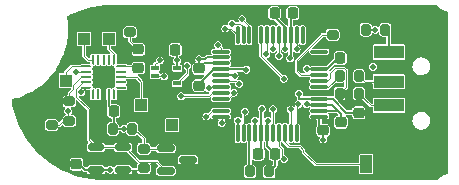
<source format=gbr>
%TF.GenerationSoftware,KiCad,Pcbnew,(6.0.8)*%
%TF.CreationDate,2022-10-18T11:45:21-07:00*%
%TF.ProjectId,ovrdrive,6f767264-7269-4766-952e-6b696361645f,rev?*%
%TF.SameCoordinates,Original*%
%TF.FileFunction,Copper,L1,Top*%
%TF.FilePolarity,Positive*%
%FSLAX46Y46*%
G04 Gerber Fmt 4.6, Leading zero omitted, Abs format (unit mm)*
G04 Created by KiCad (PCBNEW (6.0.8)) date 2022-10-18 11:45:21*
%MOMM*%
%LPD*%
G01*
G04 APERTURE LIST*
G04 Aperture macros list*
%AMRoundRect*
0 Rectangle with rounded corners*
0 $1 Rounding radius*
0 $2 $3 $4 $5 $6 $7 $8 $9 X,Y pos of 4 corners*
0 Add a 4 corners polygon primitive as box body*
4,1,4,$2,$3,$4,$5,$6,$7,$8,$9,$2,$3,0*
0 Add four circle primitives for the rounded corners*
1,1,$1+$1,$2,$3*
1,1,$1+$1,$4,$5*
1,1,$1+$1,$6,$7*
1,1,$1+$1,$8,$9*
0 Add four rect primitives between the rounded corners*
20,1,$1+$1,$2,$3,$4,$5,0*
20,1,$1+$1,$4,$5,$6,$7,0*
20,1,$1+$1,$6,$7,$8,$9,0*
20,1,$1+$1,$8,$9,$2,$3,0*%
%AMFreePoly0*
4,1,14,0.289644,0.110355,0.410355,-0.010356,0.425000,-0.045711,0.425000,-0.075000,0.410355,-0.110355,0.375000,-0.125000,-0.375000,-0.125000,-0.410355,-0.110355,-0.425000,-0.075000,-0.425000,0.075000,-0.410355,0.110355,-0.375000,0.125000,0.254289,0.125000,0.289644,0.110355,0.289644,0.110355,$1*%
%AMFreePoly1*
4,1,14,0.410355,0.110355,0.425000,0.075000,0.425000,0.045711,0.410355,0.010356,0.289644,-0.110355,0.254289,-0.125000,-0.375000,-0.125000,-0.410355,-0.110355,-0.425000,-0.075000,-0.425000,0.075000,-0.410355,0.110355,-0.375000,0.125000,0.375000,0.125000,0.410355,0.110355,0.410355,0.110355,$1*%
%AMFreePoly2*
4,1,14,0.110355,0.410355,0.125000,0.375000,0.125000,-0.375000,0.110355,-0.410355,0.075000,-0.425000,-0.075000,-0.425000,-0.110355,-0.410355,-0.125000,-0.375000,-0.125000,0.254289,-0.110355,0.289644,0.010356,0.410355,0.045711,0.425000,0.075000,0.425000,0.110355,0.410355,0.110355,0.410355,$1*%
%AMFreePoly3*
4,1,14,-0.010356,0.410355,0.110355,0.289644,0.125000,0.254289,0.125000,-0.375000,0.110355,-0.410355,0.075000,-0.425000,-0.075000,-0.425000,-0.110355,-0.410355,-0.125000,-0.375000,-0.125000,0.375000,-0.110355,0.410355,-0.075000,0.425000,-0.045711,0.425000,-0.010356,0.410355,-0.010356,0.410355,$1*%
%AMFreePoly4*
4,1,14,0.410355,0.110355,0.425000,0.075000,0.425000,-0.075000,0.410355,-0.110355,0.375000,-0.125000,-0.254289,-0.125000,-0.289644,-0.110355,-0.410355,0.010356,-0.425000,0.045711,-0.425000,0.075000,-0.410355,0.110355,-0.375000,0.125000,0.375000,0.125000,0.410355,0.110355,0.410355,0.110355,$1*%
%AMFreePoly5*
4,1,14,0.410355,0.110355,0.425000,0.075000,0.425000,-0.075000,0.410355,-0.110355,0.375000,-0.125000,-0.375000,-0.125000,-0.410355,-0.110355,-0.425000,-0.075000,-0.425000,-0.045711,-0.410355,-0.010356,-0.289644,0.110355,-0.254289,0.125000,0.375000,0.125000,0.410355,0.110355,0.410355,0.110355,$1*%
%AMFreePoly6*
4,1,14,0.110355,0.410355,0.125000,0.375000,0.125000,-0.254289,0.110355,-0.289644,-0.010356,-0.410355,-0.045711,-0.425000,-0.075000,-0.425000,-0.110355,-0.410355,-0.125000,-0.375000,-0.125000,0.375000,-0.110355,0.410355,-0.075000,0.425000,0.075000,0.425000,0.110355,0.410355,0.110355,0.410355,$1*%
%AMFreePoly7*
4,1,14,0.110355,0.410355,0.125000,0.375000,0.125000,-0.375000,0.110355,-0.410355,0.075000,-0.425000,0.045711,-0.425000,0.010356,-0.410355,-0.110355,-0.289644,-0.125000,-0.254289,-0.125000,0.375000,-0.110355,0.410355,-0.075000,0.425000,0.075000,0.425000,0.110355,0.410355,0.110355,0.410355,$1*%
G04 Aperture macros list end*
%TA.AperFunction,SMDPad,CuDef*%
%ADD10RoundRect,0.218750X-0.256250X0.218750X-0.256250X-0.218750X0.256250X-0.218750X0.256250X0.218750X0*%
%TD*%
%TA.AperFunction,SMDPad,CuDef*%
%ADD11RoundRect,0.225000X0.225000X0.250000X-0.225000X0.250000X-0.225000X-0.250000X0.225000X-0.250000X0*%
%TD*%
%TA.AperFunction,SMDPad,CuDef*%
%ADD12R,1.000000X1.000000*%
%TD*%
%TA.AperFunction,SMDPad,CuDef*%
%ADD13RoundRect,0.225000X-0.225000X-0.250000X0.225000X-0.250000X0.225000X0.250000X-0.225000X0.250000X0*%
%TD*%
%TA.AperFunction,SMDPad,CuDef*%
%ADD14RoundRect,0.200000X0.200000X0.275000X-0.200000X0.275000X-0.200000X-0.275000X0.200000X-0.275000X0*%
%TD*%
%TA.AperFunction,SMDPad,CuDef*%
%ADD15RoundRect,0.150000X-0.587500X-0.150000X0.587500X-0.150000X0.587500X0.150000X-0.587500X0.150000X0*%
%TD*%
%TA.AperFunction,SMDPad,CuDef*%
%ADD16RoundRect,0.225000X0.250000X-0.225000X0.250000X0.225000X-0.250000X0.225000X-0.250000X-0.225000X0*%
%TD*%
%TA.AperFunction,SMDPad,CuDef*%
%ADD17RoundRect,0.225000X-0.250000X0.225000X-0.250000X-0.225000X0.250000X-0.225000X0.250000X0.225000X0*%
%TD*%
%TA.AperFunction,SMDPad,CuDef*%
%ADD18RoundRect,0.200000X0.275000X-0.200000X0.275000X0.200000X-0.275000X0.200000X-0.275000X-0.200000X0*%
%TD*%
%TA.AperFunction,SMDPad,CuDef*%
%ADD19RoundRect,0.150000X0.512500X0.150000X-0.512500X0.150000X-0.512500X-0.150000X0.512500X-0.150000X0*%
%TD*%
%TA.AperFunction,SMDPad,CuDef*%
%ADD20R,2.500000X1.100000*%
%TD*%
%TA.AperFunction,ComponentPad*%
%ADD21O,3.500000X1.900000*%
%TD*%
%TA.AperFunction,SMDPad,CuDef*%
%ADD22R,0.650000X0.400000*%
%TD*%
%TA.AperFunction,SMDPad,CuDef*%
%ADD23R,1.000000X1.500000*%
%TD*%
%TA.AperFunction,SMDPad,CuDef*%
%ADD24RoundRect,0.200000X-0.275000X0.200000X-0.275000X-0.200000X0.275000X-0.200000X0.275000X0.200000X0*%
%TD*%
%TA.AperFunction,SMDPad,CuDef*%
%ADD25RoundRect,0.200000X-0.200000X-0.275000X0.200000X-0.275000X0.200000X0.275000X-0.200000X0.275000X0*%
%TD*%
%TA.AperFunction,SMDPad,CuDef*%
%ADD26FreePoly0,0.000000*%
%TD*%
%TA.AperFunction,SMDPad,CuDef*%
%ADD27RoundRect,0.062500X-0.362500X-0.062500X0.362500X-0.062500X0.362500X0.062500X-0.362500X0.062500X0*%
%TD*%
%TA.AperFunction,SMDPad,CuDef*%
%ADD28FreePoly1,0.000000*%
%TD*%
%TA.AperFunction,SMDPad,CuDef*%
%ADD29FreePoly2,0.000000*%
%TD*%
%TA.AperFunction,SMDPad,CuDef*%
%ADD30RoundRect,0.062500X-0.062500X-0.362500X0.062500X-0.362500X0.062500X0.362500X-0.062500X0.362500X0*%
%TD*%
%TA.AperFunction,SMDPad,CuDef*%
%ADD31FreePoly3,0.000000*%
%TD*%
%TA.AperFunction,SMDPad,CuDef*%
%ADD32FreePoly4,0.000000*%
%TD*%
%TA.AperFunction,SMDPad,CuDef*%
%ADD33FreePoly5,0.000000*%
%TD*%
%TA.AperFunction,SMDPad,CuDef*%
%ADD34FreePoly6,0.000000*%
%TD*%
%TA.AperFunction,SMDPad,CuDef*%
%ADD35FreePoly7,0.000000*%
%TD*%
%TA.AperFunction,SMDPad,CuDef*%
%ADD36R,1.600000X1.600000*%
%TD*%
%TA.AperFunction,SMDPad,CuDef*%
%ADD37RoundRect,0.075000X-0.075000X0.662500X-0.075000X-0.662500X0.075000X-0.662500X0.075000X0.662500X0*%
%TD*%
%TA.AperFunction,SMDPad,CuDef*%
%ADD38RoundRect,0.075000X-0.662500X0.075000X-0.662500X-0.075000X0.662500X-0.075000X0.662500X0.075000X0*%
%TD*%
%TA.AperFunction,ViaPad*%
%ADD39C,0.460000*%
%TD*%
%TA.AperFunction,Conductor*%
%ADD40C,0.200000*%
%TD*%
%TA.AperFunction,Conductor*%
%ADD41C,0.100000*%
%TD*%
G04 APERTURE END LIST*
D10*
%TO.P,D1,2,A*%
%TO.N,Net-(D1-Pad2)*%
X118150000Y-102037500D03*
%TO.P,D1,1,K*%
%TO.N,Net-(D1-Pad1)*%
X118150000Y-100462500D03*
%TD*%
D11*
%TO.P,C17,1*%
%TO.N,+3.3V*%
X129675000Y-97400000D03*
%TO.P,C17,2*%
%TO.N,GND*%
X128125000Y-97400000D03*
%TD*%
D12*
%TO.P,TP2,1,1*%
%TO.N,/MISO*%
X113550000Y-99600000D03*
%TD*%
D13*
%TO.P,C7,1*%
%TO.N,+1V8*%
X131225000Y-97400000D03*
%TO.P,C7,2*%
%TO.N,GND*%
X132775000Y-97400000D03*
%TD*%
D11*
%TO.P,C18,1*%
%TO.N,+3.3V*%
X121275000Y-100500000D03*
%TO.P,C18,2*%
%TO.N,GND*%
X119725000Y-100500000D03*
%TD*%
D14*
%TO.P,R4,1*%
%TO.N,Net-(J1-Pad2)*%
X136825000Y-102700000D03*
%TO.P,R4,2*%
%TO.N,/DM*%
X135175000Y-102700000D03*
%TD*%
D15*
%TO.P,U6,1,K*%
%TO.N,Net-(R1-Pad2)*%
X120462500Y-108850000D03*
%TO.P,U6,2,A*%
%TO.N,/Vs*%
X120462500Y-110750000D03*
%TO.P,U6,3*%
%TO.N,N/C*%
X122337500Y-109800000D03*
%TD*%
D16*
%TO.P,C15,1*%
%TO.N,+5V*%
X112900000Y-110175000D03*
%TO.P,C15,2*%
%TO.N,GND*%
X112900000Y-108625000D03*
%TD*%
D14*
%TO.P,R5,1*%
%TO.N,Net-(J1-Pad1)*%
X139050000Y-98800000D03*
%TO.P,R5,2*%
%TO.N,+5V*%
X137400000Y-98800000D03*
%TD*%
D17*
%TO.P,C6,1*%
%TO.N,+3.3V*%
X135300000Y-106625000D03*
%TO.P,C6,2*%
%TO.N,GND*%
X135300000Y-108175000D03*
%TD*%
D18*
%TO.P,R7,1*%
%TO.N,/INHIBIT*%
X112300000Y-106525000D03*
%TO.P,R7,2*%
%TO.N,Net-(R7-Pad2)*%
X112300000Y-104875000D03*
%TD*%
D19*
%TO.P,U5,1,+*%
%TO.N,Net-(J2-Pad2)*%
X116837500Y-110650000D03*
%TO.P,U5,2,V-*%
%TO.N,GND*%
X116837500Y-109700000D03*
%TO.P,U5,3,-*%
%TO.N,/Vs*%
X116837500Y-108750000D03*
%TO.P,U5,4*%
X114562500Y-108750000D03*
%TO.P,U5,5,V+*%
%TO.N,+5V*%
X114562500Y-110650000D03*
%TD*%
D20*
%TO.P,J1,1,VBUS*%
%TO.N,Net-(J1-Pad1)*%
X139350000Y-100700000D03*
%TO.P,J1,2,D-*%
%TO.N,Net-(J1-Pad2)*%
X139350000Y-103200000D03*
%TO.P,J1,3,D+*%
%TO.N,Net-(J1-Pad3)*%
X139350000Y-105200000D03*
%TO.P,J1,4,GND*%
%TO.N,GND*%
X139350000Y-107700000D03*
D21*
%TO.P,J1,5,Shield*%
X142100000Y-98500000D03*
X142100000Y-109900000D03*
%TD*%
D17*
%TO.P,C10,1*%
%TO.N,+1V8*%
X123300000Y-103525000D03*
%TO.P,C10,2*%
%TO.N,GND*%
X123300000Y-105075000D03*
%TD*%
D22*
%TO.P,U4,5,VCC*%
%TO.N,+3.3V*%
X121450000Y-102050000D03*
%TO.P,U4,4*%
%TO.N,Net-(U2-Pad9)*%
X121450000Y-103350000D03*
%TO.P,U4,3,GND*%
%TO.N,GND*%
X119550000Y-103350000D03*
%TO.P,U4,2*%
%TO.N,/INHIBIT*%
X119550000Y-102700000D03*
%TO.P,U4,1*%
%TO.N,/~{CE}*%
X119550000Y-102050000D03*
%TD*%
D11*
%TO.P,C8,1*%
%TO.N,+1V8*%
X128275000Y-109300000D03*
%TO.P,C8,2*%
%TO.N,GND*%
X126725000Y-109300000D03*
%TD*%
D17*
%TO.P,C9,1*%
%TO.N,+1V8*%
X136800000Y-105825000D03*
%TO.P,C9,2*%
%TO.N,GND*%
X136800000Y-107375000D03*
%TD*%
D23*
%TO.P,JP2,1,A*%
%TO.N,GND*%
X138750000Y-110200000D03*
%TO.P,JP2,2,B*%
%TO.N,Net-(JP2-Pad2)*%
X137450000Y-110200000D03*
%TD*%
D24*
%TO.P,R9,1*%
%TO.N,GND*%
X117450000Y-97375000D03*
%TO.P,R9,2*%
%TO.N,Net-(D1-Pad1)*%
X117450000Y-99025000D03*
%TD*%
D14*
%TO.P,R3,1*%
%TO.N,Net-(J1-Pad3)*%
X136825000Y-104200000D03*
%TO.P,R3,2*%
%TO.N,/DP*%
X135175000Y-104200000D03*
%TD*%
D24*
%TO.P,R10,1*%
%TO.N,GND*%
X134600000Y-97575000D03*
%TO.P,R10,2*%
%TO.N,Net-(R10-Pad2)*%
X134600000Y-99225000D03*
%TD*%
D25*
%TO.P,R1,1*%
%TO.N,+5V*%
X115975000Y-107200000D03*
%TO.P,R1,2*%
%TO.N,Net-(R1-Pad2)*%
X117625000Y-107200000D03*
%TD*%
D11*
%TO.P,C4,1*%
%TO.N,+5V*%
X116075000Y-105700000D03*
%TO.P,C4,2*%
%TO.N,GND*%
X114525000Y-105700000D03*
%TD*%
D13*
%TO.P,C12,2*%
%TO.N,GND*%
X131275000Y-109300000D03*
%TO.P,C12,1*%
%TO.N,+3.3V*%
X129725000Y-109300000D03*
%TD*%
D26*
%TO.P,U3,1,PA4*%
%TO.N,/SCK*%
X113750000Y-101900000D03*
D27*
%TO.P,U3,2,PA3*%
%TO.N,/KILL*%
X113750000Y-102350000D03*
%TO.P,U3,3,PA2*%
%TO.N,Net-(R7-Pad2)*%
X113750000Y-102800000D03*
%TO.P,U3,4,PA1*%
%TO.N,/Vs*%
X113750000Y-103250000D03*
D28*
%TO.P,U3,5,AREF/PA0*%
%TO.N,/Distruct_PWM*%
X113750000Y-103700000D03*
D29*
%TO.P,U3,6,NC*%
%TO.N,unconnected-(U3-Pad6)*%
X114300000Y-104250000D03*
D30*
%TO.P,U3,7,NC*%
%TO.N,unconnected-(U3-Pad7)*%
X114750000Y-104250000D03*
%TO.P,U3,8,GND*%
%TO.N,GND*%
X115200000Y-104250000D03*
%TO.P,U3,9,VCC*%
%TO.N,+5V*%
X115650000Y-104250000D03*
D31*
%TO.P,U3,10,NC*%
%TO.N,unconnected-(U3-Pad10)*%
X116100000Y-104250000D03*
D32*
%TO.P,U3,11,XTAL1/PB0*%
%TO.N,unconnected-(U3-Pad11)*%
X116650000Y-103700000D03*
D27*
%TO.P,U3,12,XTAL2/PB1*%
%TO.N,unconnected-(U3-Pad12)*%
X116650000Y-103250000D03*
%TO.P,U3,13,~{RESET}/PB3*%
%TO.N,/~{RST}*%
X116650000Y-102800000D03*
%TO.P,U3,14,PB2*%
%TO.N,unconnected-(U3-Pad14)*%
X116650000Y-102350000D03*
D33*
%TO.P,U3,15,PA7*%
%TO.N,Net-(D1-Pad2)*%
X116650000Y-101900000D03*
D34*
%TO.P,U3,16,PA6*%
%TO.N,/MOSI*%
X116100000Y-101350000D03*
D30*
%TO.P,U3,17,NC*%
%TO.N,unconnected-(U3-Pad17)*%
X115650000Y-101350000D03*
%TO.P,U3,18,NC*%
%TO.N,unconnected-(U3-Pad18)*%
X115200000Y-101350000D03*
%TO.P,U3,19,NC*%
%TO.N,unconnected-(U3-Pad19)*%
X114750000Y-101350000D03*
D35*
%TO.P,U3,20,PA5*%
%TO.N,/MISO*%
X114300000Y-101350000D03*
D36*
%TO.P,U3,21,GND*%
%TO.N,GND*%
X115200000Y-102800000D03*
%TD*%
D12*
%TO.P,TP1,1,1*%
%TO.N,+5V*%
X121000000Y-106900000D03*
%TD*%
%TO.P,TP6,1,1*%
%TO.N,GND*%
X124950000Y-109350000D03*
%TD*%
%TO.P,TP5,1,1*%
%TO.N,/~{RST}*%
X118400000Y-105200000D03*
%TD*%
%TO.P,TP4,1,1*%
%TO.N,/SCK*%
X112000000Y-103100000D03*
%TD*%
D24*
%TO.P,R2,1*%
%TO.N,Net-(R1-Pad2)*%
X118600000Y-108875000D03*
%TO.P,R2,2*%
%TO.N,Net-(J2-Pad2)*%
X118600000Y-110525000D03*
%TD*%
D17*
%TO.P,C5,1*%
%TO.N,+5V*%
X133800000Y-107325000D03*
%TO.P,C5,2*%
%TO.N,GND*%
X133800000Y-108875000D03*
%TD*%
D16*
%TO.P,C11,1*%
%TO.N,+3.3V*%
X123300000Y-102075000D03*
%TO.P,C11,2*%
%TO.N,GND*%
X123300000Y-100525000D03*
%TD*%
D13*
%TO.P,C13,1*%
%TO.N,+3.3V*%
X135225000Y-101200000D03*
%TO.P,C13,2*%
%TO.N,GND*%
X136775000Y-101200000D03*
%TD*%
D14*
%TO.P,R6,1*%
%TO.N,+3.3V*%
X129225000Y-110800000D03*
%TO.P,R6,2*%
%TO.N,Net-(R6-Pad2)*%
X127575000Y-110800000D03*
%TD*%
D12*
%TO.P,TP3,1,1*%
%TO.N,/MOSI*%
X115650000Y-99600000D03*
%TD*%
D24*
%TO.P,R8,1*%
%TO.N,GND*%
X110800000Y-105225000D03*
%TO.P,R8,2*%
%TO.N,/INHIBIT*%
X110800000Y-106875000D03*
%TD*%
D37*
%TO.P,U1,1,GPIO2*%
%TO.N,unconnected-(U1-Pad1)*%
X132050000Y-99237500D03*
%TO.P,U1,2,GPIO1*%
%TO.N,/RB1*%
X131550000Y-99237500D03*
%TO.P,U1,3,VDD*%
%TO.N,+1V8*%
X131050000Y-99237500D03*
%TO.P,U1,4,VCCIOQ*%
%TO.N,+3.3V*%
X130550000Y-99237500D03*
%TO.P,U1,5,GPIO0*%
%TO.N,/RB0*%
X130050000Y-99237500D03*
%TO.P,U1,6,FNRE*%
%TO.N,/~{RE}*%
X129550000Y-99237500D03*
%TO.P,U1,7,FCE0*%
%TO.N,/~{CE}*%
X129050000Y-99237500D03*
%TO.P,U1,8,FCE1*%
%TO.N,/~{CE1}*%
X128550000Y-99237500D03*
%TO.P,U1,9,VSS*%
%TO.N,GND*%
X128050000Y-99237500D03*
%TO.P,U1,10,FD7*%
%TO.N,/FD7*%
X127550000Y-99237500D03*
%TO.P,U1,11,FD6*%
%TO.N,/FD6*%
X127050000Y-99237500D03*
%TO.P,U1,12,FD5*%
%TO.N,/FD5*%
X126550000Y-99237500D03*
D38*
%TO.P,U1,13,FD4*%
%TO.N,/FD4*%
X125137500Y-100650000D03*
%TO.P,U1,14,VCCIOF*%
%TO.N,+3.3V*%
X125137500Y-101150000D03*
%TO.P,U1,15,VCCIOF*%
X125137500Y-101650000D03*
%TO.P,U1,16,VDD*%
%TO.N,+1V8*%
X125137500Y-102150000D03*
%TO.P,U1,17,VCCIOF*%
%TO.N,+3.3V*%
X125137500Y-102650000D03*
%TO.P,U1,18,FD3*%
%TO.N,/FD3*%
X125137500Y-103150000D03*
%TO.P,U1,19,FD2*%
%TO.N,/FD2*%
X125137500Y-103650000D03*
%TO.P,U1,20,FD1*%
%TO.N,/FD1*%
X125137500Y-104150000D03*
%TO.P,U1,21,FD0*%
%TO.N,/FD0*%
X125137500Y-104650000D03*
%TO.P,U1,22,VSS*%
%TO.N,GND*%
X125137500Y-105150000D03*
%TO.P,U1,23,FNWP*%
%TO.N,/~{WP}*%
X125137500Y-105650000D03*
%TO.P,U1,24,FNWE*%
%TO.N,/~{WE}*%
X125137500Y-106150000D03*
D37*
%TO.P,U1,25,FALE*%
%TO.N,/ALE*%
X126550000Y-107562500D03*
%TO.P,U1,26,FCLE*%
%TO.N,/CLE*%
X127050000Y-107562500D03*
%TO.P,U1,27,TESTN*%
%TO.N,Net-(R6-Pad2)*%
X127550000Y-107562500D03*
%TO.P,U1,28,VCCIOF*%
%TO.N,+3.3V*%
X128050000Y-107562500D03*
%TO.P,U1,29,VDD*%
%TO.N,+1V8*%
X128550000Y-107562500D03*
%TO.P,U1,30,VCCIOF*%
%TO.N,+3.3V*%
X129050000Y-107562500D03*
%TO.P,U1,31,DQS0*%
%TO.N,/DQS*%
X129550000Y-107562500D03*
%TO.P,U1,32,RELN*%
%TO.N,Net-(JP1-Pad2)*%
X130050000Y-107562500D03*
%TO.P,U1,33,BCE*%
%TO.N,Net-(JP2-Pad2)*%
X130550000Y-107562500D03*
%TO.P,U1,34,FCE3*%
%TO.N,/~{CE3}*%
X131050000Y-107562500D03*
%TO.P,U1,35,FCE2*%
%TO.N,/~{CE2}*%
X131550000Y-107562500D03*
%TO.P,U1,36,VSS*%
%TO.N,GND*%
X132050000Y-107562500D03*
D38*
%TO.P,U1,37,VCCAH5*%
%TO.N,+5V*%
X133462500Y-106150000D03*
%TO.P,U1,38,V33_OUT*%
%TO.N,+3.3V*%
X133462500Y-105650000D03*
%TO.P,U1,39,V33_IN*%
X133462500Y-105150000D03*
%TO.P,U1,40,V18_OUT*%
%TO.N,+1V8*%
X133462500Y-104650000D03*
%TO.P,U1,41,VGNDA*%
%TO.N,GND*%
X133462500Y-104150000D03*
%TO.P,U1,42,DM*%
%TO.N,/DM*%
X133462500Y-103650000D03*
%TO.P,U1,43,DP*%
%TO.N,/DP*%
X133462500Y-103150000D03*
%TO.P,U1,44,RREF/NC*%
%TO.N,Net-(R10-Pad2)*%
X133462500Y-102650000D03*
%TO.P,U1,45,VCC33A_PLL*%
%TO.N,+3.3V*%
X133462500Y-102150000D03*
%TO.P,U1,46,VSS*%
%TO.N,GND*%
X133462500Y-101650000D03*
%TO.P,U1,47,VSS*%
X133462500Y-101150000D03*
%TO.P,U1,48,GPIO3*%
%TO.N,unconnected-(U1-Pad48)*%
X133462500Y-100650000D03*
%TD*%
D39*
%TO.N,GND*%
X126950000Y-97150000D03*
X110050000Y-106100000D03*
X139750000Y-110950000D03*
X136500000Y-108600000D03*
X135500000Y-97050000D03*
X132350000Y-101200000D03*
X132150000Y-103600000D03*
X122550000Y-105950000D03*
X118700000Y-99150000D03*
X114050000Y-109700000D03*
X114400000Y-106600000D03*
%TO.N,+1V8*%
X131750000Y-104220000D03*
X127300000Y-102200000D03*
X128600000Y-105500000D03*
X131000000Y-101200000D03*
%TO.N,Net-(JP1-Pad2)*%
X130500000Y-109750000D03*
%TO.N,/INHIBIT*%
X112200000Y-105700000D03*
X120350000Y-102750000D03*
%TO.N,/RB1*%
X131550000Y-100450000D03*
%TO.N,/RB0*%
X130050000Y-101010000D03*
%TO.N,/~{CE1}*%
X130450000Y-102950000D03*
%TO.N,/DQS*%
X129550000Y-105540500D03*
%TO.N,/~{CE3}*%
X131050000Y-105540500D03*
%TO.N,/~{CE2}*%
X131700000Y-105100000D03*
%TO.N,/~{RE}*%
X129550000Y-100400000D03*
%TO.N,/~{CE}*%
X119950000Y-101400000D03*
X128991864Y-100879856D03*
%TO.N,/~{WP}*%
X123900000Y-106150000D03*
%TO.N,/~{WE}*%
X125200000Y-106700000D03*
%TO.N,/ALE*%
X126550000Y-106500000D03*
%TO.N,/CLE*%
X127150000Y-105740500D03*
%TO.N,Net-(U2-Pad9)*%
X122300000Y-101850000D03*
%TO.N,+3.3V*%
X128000000Y-106500000D03*
X121400000Y-101400000D03*
X130600000Y-100400000D03*
X126300000Y-102700000D03*
X132400000Y-102100000D03*
X129100000Y-106500000D03*
X123300000Y-101304500D03*
X132400000Y-105100000D03*
%TO.N,GND*%
X132500000Y-109000000D03*
X131000000Y-110600000D03*
%TO.N,+5V*%
X116895500Y-107200000D03*
X115750000Y-110650000D03*
X138200000Y-98800000D03*
X121000000Y-106900000D03*
X133800000Y-108095500D03*
%TO.N,/Distruct_PWM*%
X113279500Y-104100000D03*
X138000000Y-101950000D03*
%TO.N,/KILL*%
X112900000Y-102350000D03*
%TO.N,/FD7*%
X126950000Y-97900000D03*
%TO.N,/FD6*%
X126072701Y-98279500D03*
%TO.N,/FD5*%
X125500000Y-98700000D03*
%TO.N,/FD4*%
X124900000Y-100100000D03*
%TO.N,/FD3*%
X126677375Y-103384648D03*
%TO.N,/FD2*%
X124104500Y-103764148D03*
%TO.N,/FD1*%
X121770207Y-104429793D03*
%TO.N,/FD0*%
X126204500Y-104150000D03*
%TD*%
D40*
%TO.N,+3.3V*%
X125137500Y-101150000D02*
X123950000Y-101150000D01*
X123950000Y-101150000D02*
X123795500Y-101304500D01*
X123795500Y-101304500D02*
X123300000Y-101304500D01*
X133462500Y-105150000D02*
X134550000Y-105150000D01*
X134550000Y-105150000D02*
X135300000Y-105900000D01*
D41*
%TO.N,Net-(JP2-Pad2)*%
X137450000Y-110200000D02*
X133162598Y-110200000D01*
X133162598Y-110200000D02*
X132120000Y-109157402D01*
X132120000Y-109157402D02*
X132120000Y-109000000D01*
X132120000Y-109000000D02*
X131795000Y-108675000D01*
X131795000Y-108675000D02*
X130894670Y-108675000D01*
X130894670Y-108675000D02*
X130550000Y-108330330D01*
X130550000Y-108330330D02*
X130550000Y-107562500D01*
D40*
%TO.N,+1V8*%
X131750000Y-104650000D02*
X131750000Y-104220000D01*
X133462500Y-104650000D02*
X134584315Y-104650000D01*
X128550000Y-105550000D02*
X128600000Y-105500000D01*
X125137500Y-102150000D02*
X127250000Y-102150000D01*
X123300000Y-103525000D02*
X123300000Y-103361091D01*
X131050000Y-99237500D02*
X131050000Y-101150000D01*
X131050000Y-101150000D02*
X131000000Y-101200000D01*
X135759315Y-105825000D02*
X136800000Y-105825000D01*
X123300000Y-103361091D02*
X124511091Y-102150000D01*
X134584315Y-104650000D02*
X135759315Y-105825000D01*
X133462500Y-104650000D02*
X131750000Y-104650000D01*
X128275000Y-109300000D02*
X128550000Y-109025000D01*
X127250000Y-102150000D02*
X127300000Y-102200000D01*
X124511091Y-102150000D02*
X125137500Y-102150000D01*
X128550000Y-109025000D02*
X128550000Y-107562500D01*
X131225000Y-97400000D02*
X131050000Y-97575000D01*
X131050000Y-97575000D02*
X131050000Y-99237500D01*
X128550000Y-107562500D02*
X128550000Y-105550000D01*
D41*
%TO.N,Net-(J1-Pad3)*%
X137825000Y-105200000D02*
X136825000Y-104200000D01*
X139350000Y-105200000D02*
X137825000Y-105200000D01*
%TO.N,Net-(J1-Pad2)*%
X139350000Y-103200000D02*
X137325000Y-103200000D01*
X137325000Y-103200000D02*
X136825000Y-102700000D01*
D40*
%TO.N,Net-(J1-Pad1)*%
X139350000Y-100700000D02*
X139350000Y-99100000D01*
X139350000Y-99100000D02*
X139050000Y-98800000D01*
D41*
%TO.N,/MISO*%
X113550000Y-101000000D02*
X113550000Y-99600000D01*
X113900000Y-101350000D02*
X113550000Y-101000000D01*
X114300000Y-101350000D02*
X113900000Y-101350000D01*
%TO.N,/SCK*%
X112000000Y-102400000D02*
X112500000Y-101900000D01*
X112000000Y-103100000D02*
X112000000Y-102400000D01*
X112500000Y-101900000D02*
X113750000Y-101900000D01*
%TO.N,/MOSI*%
X115650000Y-99600000D02*
X115650000Y-100400000D01*
X116100000Y-100850000D02*
X116100000Y-101350000D01*
X115650000Y-100400000D02*
X116100000Y-100850000D01*
%TO.N,/~{RST}*%
X118400000Y-103200000D02*
X118400000Y-105200000D01*
X116650000Y-102800000D02*
X118000000Y-102800000D01*
X118000000Y-102800000D02*
X118400000Y-103200000D01*
%TO.N,Net-(JP1-Pad2)*%
X130325000Y-108894670D02*
X130325000Y-109575000D01*
X130050000Y-107562500D02*
X130050000Y-108619670D01*
X130050000Y-108619670D02*
X130325000Y-108894670D01*
X130325000Y-109575000D02*
X130500000Y-109750000D01*
%TO.N,Net-(R1-Pad2)*%
X117800000Y-107200000D02*
X118600000Y-108000000D01*
X118600000Y-108875000D02*
X120437500Y-108875000D01*
X120437500Y-108875000D02*
X120462500Y-108850000D01*
X118600000Y-108000000D02*
X118600000Y-108875000D01*
X117625000Y-107200000D02*
X117800000Y-107200000D01*
%TO.N,Net-(J2-Pad2)*%
X116837500Y-110650000D02*
X118475000Y-110650000D01*
X118475000Y-110650000D02*
X118600000Y-110525000D01*
%TO.N,/DP*%
X135175000Y-104200000D02*
X135725000Y-103650000D01*
X135575000Y-102075000D02*
X134825000Y-102075000D01*
X135725000Y-103650000D02*
X135725000Y-102225000D01*
X134100000Y-103150000D02*
X133462500Y-103150000D01*
X134825000Y-102075000D02*
X134400000Y-102500000D01*
X134400000Y-102850000D02*
X134100000Y-103150000D01*
X135725000Y-102225000D02*
X135575000Y-102075000D01*
X134400000Y-102500000D02*
X134400000Y-102850000D01*
%TO.N,/DM*%
X135175000Y-102700000D02*
X134225000Y-103650000D01*
X134225000Y-103650000D02*
X133462500Y-103650000D01*
D40*
%TO.N,Net-(R6-Pad2)*%
X127550000Y-110775000D02*
X127575000Y-110800000D01*
X127550000Y-107562500D02*
X127550000Y-110775000D01*
D41*
%TO.N,/INHIBIT*%
X111775000Y-106525000D02*
X111425000Y-106875000D01*
X112200000Y-105700000D02*
X112200000Y-106425000D01*
X120300000Y-102700000D02*
X120350000Y-102750000D01*
X119550000Y-102700000D02*
X120300000Y-102700000D01*
X112200000Y-106425000D02*
X112300000Y-106525000D01*
X112300000Y-106525000D02*
X111775000Y-106525000D01*
X111425000Y-106875000D02*
X110800000Y-106875000D01*
%TO.N,Net-(R7-Pad2)*%
X112650000Y-103800000D02*
X112300000Y-104150000D01*
X113750000Y-102800000D02*
X113300000Y-102800000D01*
X113300000Y-102800000D02*
X112650000Y-103450000D01*
X112650000Y-103450000D02*
X112650000Y-103800000D01*
X112300000Y-104150000D02*
X112300000Y-104875000D01*
%TO.N,Net-(D1-Pad1)*%
X118150000Y-100462500D02*
X117450000Y-99762500D01*
X117450000Y-99762500D02*
X117450000Y-99025000D01*
%TO.N,/RB1*%
X131550000Y-99237500D02*
X131550000Y-100450000D01*
%TO.N,/RB0*%
X130050000Y-99237500D02*
X130050000Y-101010000D01*
%TO.N,/~{CE1}*%
X128550000Y-99237500D02*
X128550000Y-101050000D01*
X128550000Y-101050000D02*
X130450000Y-102950000D01*
%TO.N,/DQS*%
X129550000Y-107562500D02*
X129550000Y-105540500D01*
%TO.N,/~{CE3}*%
X131050000Y-107562500D02*
X131050000Y-105540500D01*
%TO.N,/~{CE2}*%
X131700000Y-105100000D02*
X131550000Y-105250000D01*
X131550000Y-105250000D02*
X131550000Y-107562500D01*
%TO.N,/~{RE}*%
X129550000Y-99237500D02*
X129550000Y-100400000D01*
%TO.N,/~{CE}*%
X119700000Y-101650000D02*
X119600000Y-101650000D01*
X129050000Y-100821720D02*
X128991864Y-100879856D01*
X119950000Y-101400000D02*
X119700000Y-101650000D01*
X129050000Y-99237500D02*
X129050000Y-100821720D01*
X119550000Y-102050000D02*
X119550000Y-101700000D01*
X119550000Y-101700000D02*
X119600000Y-101650000D01*
%TO.N,/~{WP}*%
X124400000Y-105650000D02*
X125137500Y-105650000D01*
X123900000Y-106150000D02*
X124400000Y-105650000D01*
%TO.N,/~{WE}*%
X125200000Y-106212500D02*
X125137500Y-106150000D01*
X125200000Y-106700000D02*
X125200000Y-106212500D01*
%TO.N,/ALE*%
X126550000Y-106500000D02*
X126550000Y-107562500D01*
%TO.N,/CLE*%
X127050000Y-105840500D02*
X127150000Y-105740500D01*
X127050000Y-107562500D02*
X127050000Y-105840500D01*
%TO.N,/Vs*%
X112899500Y-104499500D02*
X113925000Y-105525000D01*
X116974264Y-108750000D02*
X118199264Y-109975000D01*
X113750000Y-103250000D02*
X113467157Y-103250000D01*
X119687500Y-109975000D02*
X120462500Y-110750000D01*
X118199264Y-109975000D02*
X119687500Y-109975000D01*
X113925000Y-108112500D02*
X114562500Y-108750000D01*
X113925000Y-105525000D02*
X113925000Y-108112500D01*
X116837500Y-108750000D02*
X116974264Y-108750000D01*
X114562500Y-108750000D02*
X116837500Y-108750000D01*
X112899500Y-103817657D02*
X112899500Y-104499500D01*
X113467157Y-103250000D02*
X112899500Y-103817657D01*
%TO.N,Net-(D1-Pad2)*%
X118012500Y-101900000D02*
X118150000Y-102037500D01*
X116650000Y-101900000D02*
X118012500Y-101900000D01*
%TO.N,Net-(U2-Pad9)*%
X122300000Y-102500000D02*
X121450000Y-103350000D01*
X122300000Y-101850000D02*
X122300000Y-102500000D01*
D40*
%TO.N,+3.3V*%
X121450000Y-101450000D02*
X121400000Y-101400000D01*
X129050000Y-107562500D02*
X129050000Y-106550000D01*
X130550000Y-99237500D02*
X130550000Y-100350000D01*
X135300000Y-105900000D02*
X135300000Y-106625000D01*
X133462500Y-105150000D02*
X132450000Y-105150000D01*
X130550000Y-98611091D02*
X129675000Y-97736091D01*
X135038909Y-101200000D02*
X135225000Y-101200000D01*
X129050000Y-107562500D02*
X129050000Y-108625000D01*
X133462500Y-102150000D02*
X132450000Y-102150000D01*
X129050000Y-108625000D02*
X129725000Y-109300000D01*
X125137500Y-102650000D02*
X126250000Y-102650000D01*
X123300000Y-102075000D02*
X123300000Y-101304500D01*
X129050000Y-106550000D02*
X129100000Y-106500000D01*
X126250000Y-102650000D02*
X126300000Y-102700000D01*
X133462500Y-105650000D02*
X135050000Y-105650000D01*
X133462500Y-102150000D02*
X134088909Y-102150000D01*
X123725000Y-101650000D02*
X123300000Y-102075000D01*
X129725000Y-109300000D02*
X129725000Y-110300000D01*
X135050000Y-105650000D02*
X135300000Y-105900000D01*
X121400000Y-100625000D02*
X121275000Y-100500000D01*
X121400000Y-101400000D02*
X121400000Y-100625000D01*
X132450000Y-102150000D02*
X132400000Y-102100000D01*
X130550000Y-100350000D02*
X130600000Y-100400000D01*
X134088909Y-102150000D02*
X135038909Y-101200000D01*
X128050000Y-106550000D02*
X128000000Y-106500000D01*
X121450000Y-102050000D02*
X121450000Y-101450000D01*
D41*
X134968198Y-101200000D02*
X135225000Y-101200000D01*
D40*
X129675000Y-97736091D02*
X129675000Y-97400000D01*
X130550000Y-99237500D02*
X130550000Y-98611091D01*
X125137500Y-101650000D02*
X123725000Y-101650000D01*
X132450000Y-105150000D02*
X132400000Y-105100000D01*
X128050000Y-107562500D02*
X128050000Y-106550000D01*
X129725000Y-110300000D02*
X129225000Y-110800000D01*
%TO.N,+5V*%
X133800000Y-108095500D02*
X133800000Y-107325000D01*
X116075000Y-105700000D02*
X115650000Y-105275000D01*
X116075000Y-107100000D02*
X115975000Y-107200000D01*
X113600000Y-110650000D02*
X114562500Y-110650000D01*
X115750000Y-110650000D02*
X114562500Y-110650000D01*
X112900000Y-110175000D02*
X113125000Y-110175000D01*
X116075000Y-105700000D02*
X116075000Y-107100000D01*
X115650000Y-105275000D02*
X115650000Y-104250000D01*
X116895500Y-107200000D02*
X115975000Y-107200000D01*
X113125000Y-110175000D02*
X113600000Y-110650000D01*
X133462500Y-106150000D02*
X133462500Y-106987500D01*
X133462500Y-106987500D02*
X133800000Y-107325000D01*
X137400000Y-98800000D02*
X138200000Y-98800000D01*
D41*
%TO.N,/Distruct_PWM*%
X113750000Y-103700000D02*
X113679500Y-103700000D01*
X113679500Y-103700000D02*
X113279500Y-104100000D01*
%TO.N,/KILL*%
X113750000Y-102350000D02*
X112900000Y-102350000D01*
%TO.N,Net-(R10-Pad2)*%
X131550000Y-101400000D02*
X131550000Y-102300000D01*
X131900000Y-102650000D02*
X133462500Y-102650000D01*
X133725000Y-99225000D02*
X131550000Y-101400000D01*
X134600000Y-99225000D02*
X133725000Y-99225000D01*
X131550000Y-102300000D02*
X131900000Y-102650000D01*
%TO.N,/FD7*%
X127550000Y-99237500D02*
X127550000Y-98500000D01*
X127550000Y-98500000D02*
X126950000Y-97900000D01*
%TO.N,/FD6*%
X126792098Y-98279500D02*
X126072701Y-98279500D01*
X127050000Y-98537402D02*
X126792098Y-98279500D01*
X127050000Y-99237500D02*
X127050000Y-98537402D01*
%TO.N,/FD5*%
X126012500Y-98700000D02*
X125500000Y-98700000D01*
X126550000Y-99237500D02*
X126012500Y-98700000D01*
%TO.N,/FD4*%
X125137500Y-100650000D02*
X125137500Y-100337500D01*
X125137500Y-100337500D02*
X124900000Y-100100000D01*
%TO.N,/FD3*%
X126442727Y-103150000D02*
X126677375Y-103384648D01*
X125137500Y-103150000D02*
X126442727Y-103150000D01*
%TO.N,/FD2*%
X125137500Y-103650000D02*
X124218648Y-103650000D01*
X124218648Y-103650000D02*
X124104500Y-103764148D01*
%TO.N,/FD1*%
X121786373Y-104413627D02*
X121770207Y-104429793D01*
X124377254Y-104150000D02*
X124113627Y-104413627D01*
X124113627Y-104413627D02*
X121786373Y-104413627D01*
X125137500Y-104150000D02*
X124377254Y-104150000D01*
%TO.N,/FD0*%
X125704500Y-104650000D02*
X126204500Y-104150000D01*
X125137500Y-104650000D02*
X125704500Y-104650000D01*
%TD*%
%TA.AperFunction,Conductor*%
%TO.N,GND*%
G36*
X143451717Y-96738710D02*
G01*
X143537030Y-96824710D01*
X143572711Y-96860679D01*
X143760559Y-97005601D01*
X143868630Y-97068170D01*
X143949016Y-97114710D01*
X143965882Y-97124475D01*
X143967364Y-97125088D01*
X143967369Y-97125091D01*
X144183599Y-97214607D01*
X144183606Y-97214609D01*
X144185093Y-97215225D01*
X144186656Y-97215641D01*
X144297569Y-97245170D01*
X144327359Y-97267953D01*
X144333963Y-97292521D01*
X144333963Y-110954924D01*
X144319611Y-110989572D01*
X144297569Y-111002275D01*
X144267317Y-111010329D01*
X144185095Y-111032219D01*
X144183599Y-111032838D01*
X144183597Y-111032839D01*
X144078107Y-111076508D01*
X143965885Y-111122964D01*
X143760562Y-111241833D01*
X143572713Y-111386749D01*
X143571578Y-111387893D01*
X143571577Y-111387894D01*
X143451702Y-111508729D01*
X143416916Y-111523219D01*
X115307538Y-111523219D01*
X115292762Y-111520938D01*
X115291029Y-111520390D01*
X115291028Y-111520390D01*
X115283630Y-111518050D01*
X115276269Y-111520506D01*
X115274694Y-111520518D01*
X115260652Y-111522605D01*
X114738980Y-111508640D01*
X114735610Y-111508433D01*
X114194885Y-111456380D01*
X114191525Y-111455938D01*
X113655715Y-111366619D01*
X113652416Y-111365952D01*
X113124047Y-111239791D01*
X113120806Y-111238898D01*
X112602428Y-111076503D01*
X112599255Y-111075388D01*
X112093359Y-110877539D01*
X112090249Y-110876197D01*
X112068106Y-110865718D01*
X111599251Y-110643841D01*
X111596240Y-110642287D01*
X111495354Y-110585695D01*
X111122470Y-110376527D01*
X111119590Y-110374776D01*
X110665343Y-110076897D01*
X110662605Y-110074964D01*
X110230021Y-109746368D01*
X110227407Y-109744236D01*
X110203760Y-109723545D01*
X109818607Y-109386536D01*
X109816138Y-109384221D01*
X109806830Y-109374863D01*
X109554359Y-109121057D01*
X109433047Y-108999103D01*
X109430741Y-108996618D01*
X109075206Y-108585939D01*
X109073077Y-108583300D01*
X108746800Y-108149031D01*
X108744858Y-108146252D01*
X108449376Y-107690433D01*
X108447632Y-107687526D01*
X108355403Y-107521057D01*
X108184388Y-107212383D01*
X108182853Y-107209371D01*
X108182632Y-107208896D01*
X108140971Y-107119646D01*
X110224500Y-107119646D01*
X110224670Y-107121071D01*
X110224670Y-107121078D01*
X110225350Y-107126791D01*
X110227618Y-107145846D01*
X110229108Y-107149201D01*
X110229109Y-107149204D01*
X110271027Y-107243574D01*
X110273061Y-107248153D01*
X110276262Y-107251348D01*
X110276263Y-107251350D01*
X110312563Y-107287587D01*
X110352287Y-107327241D01*
X110454673Y-107372506D01*
X110458329Y-107372932D01*
X110458332Y-107372933D01*
X110467724Y-107374028D01*
X110480354Y-107375500D01*
X111119646Y-107375500D01*
X111121071Y-107375330D01*
X111121078Y-107375330D01*
X111142200Y-107372816D01*
X111142201Y-107372816D01*
X111145846Y-107372382D01*
X111149201Y-107370892D01*
X111149204Y-107370891D01*
X111244018Y-107328776D01*
X111244019Y-107328775D01*
X111248153Y-107326939D01*
X111251348Y-107323738D01*
X111251350Y-107323737D01*
X111323610Y-107251350D01*
X111327241Y-107247713D01*
X111372506Y-107145327D01*
X111375500Y-107119646D01*
X111375500Y-107074500D01*
X111389852Y-107039852D01*
X111424500Y-107025500D01*
X111465327Y-107025500D01*
X111477505Y-107018469D01*
X111489323Y-107013574D01*
X111502904Y-107009935D01*
X111559935Y-106952905D01*
X111559936Y-106952903D01*
X111673890Y-106838949D01*
X111708538Y-106824597D01*
X111743186Y-106838949D01*
X111753317Y-106853704D01*
X111773061Y-106898153D01*
X111776262Y-106901348D01*
X111776263Y-106901350D01*
X111793417Y-106918474D01*
X111852287Y-106977241D01*
X111856425Y-106979071D01*
X111856426Y-106979071D01*
X111863558Y-106982224D01*
X111954673Y-107022506D01*
X111958329Y-107022932D01*
X111958332Y-107022933D01*
X111967724Y-107024028D01*
X111980354Y-107025500D01*
X112619646Y-107025500D01*
X112621071Y-107025330D01*
X112621078Y-107025330D01*
X112642200Y-107022816D01*
X112642201Y-107022816D01*
X112645846Y-107022382D01*
X112649201Y-107020892D01*
X112649204Y-107020891D01*
X112744018Y-106978776D01*
X112744019Y-106978775D01*
X112748153Y-106976939D01*
X112751348Y-106973738D01*
X112751350Y-106973737D01*
X112812860Y-106912119D01*
X112827241Y-106897713D01*
X112872506Y-106795327D01*
X112873553Y-106786351D01*
X112874206Y-106780741D01*
X112875500Y-106769646D01*
X112875500Y-106280354D01*
X112875194Y-106277776D01*
X112872816Y-106257800D01*
X112872816Y-106257799D01*
X112872382Y-106254154D01*
X112870892Y-106250799D01*
X112870891Y-106250796D01*
X112828776Y-106155982D01*
X112828775Y-106155981D01*
X112826939Y-106151847D01*
X112823738Y-106148652D01*
X112823737Y-106148650D01*
X112766245Y-106091259D01*
X112747713Y-106072759D01*
X112645327Y-106027494D01*
X112641671Y-106027068D01*
X112641668Y-106027067D01*
X112632276Y-106025972D01*
X112619646Y-106024500D01*
X112462068Y-106024500D01*
X112427420Y-106010148D01*
X112413068Y-105975500D01*
X112427420Y-105940852D01*
X112430572Y-105937964D01*
X112453796Y-105918477D01*
X112453799Y-105918474D01*
X112457083Y-105915718D01*
X112504348Y-105833853D01*
X112513216Y-105818493D01*
X112513216Y-105818492D01*
X112515359Y-105814781D01*
X112519116Y-105793477D01*
X112531852Y-105721242D01*
X112535598Y-105700000D01*
X112515359Y-105585219D01*
X112507783Y-105572096D01*
X112480466Y-105524782D01*
X112457083Y-105484282D01*
X112453799Y-105481526D01*
X112453796Y-105481523D01*
X112430572Y-105462036D01*
X112413254Y-105428771D01*
X112424532Y-105393004D01*
X112457797Y-105375686D01*
X112462068Y-105375500D01*
X112619646Y-105375500D01*
X112621071Y-105375330D01*
X112621078Y-105375330D01*
X112642200Y-105372816D01*
X112642201Y-105372816D01*
X112645846Y-105372382D01*
X112649201Y-105370892D01*
X112649204Y-105370891D01*
X112744018Y-105328776D01*
X112744019Y-105328775D01*
X112748153Y-105326939D01*
X112751348Y-105323738D01*
X112751350Y-105323737D01*
X112793487Y-105281526D01*
X112827241Y-105247713D01*
X112872506Y-105145327D01*
X112875500Y-105119646D01*
X112875500Y-104806635D01*
X112889852Y-104771987D01*
X112924500Y-104757635D01*
X112959148Y-104771987D01*
X113760148Y-105572987D01*
X113774500Y-105607635D01*
X113774500Y-108152827D01*
X113777726Y-108158414D01*
X113781531Y-108165005D01*
X113786426Y-108176822D01*
X113790065Y-108190404D01*
X113847095Y-108247435D01*
X113847097Y-108247436D01*
X113916896Y-108317235D01*
X113931248Y-108351883D01*
X113916896Y-108386531D01*
X113909477Y-108392620D01*
X113869399Y-108419399D01*
X113814034Y-108502260D01*
X113799500Y-108575326D01*
X113799500Y-108924674D01*
X113814034Y-108997740D01*
X113869399Y-109080601D01*
X113952260Y-109135966D01*
X114025326Y-109150500D01*
X115099674Y-109150500D01*
X115172740Y-109135966D01*
X115255601Y-109080601D01*
X115310966Y-108997740D01*
X115322464Y-108939939D01*
X115343298Y-108908758D01*
X115370521Y-108900500D01*
X116029479Y-108900500D01*
X116064127Y-108914852D01*
X116077536Y-108939938D01*
X116089034Y-108997740D01*
X116144399Y-109080601D01*
X116227260Y-109135966D01*
X116300326Y-109150500D01*
X117141629Y-109150500D01*
X117176277Y-109164852D01*
X118083578Y-110072153D01*
X118097930Y-110106801D01*
X118083610Y-110141418D01*
X118072759Y-110152287D01*
X118070929Y-110156425D01*
X118070929Y-110156426D01*
X118062496Y-110175500D01*
X118027494Y-110254673D01*
X118027068Y-110258329D01*
X118027067Y-110258332D01*
X118026176Y-110265980D01*
X118024500Y-110280354D01*
X118024500Y-110450500D01*
X118010148Y-110485148D01*
X117975500Y-110499500D01*
X117645521Y-110499500D01*
X117610873Y-110485148D01*
X117597464Y-110460062D01*
X117585966Y-110402260D01*
X117530601Y-110319399D01*
X117447740Y-110264034D01*
X117374674Y-110249500D01*
X116300326Y-110249500D01*
X116227260Y-110264034D01*
X116144399Y-110319399D01*
X116089034Y-110402260D01*
X116088093Y-110406992D01*
X116087924Y-110407841D01*
X116087443Y-110408560D01*
X116086246Y-110411451D01*
X116085671Y-110411213D01*
X116067087Y-110439022D01*
X116030304Y-110446337D01*
X116008033Y-110433150D01*
X116007083Y-110434282D01*
X115986152Y-110416719D01*
X115917799Y-110359364D01*
X115913773Y-110357899D01*
X115913772Y-110357898D01*
X115840193Y-110331117D01*
X115808276Y-110319500D01*
X115691724Y-110319500D01*
X115659807Y-110331117D01*
X115586228Y-110357898D01*
X115586227Y-110357899D01*
X115582201Y-110359364D01*
X115495371Y-110432223D01*
X115495369Y-110432224D01*
X115492917Y-110434282D01*
X115492461Y-110433738D01*
X115462540Y-110449314D01*
X115458270Y-110449500D01*
X115360576Y-110449500D01*
X115325928Y-110435148D01*
X115312518Y-110410062D01*
X115311907Y-110406992D01*
X115310966Y-110402260D01*
X115255601Y-110319399D01*
X115172740Y-110264034D01*
X115099674Y-110249500D01*
X114025326Y-110249500D01*
X113952260Y-110264034D01*
X113869399Y-110319399D01*
X113814034Y-110402260D01*
X113813093Y-110406992D01*
X113812482Y-110410062D01*
X113791645Y-110441244D01*
X113764424Y-110449500D01*
X113703346Y-110449500D01*
X113668698Y-110435148D01*
X113489852Y-110256302D01*
X113475500Y-110221654D01*
X113475499Y-109913464D01*
X113475499Y-109911862D01*
X113469259Y-109864455D01*
X113420747Y-109760421D01*
X113339579Y-109679253D01*
X113314600Y-109667605D01*
X113238943Y-109632325D01*
X113238940Y-109632324D01*
X113235545Y-109630741D01*
X113188139Y-109624500D01*
X112900091Y-109624500D01*
X112611862Y-109624501D01*
X112591852Y-109627135D01*
X112568169Y-109630252D01*
X112568168Y-109630252D01*
X112564455Y-109630741D01*
X112460421Y-109679253D01*
X112379253Y-109760421D01*
X112377442Y-109764305D01*
X112332325Y-109861057D01*
X112332324Y-109861060D01*
X112330741Y-109864455D01*
X112324500Y-109911861D01*
X112324501Y-110438138D01*
X112330741Y-110485545D01*
X112379253Y-110589579D01*
X112460421Y-110670747D01*
X112464306Y-110672558D01*
X112464305Y-110672558D01*
X112561057Y-110717675D01*
X112561060Y-110717676D01*
X112564455Y-110719259D01*
X112611861Y-110725500D01*
X112899909Y-110725500D01*
X113188138Y-110725499D01*
X113208148Y-110722865D01*
X113231831Y-110719748D01*
X113231832Y-110719748D01*
X113235545Y-110719259D01*
X113306860Y-110686004D01*
X113344327Y-110684368D01*
X113362216Y-110695765D01*
X113428135Y-110761684D01*
X113433167Y-110768783D01*
X113433230Y-110768733D01*
X113436663Y-110773049D01*
X113439052Y-110778024D01*
X113443361Y-110781470D01*
X113464012Y-110797985D01*
X113468056Y-110801605D01*
X113474208Y-110807757D01*
X113481310Y-110812221D01*
X113485823Y-110815427D01*
X113510492Y-110835156D01*
X113515871Y-110836393D01*
X113520837Y-110838793D01*
X113520829Y-110838809D01*
X113522143Y-110839355D01*
X113522149Y-110839338D01*
X113527358Y-110841162D01*
X113532028Y-110844098D01*
X113537508Y-110844718D01*
X113537509Y-110844718D01*
X113563398Y-110847645D01*
X113568872Y-110848581D01*
X113574520Y-110849880D01*
X113574524Y-110849881D01*
X113577219Y-110850500D01*
X113585893Y-110850500D01*
X113591398Y-110850810D01*
X113617438Y-110853754D01*
X113622923Y-110854374D01*
X113628135Y-110852554D01*
X113633615Y-110851939D01*
X113633619Y-110851976D01*
X113642325Y-110850500D01*
X113764424Y-110850500D01*
X113799072Y-110864852D01*
X113812482Y-110889938D01*
X113814034Y-110897740D01*
X113869399Y-110980601D01*
X113952260Y-111035966D01*
X114025326Y-111050500D01*
X115099674Y-111050500D01*
X115172740Y-111035966D01*
X115255601Y-110980601D01*
X115310966Y-110897740D01*
X115312518Y-110889938D01*
X115333355Y-110858756D01*
X115360576Y-110850500D01*
X115458270Y-110850500D01*
X115492260Y-110864579D01*
X115492917Y-110865718D01*
X115582201Y-110940636D01*
X115586227Y-110942101D01*
X115586228Y-110942102D01*
X115621456Y-110954924D01*
X115691724Y-110980500D01*
X115808276Y-110980500D01*
X115878544Y-110954924D01*
X115913772Y-110942102D01*
X115913773Y-110942101D01*
X115917799Y-110940636D01*
X116007083Y-110865718D01*
X116008271Y-110867133D01*
X116035589Y-110852908D01*
X116071358Y-110864181D01*
X116085877Y-110888702D01*
X116086246Y-110888549D01*
X116087316Y-110891132D01*
X116087924Y-110892159D01*
X116089034Y-110897740D01*
X116144399Y-110980601D01*
X116227260Y-111035966D01*
X116300326Y-111050500D01*
X117374674Y-111050500D01*
X117447740Y-111035966D01*
X117530601Y-110980601D01*
X117585966Y-110897740D01*
X117597464Y-110839939D01*
X117618298Y-110808758D01*
X117645521Y-110800500D01*
X117997834Y-110800500D01*
X118032482Y-110814852D01*
X118042615Y-110829609D01*
X118070776Y-110893008D01*
X118073061Y-110898153D01*
X118076262Y-110901348D01*
X118076263Y-110901350D01*
X118076666Y-110901752D01*
X118152287Y-110977241D01*
X118156425Y-110979071D01*
X118156426Y-110979071D01*
X118168661Y-110984480D01*
X118254673Y-111022506D01*
X118258329Y-111022932D01*
X118258332Y-111022933D01*
X118267724Y-111024028D01*
X118280354Y-111025500D01*
X118919646Y-111025500D01*
X118921071Y-111025330D01*
X118921078Y-111025330D01*
X118942200Y-111022816D01*
X118942201Y-111022816D01*
X118945846Y-111022382D01*
X118949201Y-111020892D01*
X118949204Y-111020891D01*
X119044018Y-110978776D01*
X119044019Y-110978775D01*
X119048153Y-110976939D01*
X119051348Y-110973738D01*
X119051350Y-110973737D01*
X119119190Y-110905778D01*
X119127241Y-110897713D01*
X119129697Y-110892159D01*
X119153041Y-110839355D01*
X119172506Y-110795327D01*
X119175500Y-110769646D01*
X119175500Y-110280354D01*
X119175014Y-110276263D01*
X119172816Y-110257800D01*
X119172816Y-110257799D01*
X119172382Y-110254154D01*
X119170892Y-110250799D01*
X119170891Y-110250796D01*
X119148550Y-110200500D01*
X119145836Y-110194390D01*
X119144887Y-110156900D01*
X119170726Y-110129719D01*
X119190617Y-110125500D01*
X119604865Y-110125500D01*
X119639513Y-110139852D01*
X119787245Y-110287584D01*
X119801597Y-110322232D01*
X119787245Y-110356880D01*
X119777037Y-110363700D01*
X119777260Y-110364034D01*
X119694399Y-110419399D01*
X119639034Y-110502260D01*
X119624500Y-110575326D01*
X119624500Y-110924674D01*
X119639034Y-110997740D01*
X119694399Y-111080601D01*
X119777260Y-111135966D01*
X119850326Y-111150500D01*
X121074674Y-111150500D01*
X121147740Y-111135966D01*
X121230601Y-111080601D01*
X121285966Y-110997740D01*
X121300500Y-110924674D01*
X121300500Y-110575326D01*
X121285966Y-110502260D01*
X121230601Y-110419399D01*
X121147740Y-110364034D01*
X121074674Y-110349500D01*
X120295136Y-110349500D01*
X120260488Y-110335148D01*
X119900013Y-109974674D01*
X121499500Y-109974674D01*
X121514034Y-110047740D01*
X121569399Y-110130601D01*
X121652260Y-110185966D01*
X121725326Y-110200500D01*
X122949674Y-110200500D01*
X123022740Y-110185966D01*
X123105601Y-110130601D01*
X123160966Y-110047740D01*
X123175500Y-109974674D01*
X123175500Y-109625326D01*
X123160966Y-109552260D01*
X123105601Y-109469399D01*
X123022740Y-109414034D01*
X122949674Y-109399500D01*
X121725326Y-109399500D01*
X121652260Y-109414034D01*
X121569399Y-109469399D01*
X121514034Y-109552260D01*
X121499500Y-109625326D01*
X121499500Y-109974674D01*
X119900013Y-109974674D01*
X119779909Y-109854570D01*
X119765404Y-109840065D01*
X119751822Y-109836426D01*
X119740005Y-109831531D01*
X119733414Y-109827725D01*
X119733412Y-109827724D01*
X119727827Y-109824500D01*
X119647236Y-109824499D01*
X119647174Y-109824499D01*
X119647172Y-109824500D01*
X118281899Y-109824500D01*
X118247251Y-109810148D01*
X117553870Y-109116767D01*
X117539518Y-109082119D01*
X117547776Y-109054896D01*
X117548812Y-109053346D01*
X117585966Y-108997740D01*
X117600500Y-108924674D01*
X117600500Y-108575326D01*
X117585966Y-108502260D01*
X117530601Y-108419399D01*
X117447740Y-108364034D01*
X117374674Y-108349500D01*
X116300326Y-108349500D01*
X116227260Y-108364034D01*
X116144399Y-108419399D01*
X116089034Y-108502260D01*
X116077536Y-108560061D01*
X116056702Y-108591242D01*
X116029479Y-108599500D01*
X115370521Y-108599500D01*
X115335873Y-108585148D01*
X115322464Y-108560062D01*
X115310966Y-108502260D01*
X115255601Y-108419399D01*
X115172740Y-108364034D01*
X115099674Y-108349500D01*
X114395135Y-108349500D01*
X114360487Y-108335148D01*
X114089852Y-108064513D01*
X114075500Y-108029865D01*
X114075500Y-105484673D01*
X114068469Y-105472495D01*
X114063574Y-105460677D01*
X114062656Y-105457250D01*
X114059935Y-105447096D01*
X114002905Y-105390065D01*
X114002903Y-105390064D01*
X113097830Y-104484991D01*
X113083478Y-104450343D01*
X113097830Y-104415695D01*
X113132478Y-104401343D01*
X113149235Y-104404298D01*
X113221224Y-104430500D01*
X113337776Y-104430500D01*
X113409764Y-104404298D01*
X113443272Y-104392102D01*
X113443273Y-104392101D01*
X113447299Y-104390636D01*
X113536583Y-104315718D01*
X113594859Y-104214781D01*
X113615098Y-104100000D01*
X113601126Y-104020761D01*
X113609243Y-103984148D01*
X113614734Y-103977605D01*
X113650518Y-103941821D01*
X113685166Y-103927469D01*
X113978744Y-103927469D01*
X113988303Y-103928410D01*
X113999559Y-103930649D01*
X113999560Y-103930649D01*
X114004291Y-103931590D01*
X114012409Y-103929975D01*
X114049191Y-103937293D01*
X114070026Y-103968476D01*
X114070025Y-103987593D01*
X114068410Y-103995711D01*
X114069351Y-104000442D01*
X114069351Y-104000448D01*
X114071589Y-104011698D01*
X114072531Y-104021257D01*
X114072531Y-104599457D01*
X114071590Y-104609016D01*
X114068411Y-104624999D01*
X114076211Y-104664212D01*
X114077135Y-104666442D01*
X114080331Y-104674159D01*
X114089197Y-104695563D01*
X114092062Y-104702481D01*
X114114275Y-104735726D01*
X114147519Y-104757938D01*
X114149741Y-104758858D01*
X114149744Y-104758860D01*
X114181437Y-104771987D01*
X114185788Y-104773789D01*
X114224998Y-104781589D01*
X114229729Y-104780648D01*
X114229731Y-104780648D01*
X114240983Y-104778410D01*
X114250541Y-104777469D01*
X114349457Y-104777469D01*
X114359016Y-104778410D01*
X114370267Y-104780648D01*
X114370268Y-104780648D01*
X114374999Y-104781589D01*
X114414212Y-104773789D01*
X114452481Y-104757938D01*
X114454481Y-104756601D01*
X114454484Y-104756600D01*
X114481716Y-104738404D01*
X114485727Y-104735724D01*
X114489124Y-104730640D01*
X114490197Y-104729923D01*
X114491821Y-104728299D01*
X114492144Y-104728622D01*
X114520306Y-104709805D01*
X114557089Y-104717121D01*
X114564514Y-104723215D01*
X114567304Y-104726005D01*
X114569984Y-104730016D01*
X114623901Y-104766042D01*
X114671448Y-104775500D01*
X114828552Y-104775500D01*
X114876099Y-104766042D01*
X114930016Y-104730016D01*
X114966042Y-104676099D01*
X114975500Y-104628552D01*
X114975500Y-103871448D01*
X114966042Y-103823901D01*
X114930016Y-103769984D01*
X114876099Y-103733958D01*
X114828552Y-103724500D01*
X114671448Y-103724500D01*
X114623901Y-103733958D01*
X114569984Y-103769984D01*
X114567304Y-103773995D01*
X114564513Y-103776786D01*
X114529865Y-103791138D01*
X114495217Y-103776786D01*
X114489125Y-103769363D01*
X114485724Y-103764273D01*
X114473980Y-103756426D01*
X114454484Y-103743399D01*
X114454481Y-103743398D01*
X114452481Y-103742061D01*
X114424159Y-103730330D01*
X114416436Y-103727131D01*
X114416434Y-103727131D01*
X114414212Y-103726210D01*
X114411857Y-103725742D01*
X114411855Y-103725741D01*
X114379733Y-103719352D01*
X114375002Y-103718411D01*
X114369914Y-103719423D01*
X114350799Y-103719423D01*
X114345712Y-103718411D01*
X114337589Y-103720027D01*
X114300809Y-103712709D01*
X114279974Y-103681526D01*
X114279975Y-103662407D01*
X114280648Y-103659024D01*
X114280648Y-103659022D01*
X114281589Y-103654291D01*
X114280648Y-103649558D01*
X114280648Y-103649554D01*
X114280577Y-103649197D01*
X114280578Y-103630083D01*
X114281589Y-103625001D01*
X114273789Y-103585788D01*
X114257938Y-103547519D01*
X114251039Y-103537193D01*
X114238404Y-103518284D01*
X114235724Y-103514273D01*
X114230640Y-103510876D01*
X114229923Y-103509803D01*
X114228299Y-103508179D01*
X114228622Y-103507856D01*
X114209805Y-103479694D01*
X114217121Y-103442911D01*
X114223215Y-103435486D01*
X114226005Y-103432696D01*
X114230016Y-103430016D01*
X114266042Y-103376099D01*
X114275500Y-103328552D01*
X114275500Y-103171448D01*
X114266042Y-103123901D01*
X114230016Y-103069984D01*
X114223667Y-103065742D01*
X114202832Y-103034561D01*
X114210147Y-102997778D01*
X114223666Y-102984259D01*
X114230016Y-102980016D01*
X114266042Y-102926099D01*
X114275500Y-102878552D01*
X114275500Y-102721448D01*
X114266042Y-102673901D01*
X114230016Y-102619984D01*
X114223667Y-102615742D01*
X114202832Y-102584561D01*
X114210147Y-102547778D01*
X114223666Y-102534259D01*
X114230016Y-102530016D01*
X114266042Y-102476099D01*
X114275500Y-102428552D01*
X114275500Y-102271448D01*
X114266042Y-102223901D01*
X114230016Y-102169984D01*
X114226005Y-102167304D01*
X114223214Y-102164513D01*
X114208862Y-102129865D01*
X114223214Y-102095217D01*
X114230638Y-102089124D01*
X114235727Y-102085724D01*
X114247253Y-102068474D01*
X114256601Y-102054484D01*
X114256602Y-102054481D01*
X114257939Y-102052481D01*
X114269670Y-102024159D01*
X114272869Y-102016436D01*
X114272869Y-102016434D01*
X114273790Y-102014212D01*
X114275320Y-102006523D01*
X114280648Y-101979733D01*
X114281589Y-101975002D01*
X114280577Y-101969914D01*
X114280577Y-101950799D01*
X114281589Y-101945712D01*
X114279973Y-101937588D01*
X114287291Y-101900807D01*
X114318475Y-101879973D01*
X114337591Y-101879974D01*
X114345709Y-101881589D01*
X114350440Y-101880648D01*
X114350441Y-101880648D01*
X114350797Y-101880577D01*
X114369912Y-101880577D01*
X114374999Y-101881589D01*
X114414212Y-101873789D01*
X114452481Y-101857938D01*
X114454481Y-101856601D01*
X114454484Y-101856600D01*
X114481716Y-101838404D01*
X114485727Y-101835724D01*
X114489124Y-101830640D01*
X114490197Y-101829923D01*
X114491821Y-101828299D01*
X114492144Y-101828622D01*
X114520306Y-101809805D01*
X114557089Y-101817121D01*
X114564514Y-101823215D01*
X114567304Y-101826005D01*
X114569984Y-101830016D01*
X114623901Y-101866042D01*
X114671448Y-101875500D01*
X114828552Y-101875500D01*
X114876099Y-101866042D01*
X114930016Y-101830016D01*
X114934258Y-101823667D01*
X114965439Y-101802832D01*
X115002222Y-101810147D01*
X115015741Y-101823666D01*
X115019984Y-101830016D01*
X115073901Y-101866042D01*
X115121448Y-101875500D01*
X115278552Y-101875500D01*
X115326099Y-101866042D01*
X115380016Y-101830016D01*
X115384258Y-101823667D01*
X115415439Y-101802832D01*
X115452222Y-101810147D01*
X115465741Y-101823666D01*
X115469984Y-101830016D01*
X115523901Y-101866042D01*
X115571448Y-101875500D01*
X115728552Y-101875500D01*
X115776099Y-101866042D01*
X115830016Y-101830016D01*
X115832696Y-101826005D01*
X115835487Y-101823214D01*
X115870135Y-101808862D01*
X115904783Y-101823214D01*
X115910875Y-101830637D01*
X115914275Y-101835726D01*
X115926717Y-101844039D01*
X115945117Y-101856333D01*
X115947519Y-101857938D01*
X115949741Y-101858858D01*
X115949744Y-101858860D01*
X115967084Y-101866042D01*
X115985788Y-101873789D01*
X116024998Y-101881589D01*
X116029729Y-101880648D01*
X116029732Y-101880648D01*
X116030083Y-101880578D01*
X116049204Y-101880578D01*
X116054291Y-101881590D01*
X116062409Y-101879975D01*
X116099191Y-101887293D01*
X116120026Y-101918476D01*
X116120025Y-101937593D01*
X116118410Y-101945711D01*
X116119351Y-101950442D01*
X116119351Y-101950443D01*
X116119421Y-101950794D01*
X116119422Y-101969911D01*
X116119352Y-101970262D01*
X116119352Y-101970267D01*
X116118411Y-101974999D01*
X116126211Y-102014212D01*
X116130331Y-102024159D01*
X116142062Y-102052481D01*
X116164275Y-102085726D01*
X116168289Y-102088408D01*
X116168291Y-102088410D01*
X116169360Y-102089124D01*
X116170075Y-102090193D01*
X116171703Y-102091822D01*
X116171379Y-102092146D01*
X116190195Y-102120306D01*
X116182879Y-102157089D01*
X116176785Y-102164514D01*
X116173995Y-102167304D01*
X116169984Y-102169984D01*
X116133958Y-102223901D01*
X116124500Y-102271448D01*
X116124500Y-102428552D01*
X116133958Y-102476099D01*
X116169984Y-102530016D01*
X116176333Y-102534258D01*
X116197168Y-102565439D01*
X116189853Y-102602222D01*
X116176334Y-102615741D01*
X116169984Y-102619984D01*
X116133958Y-102673901D01*
X116124500Y-102721448D01*
X116124500Y-102878552D01*
X116133958Y-102926099D01*
X116169984Y-102980016D01*
X116176333Y-102984258D01*
X116197168Y-103015439D01*
X116189853Y-103052222D01*
X116176334Y-103065741D01*
X116169984Y-103069984D01*
X116133958Y-103123901D01*
X116124500Y-103171448D01*
X116124500Y-103328552D01*
X116133958Y-103376099D01*
X116169984Y-103430016D01*
X116173995Y-103432696D01*
X116176786Y-103435487D01*
X116191138Y-103470135D01*
X116176786Y-103504783D01*
X116169363Y-103510875D01*
X116164274Y-103514275D01*
X116142062Y-103547519D01*
X116141142Y-103549741D01*
X116141140Y-103549744D01*
X116136934Y-103559899D01*
X116126211Y-103585788D01*
X116118411Y-103624998D01*
X116119353Y-103629733D01*
X116119423Y-103630085D01*
X116119423Y-103649197D01*
X116118410Y-103654290D01*
X116120025Y-103662407D01*
X116112710Y-103699189D01*
X116081528Y-103720025D01*
X116062407Y-103720025D01*
X116054289Y-103718410D01*
X116049558Y-103719351D01*
X116049557Y-103719351D01*
X116049201Y-103719422D01*
X116030084Y-103719422D01*
X116025001Y-103718411D01*
X115985788Y-103726211D01*
X115975843Y-103730330D01*
X115975841Y-103730331D01*
X115960612Y-103736639D01*
X115947519Y-103742062D01*
X115914274Y-103764275D01*
X115911592Y-103768289D01*
X115911590Y-103768291D01*
X115910876Y-103769360D01*
X115909807Y-103770075D01*
X115908178Y-103771703D01*
X115907854Y-103771379D01*
X115879694Y-103790195D01*
X115842911Y-103782879D01*
X115835486Y-103776785D01*
X115832696Y-103773995D01*
X115830016Y-103769984D01*
X115776099Y-103733958D01*
X115728552Y-103724500D01*
X115571448Y-103724500D01*
X115523901Y-103733958D01*
X115469984Y-103769984D01*
X115433958Y-103823901D01*
X115424500Y-103871448D01*
X115424500Y-104628552D01*
X115433958Y-104676099D01*
X115436638Y-104680110D01*
X115441242Y-104687000D01*
X115449500Y-104714223D01*
X115449500Y-105232448D01*
X115448039Y-105241022D01*
X115448119Y-105241031D01*
X115447494Y-105246512D01*
X115445666Y-105251719D01*
X115446276Y-105257202D01*
X115446276Y-105257204D01*
X115449199Y-105283467D01*
X115449500Y-105288886D01*
X115449500Y-105297603D01*
X115450111Y-105300280D01*
X115450111Y-105300282D01*
X115451366Y-105305783D01*
X115452290Y-105311245D01*
X115455783Y-105342633D01*
X115458711Y-105347310D01*
X115460526Y-105352522D01*
X115460510Y-105352528D01*
X115461052Y-105353840D01*
X115461067Y-105353833D01*
X115463461Y-105358808D01*
X115464688Y-105364185D01*
X115484374Y-105388889D01*
X115487567Y-105393400D01*
X115492116Y-105400666D01*
X115498247Y-105406797D01*
X115501920Y-105410909D01*
X115513821Y-105425844D01*
X115524500Y-105456380D01*
X115524501Y-105731687D01*
X115524501Y-105988138D01*
X115524710Y-105989724D01*
X115524710Y-105989725D01*
X115529698Y-106027618D01*
X115530741Y-106035545D01*
X115579253Y-106139579D01*
X115660421Y-106220747D01*
X115664306Y-106222558D01*
X115664305Y-106222558D01*
X115761057Y-106267675D01*
X115761060Y-106267676D01*
X115764455Y-106269259D01*
X115811861Y-106275500D01*
X115825500Y-106275500D01*
X115860148Y-106289852D01*
X115874500Y-106324500D01*
X115874500Y-106575500D01*
X115860148Y-106610148D01*
X115825500Y-106624500D01*
X115730354Y-106624500D01*
X115728929Y-106624670D01*
X115728922Y-106624670D01*
X115707800Y-106627184D01*
X115707799Y-106627184D01*
X115704154Y-106627618D01*
X115700799Y-106629108D01*
X115700796Y-106629109D01*
X115605982Y-106671224D01*
X115605981Y-106671225D01*
X115601847Y-106673061D01*
X115598652Y-106676262D01*
X115598650Y-106676263D01*
X115574955Y-106700000D01*
X115522759Y-106752287D01*
X115477494Y-106854673D01*
X115474500Y-106880354D01*
X115474500Y-107519646D01*
X115474670Y-107521071D01*
X115474670Y-107521078D01*
X115475958Y-107531896D01*
X115477618Y-107545846D01*
X115479108Y-107549201D01*
X115479109Y-107549204D01*
X115518969Y-107638941D01*
X115523061Y-107648153D01*
X115526262Y-107651348D01*
X115526263Y-107651350D01*
X115543859Y-107668915D01*
X115602287Y-107727241D01*
X115704673Y-107772506D01*
X115708329Y-107772932D01*
X115708332Y-107772933D01*
X115717724Y-107774028D01*
X115730354Y-107775500D01*
X116219646Y-107775500D01*
X116221071Y-107775330D01*
X116221078Y-107775330D01*
X116242200Y-107772816D01*
X116242201Y-107772816D01*
X116245846Y-107772382D01*
X116249201Y-107770892D01*
X116249204Y-107770891D01*
X116344018Y-107728776D01*
X116344019Y-107728775D01*
X116348153Y-107726939D01*
X116351348Y-107723738D01*
X116351350Y-107723737D01*
X116423610Y-107651350D01*
X116427241Y-107647713D01*
X116432621Y-107635545D01*
X116439232Y-107620590D01*
X116472506Y-107545327D01*
X116475500Y-107519646D01*
X116475500Y-107449500D01*
X116489852Y-107414852D01*
X116524500Y-107400500D01*
X116603770Y-107400500D01*
X116637760Y-107414579D01*
X116638417Y-107415718D01*
X116727701Y-107490636D01*
X116731727Y-107492101D01*
X116731728Y-107492102D01*
X116793397Y-107514548D01*
X116837224Y-107530500D01*
X116953776Y-107530500D01*
X116957806Y-107529033D01*
X116957807Y-107529033D01*
X117060542Y-107491640D01*
X117098009Y-107493276D01*
X117123346Y-107520926D01*
X117125958Y-107531895D01*
X117127618Y-107545846D01*
X117129108Y-107549201D01*
X117129109Y-107549204D01*
X117168969Y-107638941D01*
X117173061Y-107648153D01*
X117176262Y-107651348D01*
X117176263Y-107651350D01*
X117193859Y-107668915D01*
X117252287Y-107727241D01*
X117354673Y-107772506D01*
X117358329Y-107772932D01*
X117358332Y-107772933D01*
X117367724Y-107774028D01*
X117380354Y-107775500D01*
X117869646Y-107775500D01*
X117871071Y-107775330D01*
X117871078Y-107775330D01*
X117892200Y-107772816D01*
X117892201Y-107772816D01*
X117895846Y-107772382D01*
X117899201Y-107770892D01*
X117899204Y-107770891D01*
X117994018Y-107728776D01*
X117994019Y-107728775D01*
X117998153Y-107726939D01*
X118021429Y-107703622D01*
X118056063Y-107689241D01*
X118090754Y-107703593D01*
X118435148Y-108047987D01*
X118449500Y-108082635D01*
X118449500Y-108325500D01*
X118435148Y-108360148D01*
X118400500Y-108374500D01*
X118280354Y-108374500D01*
X118278929Y-108374670D01*
X118278922Y-108374670D01*
X118257800Y-108377184D01*
X118257799Y-108377184D01*
X118254154Y-108377618D01*
X118250799Y-108379108D01*
X118250796Y-108379109D01*
X118155982Y-108421224D01*
X118155981Y-108421225D01*
X118151847Y-108423061D01*
X118148652Y-108426262D01*
X118148650Y-108426263D01*
X118126154Y-108448799D01*
X118072759Y-108502287D01*
X118027494Y-108604673D01*
X118024500Y-108630354D01*
X118024500Y-109119646D01*
X118027618Y-109145846D01*
X118029108Y-109149201D01*
X118029109Y-109149204D01*
X118069380Y-109239866D01*
X118073061Y-109248153D01*
X118076262Y-109251348D01*
X118076263Y-109251350D01*
X118112563Y-109287587D01*
X118152287Y-109327241D01*
X118254673Y-109372506D01*
X118258329Y-109372932D01*
X118258332Y-109372933D01*
X118267724Y-109374028D01*
X118280354Y-109375500D01*
X118919646Y-109375500D01*
X118921071Y-109375330D01*
X118921078Y-109375330D01*
X118942200Y-109372816D01*
X118942201Y-109372816D01*
X118945846Y-109372382D01*
X118949201Y-109370892D01*
X118949204Y-109370891D01*
X119044018Y-109328776D01*
X119044019Y-109328775D01*
X119048153Y-109326939D01*
X119051348Y-109323738D01*
X119051350Y-109323737D01*
X119123610Y-109251350D01*
X119127241Y-109247713D01*
X119172506Y-109145327D01*
X119173598Y-109135966D01*
X119175335Y-109121057D01*
X119175500Y-109119646D01*
X119175500Y-109074500D01*
X119189852Y-109039852D01*
X119224500Y-109025500D01*
X119584451Y-109025500D01*
X119619099Y-109039852D01*
X119632509Y-109064940D01*
X119638092Y-109093007D01*
X119638093Y-109093009D01*
X119639034Y-109097740D01*
X119694399Y-109180601D01*
X119777260Y-109235966D01*
X119850326Y-109250500D01*
X121074674Y-109250500D01*
X121147740Y-109235966D01*
X121230601Y-109180601D01*
X121285966Y-109097740D01*
X121300500Y-109024674D01*
X121300500Y-108675326D01*
X121285966Y-108602260D01*
X121230601Y-108519399D01*
X121147740Y-108464034D01*
X121074674Y-108449500D01*
X119850326Y-108449500D01*
X119777260Y-108464034D01*
X119694399Y-108519399D01*
X119639034Y-108602260D01*
X119624500Y-108675326D01*
X119624500Y-108677736D01*
X119624264Y-108680131D01*
X119622648Y-108679972D01*
X119610148Y-108710148D01*
X119575500Y-108724500D01*
X119224500Y-108724500D01*
X119189852Y-108710148D01*
X119175500Y-108675500D01*
X119175500Y-108630354D01*
X119172382Y-108604154D01*
X119170892Y-108600799D01*
X119170891Y-108600796D01*
X119128776Y-108505982D01*
X119128775Y-108505981D01*
X119126939Y-108501847D01*
X119123738Y-108498652D01*
X119123737Y-108498650D01*
X119074972Y-108449971D01*
X119047713Y-108422759D01*
X118945327Y-108377494D01*
X118941671Y-108377068D01*
X118941668Y-108377067D01*
X118932276Y-108375972D01*
X118919646Y-108374500D01*
X118799500Y-108374500D01*
X118764852Y-108360148D01*
X118750500Y-108325500D01*
X118750500Y-107959673D01*
X118743469Y-107947495D01*
X118738574Y-107935677D01*
X118736604Y-107928326D01*
X118734935Y-107922096D01*
X118677905Y-107865065D01*
X118677903Y-107865064D01*
X118139852Y-107327013D01*
X118125500Y-107292365D01*
X118125500Y-106880354D01*
X118125062Y-106876669D01*
X118122816Y-106857800D01*
X118122816Y-106857799D01*
X118122382Y-106854154D01*
X118120892Y-106850799D01*
X118120891Y-106850796D01*
X118078776Y-106755982D01*
X118078775Y-106755981D01*
X118076939Y-106751847D01*
X118073738Y-106748652D01*
X118073737Y-106748650D01*
X118026925Y-106701920D01*
X117997713Y-106672759D01*
X117895327Y-106627494D01*
X117891671Y-106627068D01*
X117891668Y-106627067D01*
X117882276Y-106625972D01*
X117869646Y-106624500D01*
X117380354Y-106624500D01*
X117378929Y-106624670D01*
X117378922Y-106624670D01*
X117357800Y-106627184D01*
X117357799Y-106627184D01*
X117354154Y-106627618D01*
X117350799Y-106629108D01*
X117350796Y-106629109D01*
X117255982Y-106671224D01*
X117255981Y-106671225D01*
X117251847Y-106673061D01*
X117248652Y-106676262D01*
X117248650Y-106676263D01*
X117224955Y-106700000D01*
X117172759Y-106752287D01*
X117127494Y-106854673D01*
X117127068Y-106858331D01*
X117127067Y-106858333D01*
X117125943Y-106867978D01*
X117107677Y-106900732D01*
X117071600Y-106910975D01*
X117060514Y-106908350D01*
X116957807Y-106870967D01*
X116957806Y-106870967D01*
X116953776Y-106869500D01*
X116837224Y-106869500D01*
X116823836Y-106874373D01*
X116731728Y-106907898D01*
X116731727Y-106907899D01*
X116727701Y-106909364D01*
X116640871Y-106982223D01*
X116640869Y-106982224D01*
X116638417Y-106984282D01*
X116637961Y-106983738D01*
X116608040Y-106999314D01*
X116603770Y-106999500D01*
X116524500Y-106999500D01*
X116489852Y-106985148D01*
X116475500Y-106950500D01*
X116475500Y-106880354D01*
X116475062Y-106876669D01*
X116472816Y-106857800D01*
X116472816Y-106857799D01*
X116472382Y-106854154D01*
X116470892Y-106850799D01*
X116470891Y-106850796D01*
X116428776Y-106755982D01*
X116428775Y-106755981D01*
X116426939Y-106751847D01*
X116423738Y-106748652D01*
X116423737Y-106748650D01*
X116376925Y-106701920D01*
X116347713Y-106672759D01*
X116343574Y-106670929D01*
X116304687Y-106653737D01*
X116278801Y-106626600D01*
X116275500Y-106608921D01*
X116275500Y-106390101D01*
X120399500Y-106390101D01*
X120399501Y-107409898D01*
X120405331Y-107439213D01*
X120427543Y-107472457D01*
X120431554Y-107475137D01*
X120456254Y-107491640D01*
X120460787Y-107494669D01*
X120465521Y-107495611D01*
X120465522Y-107495611D01*
X120471550Y-107496810D01*
X120490101Y-107500500D01*
X120492511Y-107500500D01*
X121000635Y-107500499D01*
X121509898Y-107500499D01*
X121539213Y-107494669D01*
X121543747Y-107491640D01*
X121568446Y-107475137D01*
X121572457Y-107472457D01*
X121594669Y-107439213D01*
X121600500Y-107409899D01*
X121600499Y-106390102D01*
X121594669Y-106360787D01*
X121590274Y-106354208D01*
X121575137Y-106331554D01*
X121572457Y-106327543D01*
X121546924Y-106310483D01*
X121543226Y-106308012D01*
X121543225Y-106308012D01*
X121539213Y-106305331D01*
X121534479Y-106304389D01*
X121534478Y-106304389D01*
X121528450Y-106303190D01*
X121509899Y-106299500D01*
X121507489Y-106299500D01*
X120999365Y-106299501D01*
X120490102Y-106299501D01*
X120460787Y-106305331D01*
X120456775Y-106308012D01*
X120456774Y-106308012D01*
X120453076Y-106310483D01*
X120427543Y-106327543D01*
X120424863Y-106331554D01*
X120409727Y-106354208D01*
X120405331Y-106360787D01*
X120404390Y-106365520D01*
X120404389Y-106365522D01*
X120403190Y-106371550D01*
X120399500Y-106390101D01*
X116275500Y-106390101D01*
X116275500Y-106324499D01*
X116289852Y-106289851D01*
X116324500Y-106275499D01*
X116338138Y-106275499D01*
X116358148Y-106272865D01*
X116381831Y-106269748D01*
X116381832Y-106269748D01*
X116385545Y-106269259D01*
X116489579Y-106220747D01*
X116560326Y-106150000D01*
X123564402Y-106150000D01*
X123584641Y-106264781D01*
X123642917Y-106365718D01*
X123732201Y-106440636D01*
X123736227Y-106442101D01*
X123736228Y-106442102D01*
X123749949Y-106447096D01*
X123841724Y-106480500D01*
X123958276Y-106480500D01*
X124050051Y-106447096D01*
X124063772Y-106442102D01*
X124063773Y-106442101D01*
X124067799Y-106440636D01*
X124157083Y-106365718D01*
X124215359Y-106264781D01*
X124216934Y-106265690D01*
X124237795Y-106242926D01*
X124275263Y-106241292D01*
X124302912Y-106266629D01*
X124306560Y-106277775D01*
X124309683Y-106293477D01*
X124312365Y-106297491D01*
X124314022Y-106299971D01*
X124348472Y-106351528D01*
X124352483Y-106354208D01*
X124394868Y-106382529D01*
X124406523Y-106390317D01*
X124457716Y-106400500D01*
X124909109Y-106400500D01*
X124943757Y-106414852D01*
X124958109Y-106449500D01*
X124946646Y-106480995D01*
X124946198Y-106481529D01*
X124942917Y-106484282D01*
X124884641Y-106585219D01*
X124883897Y-106589438D01*
X124880245Y-106610148D01*
X124864402Y-106700000D01*
X124884641Y-106814781D01*
X124886784Y-106818492D01*
X124886784Y-106818493D01*
X124892996Y-106829253D01*
X124942917Y-106915718D01*
X125032201Y-106990636D01*
X125036227Y-106992101D01*
X125036228Y-106992102D01*
X125056043Y-106999314D01*
X125141724Y-107030500D01*
X125258276Y-107030500D01*
X125343957Y-106999314D01*
X125363772Y-106992102D01*
X125363773Y-106992101D01*
X125367799Y-106990636D01*
X125457083Y-106915718D01*
X125507004Y-106829253D01*
X125513216Y-106818493D01*
X125513216Y-106818492D01*
X125515359Y-106814781D01*
X125535598Y-106700000D01*
X125519755Y-106610148D01*
X125516103Y-106589438D01*
X125515359Y-106585219D01*
X125466158Y-106500000D01*
X126214402Y-106500000D01*
X126234641Y-106614781D01*
X126236784Y-106618492D01*
X126236784Y-106618493D01*
X126242913Y-106629109D01*
X126292917Y-106715718D01*
X126296199Y-106718472D01*
X126296200Y-106718473D01*
X126319590Y-106738099D01*
X126336908Y-106771364D01*
X126328836Y-106802858D01*
X126312365Y-106827508D01*
X126312365Y-106827509D01*
X126309683Y-106831523D01*
X126299500Y-106882716D01*
X126299500Y-108242284D01*
X126309683Y-108293477D01*
X126348472Y-108351528D01*
X126352483Y-108354208D01*
X126399500Y-108385624D01*
X126406523Y-108390317D01*
X126457716Y-108400500D01*
X126642284Y-108400500D01*
X126693477Y-108390317D01*
X126700501Y-108385624D01*
X126747517Y-108354208D01*
X126751528Y-108351528D01*
X126759258Y-108339959D01*
X126790440Y-108319124D01*
X126827223Y-108326440D01*
X126840741Y-108339958D01*
X126848472Y-108351528D01*
X126852483Y-108354208D01*
X126899500Y-108385624D01*
X126906523Y-108390317D01*
X126957716Y-108400500D01*
X127142284Y-108400500D01*
X127193477Y-108390317D01*
X127200501Y-108385624D01*
X127247517Y-108354208D01*
X127251528Y-108351528D01*
X127259258Y-108339959D01*
X127290440Y-108319124D01*
X127327223Y-108326440D01*
X127340754Y-108339977D01*
X127341254Y-108340726D01*
X127349500Y-108367931D01*
X127349500Y-110178707D01*
X127335148Y-110213355D01*
X127311035Y-110225059D01*
X127311351Y-110226208D01*
X127307799Y-110227184D01*
X127304154Y-110227618D01*
X127300799Y-110229108D01*
X127300796Y-110229109D01*
X127205982Y-110271224D01*
X127205981Y-110271225D01*
X127201847Y-110273061D01*
X127198652Y-110276262D01*
X127198650Y-110276263D01*
X127187349Y-110287584D01*
X127122759Y-110352287D01*
X127077494Y-110454673D01*
X127074500Y-110480354D01*
X127074500Y-111119646D01*
X127074670Y-111121071D01*
X127074670Y-111121078D01*
X127074991Y-111123775D01*
X127077618Y-111145846D01*
X127079108Y-111149201D01*
X127079109Y-111149204D01*
X127120692Y-111242820D01*
X127123061Y-111248153D01*
X127126262Y-111251348D01*
X127126263Y-111251350D01*
X127162563Y-111287587D01*
X127202287Y-111327241D01*
X127304673Y-111372506D01*
X127308329Y-111372932D01*
X127308332Y-111372933D01*
X127317724Y-111374028D01*
X127330354Y-111375500D01*
X127819646Y-111375500D01*
X127821071Y-111375330D01*
X127821078Y-111375330D01*
X127842200Y-111372816D01*
X127842201Y-111372816D01*
X127845846Y-111372382D01*
X127849201Y-111370892D01*
X127849204Y-111370891D01*
X127944018Y-111328776D01*
X127944019Y-111328775D01*
X127948153Y-111326939D01*
X127951348Y-111323738D01*
X127951350Y-111323737D01*
X128023610Y-111251350D01*
X128027241Y-111247713D01*
X128072506Y-111145327D01*
X128073598Y-111135966D01*
X128074028Y-111132276D01*
X128075500Y-111119646D01*
X128075500Y-110480354D01*
X128073884Y-110466770D01*
X128072816Y-110457800D01*
X128072816Y-110457799D01*
X128072382Y-110454154D01*
X128070892Y-110450799D01*
X128070891Y-110450796D01*
X128028776Y-110355982D01*
X128028775Y-110355981D01*
X128026939Y-110351847D01*
X128023738Y-110348652D01*
X128023737Y-110348650D01*
X127986373Y-110311352D01*
X127947713Y-110272759D01*
X127932380Y-110265980D01*
X127913585Y-110257671D01*
X127845327Y-110227494D01*
X127841671Y-110227068D01*
X127841668Y-110227067D01*
X127832276Y-110225972D01*
X127819646Y-110224500D01*
X127799500Y-110224500D01*
X127764852Y-110210148D01*
X127750500Y-110175500D01*
X127750500Y-109829122D01*
X127764852Y-109794474D01*
X127799500Y-109780122D01*
X127834148Y-109794474D01*
X127860421Y-109820747D01*
X127875385Y-109827725D01*
X127961057Y-109867675D01*
X127961060Y-109867676D01*
X127964455Y-109869259D01*
X128011861Y-109875500D01*
X128274917Y-109875500D01*
X128538138Y-109875499D01*
X128558148Y-109872865D01*
X128581831Y-109869748D01*
X128581832Y-109869748D01*
X128585545Y-109869259D01*
X128689579Y-109820747D01*
X128770747Y-109739579D01*
X128817444Y-109639438D01*
X128817675Y-109638943D01*
X128817676Y-109638940D01*
X128819259Y-109635545D01*
X128825500Y-109588139D01*
X128825499Y-109011862D01*
X128819259Y-108964455D01*
X128770747Y-108860421D01*
X128764852Y-108854526D01*
X128750500Y-108819878D01*
X128750500Y-108629900D01*
X128758874Y-108609683D01*
X128755330Y-108606509D01*
X128750500Y-108585296D01*
X128750500Y-108367931D01*
X128758746Y-108340726D01*
X128759246Y-108339977D01*
X128790420Y-108319128D01*
X128827205Y-108326428D01*
X128840754Y-108339977D01*
X128841254Y-108340726D01*
X128849500Y-108367931D01*
X128849500Y-108582448D01*
X128846733Y-108598681D01*
X128845733Y-108601529D01*
X128840158Y-108607754D01*
X128848199Y-108624481D01*
X128849199Y-108633467D01*
X128849500Y-108638886D01*
X128849500Y-108647603D01*
X128850111Y-108650280D01*
X128850111Y-108650282D01*
X128851366Y-108655783D01*
X128852290Y-108661245D01*
X128855783Y-108692633D01*
X128858711Y-108697310D01*
X128860526Y-108702522D01*
X128860510Y-108702528D01*
X128861052Y-108703840D01*
X128861067Y-108703833D01*
X128863461Y-108708808D01*
X128864688Y-108714185D01*
X128884374Y-108738889D01*
X128887567Y-108743400D01*
X128892116Y-108750666D01*
X128898247Y-108756797D01*
X128901920Y-108760908D01*
X128921695Y-108785724D01*
X128926669Y-108788123D01*
X128930977Y-108791562D01*
X128930953Y-108791591D01*
X128938155Y-108796705D01*
X129160148Y-109018698D01*
X129174500Y-109053346D01*
X129174501Y-109588138D01*
X129180741Y-109635545D01*
X129229253Y-109739579D01*
X129310421Y-109820747D01*
X129325385Y-109827725D01*
X129411057Y-109867675D01*
X129411060Y-109867676D01*
X129414455Y-109869259D01*
X129461861Y-109875500D01*
X129475500Y-109875500D01*
X129510148Y-109889852D01*
X129524500Y-109924500D01*
X129524500Y-110175851D01*
X129510148Y-110210499D01*
X129475500Y-110224851D01*
X129472479Y-110224675D01*
X129472475Y-110224747D01*
X129471058Y-110224665D01*
X129469646Y-110224500D01*
X128980354Y-110224500D01*
X128978929Y-110224670D01*
X128978922Y-110224670D01*
X128957800Y-110227184D01*
X128957799Y-110227184D01*
X128954154Y-110227618D01*
X128950799Y-110229108D01*
X128950796Y-110229109D01*
X128855982Y-110271224D01*
X128855981Y-110271225D01*
X128851847Y-110273061D01*
X128848652Y-110276262D01*
X128848650Y-110276263D01*
X128837349Y-110287584D01*
X128772759Y-110352287D01*
X128727494Y-110454673D01*
X128724500Y-110480354D01*
X128724500Y-111119646D01*
X128724670Y-111121071D01*
X128724670Y-111121078D01*
X128724991Y-111123775D01*
X128727618Y-111145846D01*
X128729108Y-111149201D01*
X128729109Y-111149204D01*
X128770692Y-111242820D01*
X128773061Y-111248153D01*
X128776262Y-111251348D01*
X128776263Y-111251350D01*
X128812563Y-111287587D01*
X128852287Y-111327241D01*
X128954673Y-111372506D01*
X128958329Y-111372932D01*
X128958332Y-111372933D01*
X128967724Y-111374028D01*
X128980354Y-111375500D01*
X129469646Y-111375500D01*
X129471071Y-111375330D01*
X129471078Y-111375330D01*
X129492200Y-111372816D01*
X129492201Y-111372816D01*
X129495846Y-111372382D01*
X129499201Y-111370892D01*
X129499204Y-111370891D01*
X129594018Y-111328776D01*
X129594019Y-111328775D01*
X129598153Y-111326939D01*
X129601348Y-111323738D01*
X129601350Y-111323737D01*
X129673610Y-111251350D01*
X129677241Y-111247713D01*
X129722506Y-111145327D01*
X129723598Y-111135966D01*
X129724028Y-111132276D01*
X129725500Y-111119646D01*
X129725500Y-110603346D01*
X129739852Y-110568698D01*
X129836686Y-110471864D01*
X129843784Y-110466834D01*
X129843733Y-110466770D01*
X129848049Y-110463337D01*
X129853024Y-110460948D01*
X129872981Y-110435993D01*
X129876601Y-110431949D01*
X129882758Y-110425792D01*
X129884221Y-110423465D01*
X129884223Y-110423462D01*
X129887223Y-110418689D01*
X129890440Y-110414162D01*
X129906709Y-110393818D01*
X129910156Y-110389508D01*
X129911393Y-110384128D01*
X129913793Y-110379164D01*
X129913809Y-110379172D01*
X129914355Y-110377858D01*
X129914339Y-110377852D01*
X129916163Y-110372644D01*
X129919099Y-110367972D01*
X129921869Y-110343469D01*
X129922646Y-110336595D01*
X129923580Y-110331132D01*
X129925500Y-110322781D01*
X129925500Y-110314115D01*
X129925810Y-110308610D01*
X129928755Y-110282561D01*
X129929375Y-110277076D01*
X129927555Y-110271864D01*
X129926940Y-110266384D01*
X129926977Y-110266380D01*
X129925500Y-110257671D01*
X129925500Y-109924499D01*
X129939852Y-109889851D01*
X129974500Y-109875499D01*
X129988138Y-109875499D01*
X130008148Y-109872865D01*
X130031831Y-109869748D01*
X130031832Y-109869748D01*
X130035545Y-109869259D01*
X130101733Y-109838395D01*
X130116614Y-109831456D01*
X130154081Y-109829820D01*
X130181731Y-109855157D01*
X130183366Y-109859103D01*
X130183897Y-109860561D01*
X130184641Y-109864781D01*
X130242917Y-109965718D01*
X130332201Y-110040636D01*
X130336227Y-110042101D01*
X130336228Y-110042102D01*
X130356554Y-110049500D01*
X130441724Y-110080500D01*
X130558276Y-110080500D01*
X130643446Y-110049500D01*
X130663772Y-110042102D01*
X130663773Y-110042101D01*
X130667799Y-110040636D01*
X130757083Y-109965718D01*
X130815359Y-109864781D01*
X130817160Y-109854570D01*
X130834854Y-109754219D01*
X130835598Y-109750000D01*
X130815359Y-109635219D01*
X130757083Y-109534282D01*
X130667799Y-109459364D01*
X130663773Y-109457899D01*
X130663772Y-109457898D01*
X130562306Y-109420967D01*
X130562307Y-109420967D01*
X130558276Y-109419500D01*
X130524500Y-109419500D01*
X130489852Y-109405148D01*
X130475500Y-109370500D01*
X130475500Y-108854343D01*
X130468469Y-108842165D01*
X130463574Y-108830347D01*
X130459935Y-108816766D01*
X130402905Y-108759735D01*
X130402903Y-108759734D01*
X130214852Y-108571683D01*
X130200500Y-108537035D01*
X130200500Y-108411815D01*
X130214852Y-108377167D01*
X130222277Y-108371073D01*
X130247517Y-108354208D01*
X130251528Y-108351528D01*
X130259258Y-108339959D01*
X130290440Y-108319124D01*
X130327223Y-108326440D01*
X130340741Y-108339958D01*
X130348472Y-108351528D01*
X130397228Y-108384106D01*
X130412440Y-108400348D01*
X130413396Y-108402003D01*
X130415065Y-108408234D01*
X130472095Y-108465265D01*
X130472097Y-108465266D01*
X130816766Y-108809935D01*
X130822998Y-108811605D01*
X130830347Y-108813574D01*
X130842165Y-108818469D01*
X130848756Y-108822275D01*
X130848758Y-108822276D01*
X130854343Y-108825500D01*
X130934934Y-108825501D01*
X130934996Y-108825501D01*
X130934998Y-108825500D01*
X131712365Y-108825500D01*
X131747013Y-108839852D01*
X131955148Y-109047987D01*
X131969500Y-109082635D01*
X131969500Y-109197729D01*
X131972726Y-109203316D01*
X131976531Y-109209907D01*
X131981426Y-109221724D01*
X131985065Y-109235306D01*
X132042095Y-109292337D01*
X132042097Y-109292338D01*
X133084694Y-110334935D01*
X133090926Y-110336605D01*
X133098275Y-110338574D01*
X133110093Y-110343469D01*
X133122271Y-110350500D01*
X136800501Y-110350500D01*
X136835149Y-110364852D01*
X136849501Y-110399500D01*
X136849501Y-110959898D01*
X136855331Y-110989213D01*
X136877543Y-111022457D01*
X136910787Y-111044669D01*
X136915521Y-111045611D01*
X136915522Y-111045611D01*
X136921550Y-111046810D01*
X136940101Y-111050500D01*
X136942511Y-111050500D01*
X137450635Y-111050499D01*
X137959898Y-111050499D01*
X137989213Y-111044669D01*
X138022457Y-111022457D01*
X138044669Y-110989213D01*
X138050500Y-110959899D01*
X138050499Y-109440102D01*
X138044669Y-109410787D01*
X138040902Y-109405148D01*
X138025137Y-109381554D01*
X138022457Y-109377543D01*
X137989213Y-109355331D01*
X137984479Y-109354389D01*
X137984478Y-109354389D01*
X137978450Y-109353190D01*
X137959899Y-109349500D01*
X137957489Y-109349500D01*
X137449365Y-109349501D01*
X136940102Y-109349501D01*
X136910787Y-109355331D01*
X136877543Y-109377543D01*
X136874863Y-109381554D01*
X136859099Y-109405148D01*
X136855331Y-109410787D01*
X136849500Y-109440101D01*
X136849500Y-110000500D01*
X136835148Y-110035148D01*
X136800500Y-110049500D01*
X133245233Y-110049500D01*
X133210585Y-110035148D01*
X132284852Y-109109415D01*
X132270500Y-109074767D01*
X132270500Y-108959673D01*
X132263469Y-108947495D01*
X132258574Y-108935677D01*
X132256604Y-108928326D01*
X132254935Y-108922096D01*
X132197905Y-108865065D01*
X132197903Y-108865064D01*
X131872904Y-108540065D01*
X131859322Y-108536426D01*
X131847505Y-108531531D01*
X131840914Y-108527725D01*
X131840912Y-108527724D01*
X131835327Y-108524500D01*
X131754736Y-108524499D01*
X131754674Y-108524499D01*
X131754672Y-108524500D01*
X130977305Y-108524500D01*
X130942657Y-108510148D01*
X130915956Y-108483447D01*
X130901604Y-108448799D01*
X130915956Y-108414151D01*
X130950604Y-108399799D01*
X130955368Y-108400033D01*
X130957716Y-108400500D01*
X131142284Y-108400500D01*
X131193477Y-108390317D01*
X131200501Y-108385624D01*
X131247517Y-108354208D01*
X131251528Y-108351528D01*
X131259258Y-108339959D01*
X131290440Y-108319124D01*
X131327223Y-108326440D01*
X131340741Y-108339958D01*
X131348472Y-108351528D01*
X131352483Y-108354208D01*
X131399500Y-108385624D01*
X131406523Y-108390317D01*
X131457716Y-108400500D01*
X131642284Y-108400500D01*
X131693477Y-108390317D01*
X131700501Y-108385624D01*
X131747517Y-108354208D01*
X131751528Y-108351528D01*
X131790317Y-108293477D01*
X131800500Y-108242284D01*
X131800500Y-106882716D01*
X131790317Y-106831523D01*
X131751528Y-106773472D01*
X131722277Y-106753927D01*
X131701441Y-106722744D01*
X131700500Y-106713185D01*
X131700500Y-105479500D01*
X131714852Y-105444852D01*
X131749500Y-105430500D01*
X131758276Y-105430500D01*
X131812101Y-105410909D01*
X131863772Y-105392102D01*
X131863773Y-105392101D01*
X131867799Y-105390636D01*
X131957083Y-105315718D01*
X132007565Y-105228281D01*
X132037318Y-105205451D01*
X132074500Y-105210346D01*
X132092435Y-105228281D01*
X132142917Y-105315718D01*
X132232201Y-105390636D01*
X132236227Y-105392101D01*
X132236228Y-105392102D01*
X132287899Y-105410909D01*
X132341724Y-105430500D01*
X132458276Y-105430500D01*
X132512101Y-105410909D01*
X132563772Y-105392102D01*
X132563773Y-105392101D01*
X132567799Y-105390636D01*
X132601969Y-105361964D01*
X132633466Y-105350500D01*
X132657069Y-105350500D01*
X132684274Y-105358746D01*
X132685023Y-105359246D01*
X132705872Y-105390420D01*
X132698572Y-105427205D01*
X132685042Y-105440741D01*
X132673472Y-105448472D01*
X132670792Y-105452483D01*
X132639042Y-105500000D01*
X132634683Y-105506523D01*
X132624500Y-105557716D01*
X132624500Y-105742284D01*
X132634683Y-105793477D01*
X132673472Y-105851528D01*
X132684275Y-105858746D01*
X132685041Y-105859258D01*
X132705876Y-105890440D01*
X132698560Y-105927223D01*
X132685042Y-105940741D01*
X132673472Y-105948472D01*
X132668296Y-105956218D01*
X132645299Y-105990636D01*
X132634683Y-106006523D01*
X132624500Y-106057716D01*
X132624500Y-106242284D01*
X132634683Y-106293477D01*
X132637365Y-106297491D01*
X132639022Y-106299971D01*
X132673472Y-106351528D01*
X132677483Y-106354208D01*
X132719868Y-106382529D01*
X132731523Y-106390317D01*
X132782716Y-106400500D01*
X133213000Y-106400500D01*
X133247648Y-106414852D01*
X133262000Y-106449500D01*
X133262000Y-106936557D01*
X133257409Y-106957265D01*
X133232325Y-107011057D01*
X133232324Y-107011060D01*
X133230741Y-107014455D01*
X133224500Y-107061861D01*
X133224501Y-107588138D01*
X133230741Y-107635545D01*
X133279253Y-107739579D01*
X133360421Y-107820747D01*
X133364306Y-107822558D01*
X133364305Y-107822558D01*
X133461057Y-107867675D01*
X133461060Y-107867676D01*
X133464455Y-107869259D01*
X133468168Y-107869748D01*
X133468172Y-107869749D01*
X133470311Y-107870030D01*
X133471508Y-107870721D01*
X133471772Y-107870798D01*
X133471753Y-107870863D01*
X133502791Y-107888779D01*
X133512500Y-107925003D01*
X133506354Y-107943111D01*
X133484641Y-107980719D01*
X133464402Y-108095500D01*
X133484641Y-108210281D01*
X133542917Y-108311218D01*
X133632201Y-108386136D01*
X133636227Y-108387601D01*
X133636228Y-108387602D01*
X133669739Y-108399799D01*
X133741724Y-108426000D01*
X133858276Y-108426000D01*
X133930261Y-108399799D01*
X133963772Y-108387602D01*
X133963773Y-108387601D01*
X133967799Y-108386136D01*
X134057083Y-108311218D01*
X134115359Y-108210281D01*
X134135598Y-108095500D01*
X134115359Y-107980719D01*
X134093646Y-107943111D01*
X134088751Y-107905929D01*
X134111581Y-107876176D01*
X134129688Y-107870030D01*
X134131830Y-107869748D01*
X134135545Y-107869259D01*
X134239579Y-107820747D01*
X134320747Y-107739579D01*
X134345020Y-107687526D01*
X134367675Y-107638943D01*
X134367676Y-107638940D01*
X134369259Y-107635545D01*
X134375500Y-107588139D01*
X134375499Y-107061862D01*
X134370691Y-107025335D01*
X134369748Y-107018169D01*
X134369748Y-107018168D01*
X134369259Y-107014455D01*
X134320747Y-106910421D01*
X134239579Y-106829253D01*
X134182975Y-106802858D01*
X134138943Y-106782325D01*
X134138940Y-106782324D01*
X134135545Y-106780741D01*
X134088139Y-106774500D01*
X134074696Y-106774500D01*
X133712000Y-106774501D01*
X133677352Y-106760149D01*
X133663000Y-106725501D01*
X133663000Y-106449500D01*
X133677352Y-106414852D01*
X133712000Y-106400500D01*
X134142284Y-106400500D01*
X134193477Y-106390317D01*
X134205133Y-106382529D01*
X134247517Y-106354208D01*
X134251528Y-106351528D01*
X134285978Y-106299971D01*
X134287635Y-106297491D01*
X134290317Y-106293477D01*
X134300500Y-106242284D01*
X134300500Y-106057716D01*
X134290317Y-106006523D01*
X134279702Y-105990636D01*
X134256704Y-105956218D01*
X134251528Y-105948472D01*
X134239959Y-105940742D01*
X134219124Y-105909560D01*
X134226440Y-105872777D01*
X134239977Y-105859246D01*
X134240726Y-105858746D01*
X134267931Y-105850500D01*
X134946654Y-105850500D01*
X134981302Y-105864852D01*
X135085148Y-105968698D01*
X135099500Y-106003346D01*
X135099500Y-106025501D01*
X135085148Y-106060149D01*
X135050500Y-106074501D01*
X135011862Y-106074501D01*
X135000793Y-106075958D01*
X134968169Y-106080252D01*
X134968168Y-106080252D01*
X134964455Y-106080741D01*
X134860421Y-106129253D01*
X134779253Y-106210421D01*
X134777442Y-106214305D01*
X134732325Y-106311057D01*
X134732324Y-106311060D01*
X134730741Y-106314455D01*
X134724500Y-106361861D01*
X134724501Y-106888138D01*
X134730741Y-106935545D01*
X134779253Y-107039579D01*
X134860421Y-107120747D01*
X134880101Y-107129924D01*
X134961057Y-107167675D01*
X134961060Y-107167676D01*
X134964455Y-107169259D01*
X135011861Y-107175500D01*
X135299909Y-107175500D01*
X135588138Y-107175499D01*
X135608148Y-107172865D01*
X135631831Y-107169748D01*
X135631832Y-107169748D01*
X135635545Y-107169259D01*
X135739579Y-107120747D01*
X135820747Y-107039579D01*
X135846129Y-106985148D01*
X135867675Y-106938943D01*
X135867676Y-106938940D01*
X135869259Y-106935545D01*
X135875500Y-106888139D01*
X135875499Y-106540862D01*
X141345497Y-106540862D01*
X141375134Y-106713340D01*
X141376249Y-106715960D01*
X141376250Y-106715964D01*
X141411395Y-106798560D01*
X141443654Y-106874373D01*
X141547383Y-107015324D01*
X141549551Y-107017166D01*
X141549553Y-107017168D01*
X141667907Y-107117717D01*
X141680755Y-107128632D01*
X141836616Y-107208219D01*
X141839384Y-107208896D01*
X141839383Y-107208896D01*
X142004487Y-107249297D01*
X142004493Y-107249298D01*
X142006606Y-107249815D01*
X142017648Y-107250500D01*
X142143822Y-107250500D01*
X142273828Y-107235343D01*
X142438331Y-107175631D01*
X142440708Y-107174072D01*
X142440711Y-107174071D01*
X142491613Y-107140698D01*
X142584685Y-107079677D01*
X142705040Y-106952628D01*
X142727300Y-106914305D01*
X142791508Y-106803763D01*
X142791510Y-106803758D01*
X142792939Y-106801298D01*
X142794590Y-106795846D01*
X142842842Y-106636532D01*
X142842842Y-106636529D01*
X142843667Y-106633807D01*
X142851826Y-106502287D01*
X142854327Y-106461978D01*
X142854327Y-106461976D01*
X142854503Y-106459138D01*
X142824866Y-106286660D01*
X142823751Y-106284040D01*
X142823750Y-106284036D01*
X142757462Y-106128250D01*
X142756346Y-106125627D01*
X142652617Y-105984676D01*
X142650449Y-105982834D01*
X142650447Y-105982832D01*
X142521412Y-105873209D01*
X142519245Y-105871368D01*
X142513631Y-105868501D01*
X142461708Y-105841988D01*
X142363384Y-105791781D01*
X142333539Y-105784478D01*
X142195513Y-105750703D01*
X142195507Y-105750702D01*
X142193394Y-105750185D01*
X142182352Y-105749500D01*
X142056178Y-105749500D01*
X141926172Y-105764657D01*
X141827427Y-105800500D01*
X141777987Y-105818446D01*
X141761669Y-105824369D01*
X141759292Y-105825928D01*
X141759289Y-105825929D01*
X141720955Y-105851062D01*
X141615315Y-105920323D01*
X141584830Y-105952504D01*
X141510341Y-106031136D01*
X141494960Y-106047372D01*
X141493530Y-106049834D01*
X141408492Y-106196237D01*
X141408490Y-106196242D01*
X141407061Y-106198702D01*
X141406235Y-106201431D01*
X141406234Y-106201432D01*
X141357602Y-106362004D01*
X141356333Y-106366193D01*
X141345497Y-106540862D01*
X135875499Y-106540862D01*
X135875499Y-106361862D01*
X135869259Y-106314455D01*
X135820747Y-106210421D01*
X135739579Y-106129253D01*
X135717396Y-106118909D01*
X135692059Y-106091259D01*
X135693695Y-106053792D01*
X135721345Y-106028455D01*
X135738104Y-106025500D01*
X135745206Y-106025500D01*
X135750711Y-106025810D01*
X135782239Y-106029374D01*
X135787448Y-106027555D01*
X135792932Y-106026940D01*
X135792936Y-106026977D01*
X135801643Y-106025500D01*
X136175501Y-106025500D01*
X136210149Y-106039852D01*
X136224501Y-106074500D01*
X136224501Y-106088138D01*
X136224710Y-106089724D01*
X136224710Y-106089725D01*
X136229436Y-106125627D01*
X136230741Y-106135545D01*
X136279253Y-106239579D01*
X136360421Y-106320747D01*
X136369248Y-106324863D01*
X136461057Y-106367675D01*
X136461060Y-106367676D01*
X136464455Y-106369259D01*
X136511861Y-106375500D01*
X136799909Y-106375500D01*
X137088138Y-106375499D01*
X137108148Y-106372865D01*
X137131831Y-106369748D01*
X137131832Y-106369748D01*
X137135545Y-106369259D01*
X137239579Y-106320747D01*
X137320747Y-106239579D01*
X137340958Y-106196237D01*
X137367675Y-106138943D01*
X137367676Y-106138940D01*
X137369259Y-106135545D01*
X137375500Y-106088139D01*
X137375499Y-105561862D01*
X137369259Y-105514455D01*
X137320747Y-105410421D01*
X137239579Y-105329253D01*
X137189248Y-105305783D01*
X137138943Y-105282325D01*
X137138940Y-105282324D01*
X137135545Y-105280741D01*
X137088139Y-105274500D01*
X136800091Y-105274500D01*
X136511862Y-105274501D01*
X136491852Y-105277135D01*
X136468169Y-105280252D01*
X136468168Y-105280252D01*
X136464455Y-105280741D01*
X136360421Y-105329253D01*
X136279253Y-105410421D01*
X136270696Y-105428771D01*
X136232325Y-105511057D01*
X136232324Y-105511060D01*
X136230741Y-105514455D01*
X136224500Y-105561861D01*
X136224500Y-105575500D01*
X136210148Y-105610148D01*
X136175500Y-105624500D01*
X135862661Y-105624500D01*
X135828013Y-105610148D01*
X135077013Y-104859148D01*
X135062661Y-104824500D01*
X135077013Y-104789852D01*
X135111661Y-104775500D01*
X135419646Y-104775500D01*
X135421071Y-104775330D01*
X135421078Y-104775330D01*
X135442200Y-104772816D01*
X135442201Y-104772816D01*
X135445846Y-104772382D01*
X135449201Y-104770892D01*
X135449204Y-104770891D01*
X135544018Y-104728776D01*
X135544019Y-104728775D01*
X135548153Y-104726939D01*
X135551348Y-104723738D01*
X135551350Y-104723737D01*
X135603629Y-104671366D01*
X135627241Y-104647713D01*
X135629857Y-104641797D01*
X135643566Y-104610787D01*
X135672506Y-104545327D01*
X135675500Y-104519646D01*
X136324500Y-104519646D01*
X136324670Y-104521071D01*
X136324670Y-104521078D01*
X136327121Y-104541668D01*
X136327618Y-104545846D01*
X136329108Y-104549201D01*
X136329109Y-104549204D01*
X136370555Y-104642511D01*
X136373061Y-104648153D01*
X136376262Y-104651348D01*
X136376263Y-104651350D01*
X136399112Y-104674159D01*
X136452287Y-104727241D01*
X136456425Y-104729071D01*
X136456426Y-104729071D01*
X136462402Y-104731713D01*
X136554673Y-104772506D01*
X136558329Y-104772932D01*
X136558332Y-104772933D01*
X136567724Y-104774028D01*
X136580354Y-104775500D01*
X137069646Y-104775500D01*
X137071071Y-104775330D01*
X137071078Y-104775330D01*
X137092200Y-104772816D01*
X137092201Y-104772816D01*
X137095846Y-104772382D01*
X137099202Y-104770891D01*
X137099207Y-104770890D01*
X137126516Y-104758760D01*
X137164007Y-104757811D01*
X137181054Y-104768893D01*
X137747096Y-105334935D01*
X137753328Y-105336605D01*
X137760677Y-105338574D01*
X137772495Y-105343469D01*
X137779086Y-105347275D01*
X137779088Y-105347276D01*
X137784673Y-105350500D01*
X137865265Y-105350501D01*
X137865327Y-105350501D01*
X137865329Y-105350500D01*
X137950501Y-105350500D01*
X137985149Y-105364852D01*
X137999501Y-105399500D01*
X137999501Y-105759898D01*
X138005331Y-105789213D01*
X138008012Y-105793225D01*
X138008012Y-105793226D01*
X138012558Y-105800030D01*
X138027543Y-105822457D01*
X138031554Y-105825137D01*
X138049956Y-105837432D01*
X138060787Y-105844669D01*
X138065521Y-105845611D01*
X138065522Y-105845611D01*
X138071550Y-105846810D01*
X138090101Y-105850500D01*
X138092511Y-105850500D01*
X139351570Y-105850499D01*
X140609898Y-105850499D01*
X140639213Y-105844669D01*
X140650045Y-105837432D01*
X140668446Y-105825137D01*
X140672457Y-105822457D01*
X140687442Y-105800030D01*
X140691988Y-105793226D01*
X140691988Y-105793225D01*
X140694669Y-105789213D01*
X140700500Y-105759899D01*
X140700499Y-104640102D01*
X140694669Y-104610787D01*
X140690326Y-104604286D01*
X140675137Y-104581554D01*
X140672457Y-104577543D01*
X140652180Y-104563995D01*
X140643226Y-104558012D01*
X140643225Y-104558012D01*
X140639213Y-104555331D01*
X140634479Y-104554389D01*
X140634478Y-104554389D01*
X140628450Y-104553190D01*
X140609899Y-104549500D01*
X140607489Y-104549500D01*
X139348430Y-104549501D01*
X138090102Y-104549501D01*
X138060787Y-104555331D01*
X138056775Y-104558012D01*
X138056774Y-104558012D01*
X138047820Y-104563995D01*
X138027543Y-104577543D01*
X138024863Y-104581554D01*
X138009675Y-104604286D01*
X138005331Y-104610787D01*
X137999500Y-104640101D01*
X137999500Y-105000500D01*
X137985148Y-105035148D01*
X137950500Y-105049500D01*
X137907635Y-105049500D01*
X137872987Y-105035148D01*
X137339852Y-104502013D01*
X137325500Y-104467365D01*
X137325500Y-103880354D01*
X137324157Y-103869064D01*
X137322816Y-103857800D01*
X137322816Y-103857799D01*
X137322382Y-103854154D01*
X137320892Y-103850799D01*
X137320891Y-103850796D01*
X137278776Y-103755982D01*
X137278775Y-103755981D01*
X137276939Y-103751847D01*
X137273738Y-103748652D01*
X137273737Y-103748650D01*
X137233107Y-103708091D01*
X137197713Y-103672759D01*
X137187958Y-103668446D01*
X137155940Y-103654291D01*
X137095327Y-103627494D01*
X137091671Y-103627068D01*
X137091668Y-103627067D01*
X137082276Y-103625972D01*
X137069646Y-103624500D01*
X136580354Y-103624500D01*
X136578929Y-103624670D01*
X136578922Y-103624670D01*
X136557800Y-103627184D01*
X136557799Y-103627184D01*
X136554154Y-103627618D01*
X136550799Y-103629108D01*
X136550796Y-103629109D01*
X136455982Y-103671224D01*
X136455981Y-103671225D01*
X136451847Y-103673061D01*
X136448652Y-103676262D01*
X136448650Y-103676263D01*
X136417503Y-103707465D01*
X136372759Y-103752287D01*
X136327494Y-103854673D01*
X136324500Y-103880354D01*
X136324500Y-104519646D01*
X135675500Y-104519646D01*
X135675500Y-103932635D01*
X135689852Y-103897987D01*
X135859935Y-103727904D01*
X135861699Y-103721323D01*
X135863574Y-103714323D01*
X135868469Y-103702505D01*
X135875500Y-103690327D01*
X135875500Y-103019646D01*
X136324500Y-103019646D01*
X136324670Y-103021071D01*
X136324670Y-103021078D01*
X136325643Y-103029253D01*
X136327618Y-103045846D01*
X136329108Y-103049201D01*
X136329109Y-103049204D01*
X136370555Y-103142511D01*
X136373061Y-103148153D01*
X136376262Y-103151348D01*
X136376263Y-103151350D01*
X136398811Y-103173858D01*
X136452287Y-103227241D01*
X136554673Y-103272506D01*
X136558329Y-103272932D01*
X136558332Y-103272933D01*
X136567724Y-103274028D01*
X136580354Y-103275500D01*
X137069646Y-103275500D01*
X137071071Y-103275330D01*
X137071078Y-103275330D01*
X137092200Y-103272816D01*
X137092201Y-103272816D01*
X137095846Y-103272382D01*
X137099202Y-103270891D01*
X137099207Y-103270890D01*
X137126516Y-103258760D01*
X137164007Y-103257811D01*
X137181054Y-103268893D01*
X137247096Y-103334935D01*
X137253328Y-103336605D01*
X137260677Y-103338574D01*
X137272495Y-103343469D01*
X137279086Y-103347275D01*
X137279088Y-103347276D01*
X137284673Y-103350500D01*
X137365264Y-103350501D01*
X137365326Y-103350501D01*
X137365328Y-103350500D01*
X137950501Y-103350500D01*
X137985149Y-103364852D01*
X137999501Y-103399500D01*
X137999501Y-103759898D01*
X138005331Y-103789213D01*
X138008012Y-103793225D01*
X138008012Y-103793226D01*
X138013841Y-103801950D01*
X138027543Y-103822457D01*
X138060787Y-103844669D01*
X138065521Y-103845611D01*
X138065522Y-103845611D01*
X138071550Y-103846810D01*
X138090101Y-103850500D01*
X138092511Y-103850500D01*
X139351570Y-103850499D01*
X140609898Y-103850499D01*
X140639213Y-103844669D01*
X140672457Y-103822457D01*
X140686159Y-103801950D01*
X140691988Y-103793226D01*
X140691988Y-103793225D01*
X140694669Y-103789213D01*
X140700500Y-103759899D01*
X140700499Y-102640102D01*
X140694669Y-102610787D01*
X140688947Y-102602222D01*
X140675137Y-102581554D01*
X140672457Y-102577543D01*
X140658884Y-102568474D01*
X140643226Y-102558012D01*
X140643225Y-102558012D01*
X140639213Y-102555331D01*
X140634479Y-102554389D01*
X140634478Y-102554389D01*
X140625011Y-102552506D01*
X140609899Y-102549500D01*
X140607489Y-102549500D01*
X139348430Y-102549501D01*
X138090102Y-102549501D01*
X138060787Y-102555331D01*
X138056775Y-102558012D01*
X138056774Y-102558012D01*
X138041116Y-102568474D01*
X138027543Y-102577543D01*
X138024863Y-102581554D01*
X138011054Y-102602222D01*
X138005331Y-102610787D01*
X138004390Y-102615520D01*
X138004389Y-102615522D01*
X138003502Y-102619984D01*
X137999500Y-102640101D01*
X137999500Y-103000500D01*
X137985148Y-103035148D01*
X137950500Y-103049500D01*
X137407635Y-103049500D01*
X137372987Y-103035148D01*
X137339852Y-103002013D01*
X137325500Y-102967365D01*
X137325500Y-102380354D01*
X137325209Y-102377904D01*
X137322816Y-102357800D01*
X137322816Y-102357799D01*
X137322382Y-102354154D01*
X137320892Y-102350799D01*
X137320891Y-102350796D01*
X137278776Y-102255982D01*
X137278775Y-102255981D01*
X137276939Y-102251847D01*
X137273738Y-102248652D01*
X137273737Y-102248650D01*
X137226302Y-102201298D01*
X137197713Y-102172759D01*
X137179064Y-102164514D01*
X137139665Y-102147096D01*
X137095327Y-102127494D01*
X137091671Y-102127068D01*
X137091668Y-102127067D01*
X137082276Y-102125972D01*
X137069646Y-102124500D01*
X136580354Y-102124500D01*
X136578929Y-102124670D01*
X136578922Y-102124670D01*
X136557800Y-102127184D01*
X136557799Y-102127184D01*
X136554154Y-102127618D01*
X136550799Y-102129108D01*
X136550796Y-102129109D01*
X136455982Y-102171224D01*
X136455981Y-102171225D01*
X136451847Y-102173061D01*
X136448652Y-102176262D01*
X136448650Y-102176263D01*
X136426394Y-102198558D01*
X136372759Y-102252287D01*
X136370929Y-102256425D01*
X136370929Y-102256426D01*
X136365334Y-102269082D01*
X136327494Y-102354673D01*
X136327068Y-102358329D01*
X136327067Y-102358332D01*
X136326911Y-102359673D01*
X136324500Y-102380354D01*
X136324500Y-103019646D01*
X135875500Y-103019646D01*
X135875500Y-102184673D01*
X135868469Y-102172495D01*
X135863574Y-102160677D01*
X135859935Y-102147096D01*
X135802905Y-102090065D01*
X135802903Y-102090064D01*
X135662839Y-101950000D01*
X137664402Y-101950000D01*
X137684641Y-102064781D01*
X137742917Y-102165718D01*
X137832201Y-102240636D01*
X137836227Y-102242101D01*
X137836228Y-102242102D01*
X137878503Y-102257489D01*
X137941724Y-102280500D01*
X138058276Y-102280500D01*
X138121497Y-102257489D01*
X138163772Y-102242102D01*
X138163773Y-102242101D01*
X138167799Y-102240636D01*
X138257083Y-102165718D01*
X138315359Y-102064781D01*
X138335598Y-101950000D01*
X138333987Y-101940862D01*
X141345497Y-101940862D01*
X141375134Y-102113340D01*
X141376249Y-102115960D01*
X141376250Y-102115964D01*
X141411399Y-102198568D01*
X141443654Y-102274373D01*
X141547383Y-102415324D01*
X141549551Y-102417166D01*
X141549553Y-102417168D01*
X141672712Y-102521799D01*
X141680755Y-102528632D01*
X141683284Y-102529924D01*
X141683285Y-102529924D01*
X141691771Y-102534257D01*
X141836616Y-102608219D01*
X141839384Y-102608896D01*
X141839383Y-102608896D01*
X142004487Y-102649297D01*
X142004493Y-102649298D01*
X142006606Y-102649815D01*
X142017648Y-102650500D01*
X142143822Y-102650500D01*
X142273828Y-102635343D01*
X142411917Y-102585219D01*
X142435659Y-102576601D01*
X142435660Y-102576601D01*
X142438331Y-102575631D01*
X142440708Y-102574072D01*
X142440711Y-102574071D01*
X142503819Y-102532695D01*
X142584685Y-102479677D01*
X142673857Y-102385545D01*
X142703082Y-102354695D01*
X142705040Y-102352628D01*
X142715932Y-102333876D01*
X142791508Y-102203763D01*
X142791510Y-102203758D01*
X142792939Y-102201298D01*
X142794610Y-102195781D01*
X142842842Y-102036532D01*
X142842842Y-102036529D01*
X142843667Y-102033807D01*
X142852182Y-101896552D01*
X142854327Y-101861978D01*
X142854327Y-101861976D01*
X142854503Y-101859138D01*
X142824866Y-101686660D01*
X142823751Y-101684040D01*
X142823750Y-101684036D01*
X142757462Y-101528250D01*
X142756346Y-101525627D01*
X142652617Y-101384676D01*
X142650449Y-101382834D01*
X142650447Y-101382832D01*
X142521412Y-101273209D01*
X142519245Y-101271368D01*
X142496783Y-101259898D01*
X142466921Y-101244650D01*
X142363384Y-101191781D01*
X142282374Y-101171958D01*
X142195513Y-101150703D01*
X142195507Y-101150702D01*
X142193394Y-101150185D01*
X142182352Y-101149500D01*
X142056178Y-101149500D01*
X141926172Y-101164657D01*
X141761669Y-101224369D01*
X141759292Y-101225928D01*
X141759289Y-101225929D01*
X141738020Y-101239874D01*
X141615315Y-101320323D01*
X141592252Y-101344669D01*
X141518055Y-101422993D01*
X141494960Y-101447372D01*
X141493530Y-101449834D01*
X141408492Y-101596237D01*
X141408490Y-101596242D01*
X141407061Y-101598702D01*
X141406235Y-101601431D01*
X141406234Y-101601432D01*
X141357777Y-101761426D01*
X141356333Y-101766193D01*
X141352019Y-101835726D01*
X141345700Y-101937596D01*
X141345497Y-101940862D01*
X138333987Y-101940862D01*
X138318235Y-101851528D01*
X138316103Y-101839438D01*
X138315359Y-101835219D01*
X138309138Y-101824443D01*
X138280880Y-101775499D01*
X138257083Y-101734282D01*
X138167799Y-101659364D01*
X138163773Y-101657899D01*
X138163772Y-101657898D01*
X138062306Y-101620967D01*
X138062307Y-101620967D01*
X138058276Y-101619500D01*
X137941724Y-101619500D01*
X137937693Y-101620967D01*
X137937694Y-101620967D01*
X137836228Y-101657898D01*
X137836227Y-101657899D01*
X137832201Y-101659364D01*
X137742917Y-101734282D01*
X137719120Y-101775499D01*
X137690863Y-101824443D01*
X137684641Y-101835219D01*
X137683897Y-101839438D01*
X137681765Y-101851528D01*
X137664402Y-101950000D01*
X135662839Y-101950000D01*
X135652904Y-101940065D01*
X135639322Y-101936426D01*
X135627505Y-101931531D01*
X135620914Y-101927725D01*
X135620912Y-101927724D01*
X135615327Y-101924500D01*
X135534736Y-101924499D01*
X135534674Y-101924499D01*
X135534672Y-101924500D01*
X134784673Y-101924500D01*
X134772495Y-101931531D01*
X134760678Y-101936426D01*
X134747096Y-101940065D01*
X134712161Y-101974999D01*
X134690065Y-101997095D01*
X134690064Y-101997097D01*
X134378870Y-102308291D01*
X134344222Y-102322643D01*
X134309574Y-102308291D01*
X134295222Y-102273643D01*
X134296162Y-102264091D01*
X134300500Y-102242284D01*
X134300500Y-102239873D01*
X134300736Y-102237479D01*
X134302410Y-102237644D01*
X134314852Y-102207607D01*
X134780221Y-101742239D01*
X134814869Y-101727887D01*
X134835577Y-101732478D01*
X134911057Y-101767675D01*
X134911060Y-101767676D01*
X134914455Y-101769259D01*
X134961861Y-101775500D01*
X135224917Y-101775500D01*
X135488138Y-101775499D01*
X135508148Y-101772865D01*
X135531831Y-101769748D01*
X135531832Y-101769748D01*
X135535545Y-101769259D01*
X135639579Y-101720747D01*
X135720747Y-101639579D01*
X135734995Y-101609024D01*
X135767675Y-101538943D01*
X135767676Y-101538940D01*
X135769259Y-101535545D01*
X135775500Y-101488139D01*
X135775499Y-100911862D01*
X135770515Y-100873994D01*
X135769748Y-100868169D01*
X135769748Y-100868168D01*
X135769259Y-100864455D01*
X135720747Y-100760421D01*
X135639579Y-100679253D01*
X135591075Y-100656635D01*
X135538943Y-100632325D01*
X135538940Y-100632324D01*
X135535545Y-100630741D01*
X135488139Y-100624500D01*
X135225083Y-100624500D01*
X134961862Y-100624501D01*
X134941852Y-100627135D01*
X134918169Y-100630252D01*
X134918168Y-100630252D01*
X134914455Y-100630741D01*
X134810421Y-100679253D01*
X134729253Y-100760421D01*
X134723809Y-100772096D01*
X134682325Y-100861057D01*
X134682324Y-100861060D01*
X134680741Y-100864455D01*
X134674500Y-100911861D01*
X134674501Y-101095914D01*
X134674501Y-101260562D01*
X134660149Y-101295210D01*
X134070211Y-101885148D01*
X134035563Y-101899500D01*
X132782716Y-101899500D01*
X132731523Y-101909683D01*
X132727509Y-101912365D01*
X132723458Y-101914043D01*
X132685955Y-101914041D01*
X132662274Y-101893273D01*
X132657083Y-101884282D01*
X132567799Y-101809364D01*
X132563773Y-101807899D01*
X132563772Y-101807898D01*
X132502103Y-101785452D01*
X132458276Y-101769500D01*
X132341724Y-101769500D01*
X132297897Y-101785452D01*
X132236228Y-101807898D01*
X132236227Y-101807899D01*
X132232201Y-101809364D01*
X132142917Y-101884282D01*
X132117835Y-101927725D01*
X132090542Y-101974999D01*
X132084641Y-101985219D01*
X132083897Y-101989438D01*
X132080049Y-102011260D01*
X132064402Y-102100000D01*
X132069535Y-102129109D01*
X132081947Y-102199500D01*
X132084641Y-102214781D01*
X132142917Y-102315718D01*
X132232201Y-102390636D01*
X132236227Y-102392101D01*
X132236228Y-102392102D01*
X132256554Y-102399500D01*
X132268289Y-102403771D01*
X132270168Y-102404455D01*
X132297818Y-102429792D01*
X132299454Y-102467259D01*
X132274117Y-102494909D01*
X132253409Y-102499500D01*
X131982635Y-102499500D01*
X131947987Y-102485148D01*
X131714852Y-102252013D01*
X131700500Y-102217365D01*
X131700500Y-101482635D01*
X131714852Y-101447987D01*
X132540852Y-100621987D01*
X132575500Y-100607635D01*
X132610148Y-100621987D01*
X132624500Y-100656635D01*
X132624500Y-100742284D01*
X132634683Y-100793477D01*
X132637365Y-100797491D01*
X132641772Y-100804086D01*
X132673472Y-100851528D01*
X132731523Y-100890317D01*
X132782716Y-100900500D01*
X134142284Y-100900500D01*
X134193477Y-100890317D01*
X134251528Y-100851528D01*
X134283228Y-100804086D01*
X134287635Y-100797491D01*
X134290317Y-100793477D01*
X134300500Y-100742284D01*
X134300500Y-100557716D01*
X134290317Y-100506523D01*
X134251528Y-100448472D01*
X134193477Y-100409683D01*
X134142284Y-100399500D01*
X132881635Y-100399500D01*
X132846987Y-100385148D01*
X132832635Y-100350500D01*
X132846987Y-100315852D01*
X133772987Y-99389852D01*
X133807635Y-99375500D01*
X133975500Y-99375500D01*
X134010148Y-99389852D01*
X134024500Y-99424500D01*
X134024500Y-99469646D01*
X134024670Y-99471071D01*
X134024670Y-99471078D01*
X134027121Y-99491668D01*
X134027618Y-99495846D01*
X134029108Y-99499201D01*
X134029109Y-99499204D01*
X134071027Y-99593574D01*
X134073061Y-99598153D01*
X134076262Y-99601348D01*
X134076263Y-99601350D01*
X134112563Y-99637587D01*
X134152287Y-99677241D01*
X134254673Y-99722506D01*
X134258329Y-99722932D01*
X134258332Y-99722933D01*
X134267724Y-99724028D01*
X134280354Y-99725500D01*
X134919646Y-99725500D01*
X134921071Y-99725330D01*
X134921078Y-99725330D01*
X134942200Y-99722816D01*
X134942201Y-99722816D01*
X134945846Y-99722382D01*
X134949201Y-99720892D01*
X134949204Y-99720891D01*
X135044018Y-99678776D01*
X135044019Y-99678775D01*
X135048153Y-99676939D01*
X135051348Y-99673738D01*
X135051350Y-99673737D01*
X135123610Y-99601350D01*
X135127241Y-99597713D01*
X135172506Y-99495327D01*
X135175500Y-99469646D01*
X135175500Y-99119646D01*
X136899500Y-99119646D01*
X136899670Y-99121071D01*
X136899670Y-99121078D01*
X136901232Y-99134199D01*
X136902618Y-99145846D01*
X136904108Y-99149201D01*
X136904109Y-99149204D01*
X136935616Y-99220135D01*
X136948061Y-99248153D01*
X136951262Y-99251348D01*
X136951263Y-99251350D01*
X136971005Y-99271057D01*
X137027287Y-99327241D01*
X137129673Y-99372506D01*
X137133329Y-99372932D01*
X137133332Y-99372933D01*
X137142724Y-99374028D01*
X137155354Y-99375500D01*
X137644646Y-99375500D01*
X137646071Y-99375330D01*
X137646078Y-99375330D01*
X137667200Y-99372816D01*
X137667201Y-99372816D01*
X137670846Y-99372382D01*
X137674201Y-99370892D01*
X137674204Y-99370891D01*
X137769018Y-99328776D01*
X137769019Y-99328775D01*
X137773153Y-99326939D01*
X137776348Y-99323738D01*
X137776350Y-99323737D01*
X137812587Y-99287437D01*
X137852241Y-99247713D01*
X137897506Y-99145327D01*
X137900500Y-99119646D01*
X137900500Y-99085207D01*
X137914852Y-99050559D01*
X137949500Y-99036207D01*
X137980996Y-99047671D01*
X138028915Y-99087879D01*
X138032201Y-99090636D01*
X138036227Y-99092101D01*
X138036228Y-99092102D01*
X138037352Y-99092511D01*
X138141724Y-99130500D01*
X138258276Y-99130500D01*
X138362648Y-99092511D01*
X138363772Y-99092102D01*
X138363773Y-99092101D01*
X138367799Y-99090636D01*
X138457083Y-99015718D01*
X138459228Y-99012003D01*
X138461981Y-99008722D01*
X138463407Y-99009918D01*
X138487816Y-98991187D01*
X138524999Y-98996081D01*
X138547830Y-99025833D01*
X138549500Y-99038517D01*
X138549500Y-99119646D01*
X138549670Y-99121071D01*
X138549670Y-99121078D01*
X138551232Y-99134199D01*
X138552618Y-99145846D01*
X138554108Y-99149201D01*
X138554109Y-99149204D01*
X138585616Y-99220135D01*
X138598061Y-99248153D01*
X138601262Y-99251348D01*
X138601263Y-99251350D01*
X138621005Y-99271057D01*
X138677287Y-99327241D01*
X138779673Y-99372506D01*
X138783329Y-99372932D01*
X138783332Y-99372933D01*
X138792724Y-99374028D01*
X138805354Y-99375500D01*
X139100500Y-99375500D01*
X139135148Y-99389852D01*
X139149500Y-99424500D01*
X139149500Y-100000501D01*
X139135148Y-100035149D01*
X139100500Y-100049501D01*
X138090102Y-100049501D01*
X138060787Y-100055331D01*
X138027543Y-100077543D01*
X138005331Y-100110787D01*
X137999500Y-100140101D01*
X137999501Y-101259898D01*
X138005331Y-101289213D01*
X138008012Y-101293225D01*
X138008012Y-101293226D01*
X138012726Y-101300281D01*
X138027543Y-101322457D01*
X138031554Y-101325137D01*
X138052352Y-101339033D01*
X138060787Y-101344669D01*
X138065521Y-101345611D01*
X138065522Y-101345611D01*
X138071550Y-101346810D01*
X138090101Y-101350500D01*
X138092511Y-101350500D01*
X139351570Y-101350499D01*
X140609898Y-101350499D01*
X140639213Y-101344669D01*
X140647649Y-101339033D01*
X140668446Y-101325137D01*
X140672457Y-101322457D01*
X140687274Y-101300281D01*
X140691988Y-101293226D01*
X140691988Y-101293225D01*
X140694669Y-101289213D01*
X140700500Y-101259899D01*
X140700499Y-100140102D01*
X140694669Y-100110787D01*
X140672457Y-100077543D01*
X140639213Y-100055331D01*
X140634479Y-100054389D01*
X140634478Y-100054389D01*
X140628450Y-100053190D01*
X140609899Y-100049500D01*
X139599500Y-100049500D01*
X139564852Y-100035148D01*
X139550500Y-100000500D01*
X139550500Y-99142552D01*
X139551961Y-99133978D01*
X139551881Y-99133969D01*
X139552506Y-99128488D01*
X139554334Y-99123281D01*
X139550801Y-99091533D01*
X139550500Y-99086114D01*
X139550500Y-98480354D01*
X139549692Y-98473560D01*
X139547816Y-98457800D01*
X139547816Y-98457799D01*
X139547382Y-98454154D01*
X139545892Y-98450799D01*
X139545891Y-98450796D01*
X139503776Y-98355982D01*
X139503775Y-98355981D01*
X139501939Y-98351847D01*
X139498738Y-98348652D01*
X139498737Y-98348650D01*
X139433692Y-98283719D01*
X139422713Y-98272759D01*
X139320327Y-98227494D01*
X139316671Y-98227068D01*
X139316668Y-98227067D01*
X139307276Y-98225972D01*
X139294646Y-98224500D01*
X138805354Y-98224500D01*
X138803929Y-98224670D01*
X138803922Y-98224670D01*
X138782800Y-98227184D01*
X138782799Y-98227184D01*
X138779154Y-98227618D01*
X138775799Y-98229108D01*
X138775796Y-98229109D01*
X138680982Y-98271224D01*
X138680981Y-98271225D01*
X138676847Y-98273061D01*
X138673652Y-98276262D01*
X138673650Y-98276263D01*
X138637413Y-98312563D01*
X138597759Y-98352287D01*
X138595929Y-98356425D01*
X138595929Y-98356426D01*
X138585768Y-98379410D01*
X138552494Y-98454673D01*
X138552068Y-98458329D01*
X138552067Y-98458332D01*
X138551870Y-98460023D01*
X138549500Y-98480354D01*
X138549500Y-98561483D01*
X138535148Y-98596131D01*
X138500500Y-98610483D01*
X138465852Y-98596131D01*
X138462070Y-98591203D01*
X138461981Y-98591278D01*
X138459228Y-98587997D01*
X138457083Y-98584282D01*
X138367799Y-98509364D01*
X138363773Y-98507899D01*
X138363772Y-98507898D01*
X138291316Y-98481526D01*
X138258276Y-98469500D01*
X138141724Y-98469500D01*
X138108684Y-98481526D01*
X138036228Y-98507898D01*
X138036227Y-98507899D01*
X138032201Y-98509364D01*
X138028918Y-98512119D01*
X138028915Y-98512121D01*
X137980996Y-98552329D01*
X137945229Y-98563607D01*
X137911964Y-98546289D01*
X137900500Y-98514793D01*
X137900500Y-98480354D01*
X137899692Y-98473560D01*
X137897816Y-98457800D01*
X137897816Y-98457799D01*
X137897382Y-98454154D01*
X137895892Y-98450799D01*
X137895891Y-98450796D01*
X137853776Y-98355982D01*
X137853775Y-98355981D01*
X137851939Y-98351847D01*
X137848738Y-98348652D01*
X137848737Y-98348650D01*
X137783692Y-98283719D01*
X137772713Y-98272759D01*
X137670327Y-98227494D01*
X137666671Y-98227068D01*
X137666668Y-98227067D01*
X137657276Y-98225972D01*
X137644646Y-98224500D01*
X137155354Y-98224500D01*
X137153929Y-98224670D01*
X137153922Y-98224670D01*
X137132800Y-98227184D01*
X137132799Y-98227184D01*
X137129154Y-98227618D01*
X137125799Y-98229108D01*
X137125796Y-98229109D01*
X137030982Y-98271224D01*
X137030981Y-98271225D01*
X137026847Y-98273061D01*
X137023652Y-98276262D01*
X137023650Y-98276263D01*
X136987413Y-98312563D01*
X136947759Y-98352287D01*
X136945929Y-98356425D01*
X136945929Y-98356426D01*
X136935768Y-98379410D01*
X136902494Y-98454673D01*
X136902068Y-98458329D01*
X136902067Y-98458332D01*
X136901870Y-98460023D01*
X136899500Y-98480354D01*
X136899500Y-99119646D01*
X135175500Y-99119646D01*
X135175500Y-98980354D01*
X135172382Y-98954154D01*
X135170892Y-98950799D01*
X135170891Y-98950796D01*
X135128776Y-98855982D01*
X135128775Y-98855981D01*
X135126939Y-98851847D01*
X135123738Y-98848652D01*
X135123737Y-98848650D01*
X135085582Y-98810562D01*
X135047713Y-98772759D01*
X134945327Y-98727494D01*
X134941671Y-98727068D01*
X134941668Y-98727067D01*
X134932276Y-98725972D01*
X134919646Y-98724500D01*
X134280354Y-98724500D01*
X134278929Y-98724670D01*
X134278922Y-98724670D01*
X134257800Y-98727184D01*
X134257799Y-98727184D01*
X134254154Y-98727618D01*
X134250799Y-98729108D01*
X134250796Y-98729109D01*
X134155982Y-98771224D01*
X134155981Y-98771225D01*
X134151847Y-98773061D01*
X134148652Y-98776262D01*
X134148650Y-98776263D01*
X134143151Y-98781772D01*
X134072759Y-98852287D01*
X134027494Y-98954673D01*
X134024500Y-98980354D01*
X134024500Y-99025500D01*
X134010148Y-99060148D01*
X133975500Y-99074500D01*
X133684673Y-99074500D01*
X133672495Y-99081531D01*
X133660678Y-99086426D01*
X133647096Y-99090065D01*
X133590065Y-99147095D01*
X133590065Y-99147096D01*
X131415065Y-101322096D01*
X131413395Y-101328328D01*
X131411426Y-101335677D01*
X131406533Y-101347492D01*
X131405519Y-101349248D01*
X131401709Y-101352171D01*
X131401709Y-101355847D01*
X131399500Y-101359673D01*
X131399499Y-101440326D01*
X131399500Y-101440327D01*
X131399500Y-102340327D01*
X131405481Y-102350686D01*
X131406531Y-102352505D01*
X131411426Y-102364322D01*
X131415065Y-102377904D01*
X131472095Y-102434935D01*
X131472097Y-102434936D01*
X131822096Y-102784935D01*
X131828328Y-102786605D01*
X131835677Y-102788574D01*
X131847495Y-102793469D01*
X131854086Y-102797275D01*
X131854088Y-102797276D01*
X131859673Y-102800500D01*
X131940264Y-102800501D01*
X131940326Y-102800501D01*
X131940328Y-102800500D01*
X132613185Y-102800500D01*
X132647833Y-102814852D01*
X132653927Y-102822277D01*
X132673472Y-102851528D01*
X132684275Y-102858746D01*
X132685041Y-102859258D01*
X132705876Y-102890440D01*
X132698560Y-102927223D01*
X132685042Y-102940741D01*
X132673472Y-102948472D01*
X132665670Y-102960148D01*
X132637697Y-103002013D01*
X132634683Y-103006523D01*
X132624500Y-103057716D01*
X132624500Y-103242284D01*
X132634683Y-103293477D01*
X132637365Y-103297491D01*
X132653927Y-103322277D01*
X132673472Y-103351528D01*
X132677483Y-103354208D01*
X132685041Y-103359258D01*
X132705876Y-103390440D01*
X132698560Y-103427223D01*
X132685042Y-103440741D01*
X132673472Y-103448472D01*
X132634683Y-103506523D01*
X132624500Y-103557716D01*
X132624500Y-103742284D01*
X132634683Y-103793477D01*
X132637365Y-103797491D01*
X132640453Y-103802113D01*
X132673472Y-103851528D01*
X132677483Y-103854208D01*
X132726881Y-103887215D01*
X132731523Y-103890317D01*
X132782716Y-103900500D01*
X134142284Y-103900500D01*
X134193477Y-103890317D01*
X134198120Y-103887215D01*
X134247517Y-103854208D01*
X134251528Y-103851528D01*
X134287453Y-103797763D01*
X134300446Y-103785594D01*
X134302904Y-103784935D01*
X134359935Y-103727905D01*
X134359936Y-103727903D01*
X134818975Y-103268864D01*
X134853623Y-103254512D01*
X134873436Y-103258696D01*
X134877008Y-103260275D01*
X134904673Y-103272506D01*
X134908329Y-103272932D01*
X134908332Y-103272933D01*
X134917724Y-103274028D01*
X134930354Y-103275500D01*
X135419646Y-103275500D01*
X135421071Y-103275330D01*
X135421078Y-103275330D01*
X135442200Y-103272816D01*
X135442201Y-103272816D01*
X135445846Y-103272382D01*
X135449201Y-103270892D01*
X135449204Y-103270891D01*
X135500767Y-103247987D01*
X135505610Y-103245836D01*
X135543100Y-103244887D01*
X135570281Y-103270726D01*
X135574500Y-103290617D01*
X135574500Y-103567365D01*
X135560148Y-103602013D01*
X135531025Y-103631136D01*
X135496377Y-103645488D01*
X135476564Y-103641304D01*
X135470779Y-103638746D01*
X135445327Y-103627494D01*
X135441671Y-103627068D01*
X135441668Y-103627067D01*
X135432276Y-103625972D01*
X135419646Y-103624500D01*
X134930354Y-103624500D01*
X134928929Y-103624670D01*
X134928922Y-103624670D01*
X134907800Y-103627184D01*
X134907799Y-103627184D01*
X134904154Y-103627618D01*
X134900799Y-103629108D01*
X134900796Y-103629109D01*
X134805982Y-103671224D01*
X134805981Y-103671225D01*
X134801847Y-103673061D01*
X134798652Y-103676262D01*
X134798650Y-103676263D01*
X134767503Y-103707465D01*
X134722759Y-103752287D01*
X134677494Y-103854673D01*
X134674500Y-103880354D01*
X134674500Y-104403453D01*
X134660148Y-104438101D01*
X134625500Y-104452453D01*
X134614520Y-104451207D01*
X134609801Y-104450122D01*
X134609802Y-104450122D01*
X134607096Y-104449500D01*
X134598424Y-104449500D01*
X134592920Y-104449190D01*
X134582923Y-104448060D01*
X134561391Y-104445626D01*
X134556182Y-104447445D01*
X134550698Y-104448060D01*
X134550694Y-104448023D01*
X134541987Y-104449500D01*
X134267931Y-104449500D01*
X134240708Y-104441242D01*
X134197491Y-104412365D01*
X134193477Y-104409683D01*
X134142284Y-104399500D01*
X132782716Y-104399500D01*
X132731523Y-104409683D01*
X132727509Y-104412365D01*
X132684292Y-104441242D01*
X132657069Y-104449500D01*
X132083996Y-104449500D01*
X132049348Y-104435148D01*
X132034996Y-104400500D01*
X132041561Y-104376000D01*
X132047498Y-104365718D01*
X132065359Y-104334781D01*
X132066996Y-104325500D01*
X132080524Y-104248775D01*
X132085598Y-104220000D01*
X132065359Y-104105219D01*
X132057675Y-104091909D01*
X132022801Y-104031507D01*
X132007083Y-104004282D01*
X131917799Y-103929364D01*
X131913773Y-103927899D01*
X131913772Y-103927898D01*
X131852103Y-103905452D01*
X131808276Y-103889500D01*
X131691724Y-103889500D01*
X131647897Y-103905452D01*
X131586228Y-103927898D01*
X131586227Y-103927899D01*
X131582201Y-103929364D01*
X131492917Y-104004282D01*
X131477199Y-104031507D01*
X131442326Y-104091909D01*
X131434641Y-104105219D01*
X131414402Y-104220000D01*
X131419476Y-104248775D01*
X131433005Y-104325500D01*
X131434641Y-104334781D01*
X131492917Y-104435718D01*
X131511376Y-104451207D01*
X131531997Y-104468510D01*
X131549314Y-104501775D01*
X131549500Y-104506046D01*
X131549500Y-104644108D01*
X131549455Y-104695563D01*
X131551843Y-104700537D01*
X131551844Y-104700540D01*
X131557138Y-104711565D01*
X131560738Y-104721875D01*
X131563459Y-104733803D01*
X131563461Y-104733808D01*
X131564688Y-104739185D01*
X131566361Y-104741284D01*
X131568362Y-104777085D01*
X131543365Y-104805043D01*
X131538874Y-104806935D01*
X131532201Y-104809364D01*
X131442917Y-104884282D01*
X131384641Y-104985219D01*
X131383897Y-104989438D01*
X131375837Y-105035148D01*
X131364402Y-105100000D01*
X131384641Y-105214781D01*
X131392936Y-105229147D01*
X131399500Y-105253646D01*
X131399499Y-105290326D01*
X131399500Y-105290328D01*
X131399500Y-105301983D01*
X131385148Y-105336631D01*
X131350500Y-105350983D01*
X131315852Y-105336631D01*
X131312070Y-105331703D01*
X131311981Y-105331778D01*
X131309227Y-105328496D01*
X131307083Y-105324782D01*
X131217799Y-105249864D01*
X131213773Y-105248399D01*
X131213772Y-105248398D01*
X131152103Y-105225952D01*
X131108276Y-105210000D01*
X130991724Y-105210000D01*
X130947897Y-105225952D01*
X130886228Y-105248398D01*
X130886227Y-105248399D01*
X130882201Y-105249864D01*
X130792917Y-105324782D01*
X130771450Y-105361964D01*
X130743192Y-105410909D01*
X130734641Y-105425719D01*
X130714402Y-105540500D01*
X130734641Y-105655281D01*
X130792917Y-105756218D01*
X130835546Y-105791988D01*
X130881997Y-105830965D01*
X130899314Y-105864230D01*
X130899500Y-105868501D01*
X130899500Y-106713185D01*
X130885148Y-106747833D01*
X130877723Y-106753927D01*
X130848472Y-106773472D01*
X130845792Y-106777483D01*
X130840742Y-106785041D01*
X130809560Y-106805876D01*
X130772777Y-106798560D01*
X130759258Y-106785041D01*
X130754208Y-106777483D01*
X130751528Y-106773472D01*
X130713157Y-106747833D01*
X130697491Y-106737365D01*
X130693477Y-106734683D01*
X130642284Y-106724500D01*
X130457716Y-106724500D01*
X130406523Y-106734683D01*
X130402509Y-106737365D01*
X130386843Y-106747833D01*
X130348472Y-106773472D01*
X130345792Y-106777483D01*
X130340742Y-106785041D01*
X130309560Y-106805876D01*
X130272777Y-106798560D01*
X130259258Y-106785041D01*
X130254208Y-106777483D01*
X130251528Y-106773472D01*
X130213157Y-106747833D01*
X130197491Y-106737365D01*
X130193477Y-106734683D01*
X130142284Y-106724500D01*
X129957716Y-106724500D01*
X129906523Y-106734683D01*
X129902509Y-106737365D01*
X129886843Y-106747833D01*
X129848472Y-106773472D01*
X129845792Y-106777483D01*
X129840742Y-106785041D01*
X129809560Y-106805876D01*
X129772777Y-106798560D01*
X129759258Y-106785041D01*
X129754208Y-106777483D01*
X129751528Y-106773472D01*
X129722277Y-106753927D01*
X129701441Y-106722744D01*
X129700500Y-106713185D01*
X129700500Y-105868501D01*
X129714852Y-105833853D01*
X129718003Y-105830965D01*
X129764454Y-105791988D01*
X129807083Y-105756218D01*
X129865359Y-105655281D01*
X129885598Y-105540500D01*
X129865359Y-105425719D01*
X129856809Y-105410909D01*
X129828550Y-105361964D01*
X129807083Y-105324782D01*
X129717799Y-105249864D01*
X129713773Y-105248399D01*
X129713772Y-105248398D01*
X129652103Y-105225952D01*
X129608276Y-105210000D01*
X129491724Y-105210000D01*
X129447897Y-105225952D01*
X129386228Y-105248398D01*
X129386227Y-105248399D01*
X129382201Y-105249864D01*
X129292917Y-105324782D01*
X129271450Y-105361964D01*
X129243192Y-105410909D01*
X129234641Y-105425719D01*
X129214402Y-105540500D01*
X129234641Y-105655281D01*
X129292917Y-105756218D01*
X129335546Y-105791988D01*
X129381997Y-105830965D01*
X129399314Y-105864230D01*
X129399500Y-105868501D01*
X129399500Y-106214793D01*
X129385148Y-106249441D01*
X129350500Y-106263793D01*
X129319004Y-106252329D01*
X129271085Y-106212121D01*
X129271082Y-106212119D01*
X129267799Y-106209364D01*
X129263773Y-106207899D01*
X129263772Y-106207898D01*
X129162306Y-106170967D01*
X129162307Y-106170967D01*
X129158276Y-106169500D01*
X129041724Y-106169500D01*
X129037693Y-106170967D01*
X129037694Y-106170967D01*
X128936228Y-106207898D01*
X128936227Y-106207899D01*
X128932201Y-106209364D01*
X128842917Y-106284282D01*
X128840773Y-106287996D01*
X128838019Y-106291278D01*
X128836593Y-106290082D01*
X128812184Y-106308813D01*
X128775001Y-106303919D01*
X128752170Y-106274167D01*
X128750500Y-106261483D01*
X128750500Y-105828001D01*
X128764852Y-105793353D01*
X128768003Y-105790465D01*
X128816007Y-105750185D01*
X128857083Y-105715718D01*
X128915359Y-105614781D01*
X128935598Y-105500000D01*
X128918083Y-105400666D01*
X128916103Y-105389438D01*
X128915359Y-105385219D01*
X128907981Y-105372439D01*
X128888428Y-105338574D01*
X128857083Y-105284282D01*
X128767799Y-105209364D01*
X128763773Y-105207899D01*
X128763772Y-105207898D01*
X128693396Y-105182283D01*
X128658276Y-105169500D01*
X128541724Y-105169500D01*
X128506604Y-105182283D01*
X128436228Y-105207898D01*
X128436227Y-105207899D01*
X128432201Y-105209364D01*
X128342917Y-105284282D01*
X128311572Y-105338574D01*
X128292020Y-105372439D01*
X128284641Y-105385219D01*
X128283897Y-105389438D01*
X128281917Y-105400666D01*
X128264402Y-105500000D01*
X128284641Y-105614781D01*
X128286784Y-105618492D01*
X128286784Y-105618493D01*
X128342917Y-105715718D01*
X128340867Y-105716901D01*
X128349500Y-105740239D01*
X128349500Y-106261483D01*
X128335148Y-106296131D01*
X128300500Y-106310483D01*
X128265852Y-106296131D01*
X128262070Y-106291203D01*
X128261981Y-106291278D01*
X128259227Y-106287996D01*
X128257083Y-106284282D01*
X128167799Y-106209364D01*
X128163773Y-106207899D01*
X128163772Y-106207898D01*
X128062306Y-106170967D01*
X128062307Y-106170967D01*
X128058276Y-106169500D01*
X127941724Y-106169500D01*
X127937693Y-106170967D01*
X127937694Y-106170967D01*
X127836228Y-106207898D01*
X127836227Y-106207899D01*
X127832201Y-106209364D01*
X127742917Y-106284282D01*
X127727457Y-106311059D01*
X127688169Y-106379109D01*
X127684641Y-106385219D01*
X127683897Y-106389438D01*
X127681494Y-106403068D01*
X127664402Y-106500000D01*
X127684641Y-106614781D01*
X127686784Y-106618492D01*
X127686784Y-106618493D01*
X127707629Y-106654598D01*
X127712524Y-106691780D01*
X127689694Y-106721533D01*
X127655635Y-106727156D01*
X127642284Y-106724500D01*
X127457716Y-106724500D01*
X127406523Y-106734683D01*
X127402509Y-106737365D01*
X127386843Y-106747833D01*
X127348472Y-106773472D01*
X127345792Y-106777483D01*
X127340742Y-106785041D01*
X127309560Y-106805876D01*
X127272777Y-106798560D01*
X127259258Y-106785041D01*
X127254208Y-106777483D01*
X127251528Y-106773472D01*
X127222277Y-106753927D01*
X127201441Y-106722744D01*
X127200500Y-106713185D01*
X127200500Y-106108140D01*
X127214852Y-106073492D01*
X127232740Y-106062096D01*
X127296350Y-106038943D01*
X127313772Y-106032602D01*
X127313773Y-106032601D01*
X127317799Y-106031136D01*
X127407083Y-105956218D01*
X127456817Y-105870076D01*
X127463216Y-105858993D01*
X127463216Y-105858992D01*
X127465359Y-105855281D01*
X127471410Y-105820967D01*
X127482178Y-105759898D01*
X127485598Y-105740500D01*
X127465359Y-105625719D01*
X127407083Y-105524782D01*
X127317799Y-105449864D01*
X127313773Y-105448399D01*
X127313772Y-105448398D01*
X127241264Y-105422007D01*
X127208276Y-105410000D01*
X127091724Y-105410000D01*
X127058736Y-105422007D01*
X126986228Y-105448398D01*
X126986227Y-105448399D01*
X126982201Y-105449864D01*
X126892917Y-105524782D01*
X126834641Y-105625719D01*
X126814402Y-105740500D01*
X126817822Y-105759898D01*
X126828591Y-105820967D01*
X126834641Y-105855281D01*
X126836784Y-105858992D01*
X126836784Y-105858993D01*
X126892917Y-105956218D01*
X126890867Y-105957401D01*
X126899500Y-105980739D01*
X126899500Y-106261483D01*
X126885148Y-106296131D01*
X126850500Y-106310483D01*
X126815852Y-106296131D01*
X126812070Y-106291203D01*
X126811981Y-106291278D01*
X126809227Y-106287996D01*
X126807083Y-106284282D01*
X126717799Y-106209364D01*
X126713773Y-106207899D01*
X126713772Y-106207898D01*
X126612306Y-106170967D01*
X126612307Y-106170967D01*
X126608276Y-106169500D01*
X126491724Y-106169500D01*
X126487693Y-106170967D01*
X126487694Y-106170967D01*
X126386228Y-106207898D01*
X126386227Y-106207899D01*
X126382201Y-106209364D01*
X126292917Y-106284282D01*
X126277457Y-106311059D01*
X126238169Y-106379109D01*
X126234641Y-106385219D01*
X126233897Y-106389438D01*
X126231494Y-106403068D01*
X126214402Y-106500000D01*
X125466158Y-106500000D01*
X125457083Y-106484282D01*
X125453802Y-106481529D01*
X125453354Y-106480995D01*
X125442078Y-106445228D01*
X125459396Y-106411963D01*
X125490891Y-106400500D01*
X125817284Y-106400500D01*
X125868477Y-106390317D01*
X125880133Y-106382529D01*
X125922517Y-106354208D01*
X125926528Y-106351528D01*
X125960978Y-106299971D01*
X125962635Y-106297491D01*
X125965317Y-106293477D01*
X125975500Y-106242284D01*
X125975500Y-106057716D01*
X125965317Y-106006523D01*
X125954702Y-105990636D01*
X125931704Y-105956218D01*
X125926528Y-105948472D01*
X125914959Y-105940742D01*
X125894124Y-105909560D01*
X125901440Y-105872777D01*
X125914959Y-105859258D01*
X125915726Y-105858746D01*
X125926528Y-105851528D01*
X125965317Y-105793477D01*
X125975500Y-105742284D01*
X125975500Y-105557716D01*
X125965317Y-105506523D01*
X125960959Y-105500000D01*
X125929208Y-105452483D01*
X125926528Y-105448472D01*
X125868477Y-105409683D01*
X125817284Y-105399500D01*
X124457716Y-105399500D01*
X124406523Y-105409683D01*
X124348472Y-105448472D01*
X124345792Y-105452483D01*
X124314042Y-105500000D01*
X124309683Y-105506523D01*
X124308742Y-105511255D01*
X124307380Y-105518102D01*
X124293969Y-105543191D01*
X124265065Y-105572095D01*
X124265064Y-105572097D01*
X124023888Y-105813273D01*
X123989240Y-105827625D01*
X123972482Y-105824670D01*
X123962309Y-105820967D01*
X123962304Y-105820966D01*
X123958276Y-105819500D01*
X123841724Y-105819500D01*
X123837693Y-105820967D01*
X123837694Y-105820967D01*
X123736228Y-105857898D01*
X123736227Y-105857899D01*
X123732201Y-105859364D01*
X123642917Y-105934282D01*
X123618484Y-105976601D01*
X123588016Y-106029374D01*
X123584641Y-106035219D01*
X123583897Y-106039438D01*
X123577678Y-106074709D01*
X123564402Y-106150000D01*
X116560326Y-106150000D01*
X116570747Y-106139579D01*
X116593279Y-106091259D01*
X116617675Y-106038943D01*
X116617676Y-106038940D01*
X116619259Y-106035545D01*
X116625500Y-105988139D01*
X116625499Y-105411862D01*
X116621992Y-105385219D01*
X116619748Y-105368169D01*
X116619748Y-105368168D01*
X116619259Y-105364455D01*
X116570747Y-105260421D01*
X116489579Y-105179253D01*
X116460000Y-105165460D01*
X116388943Y-105132325D01*
X116388940Y-105132324D01*
X116385545Y-105130741D01*
X116338139Y-105124500D01*
X116322720Y-105124500D01*
X115899500Y-105124501D01*
X115864852Y-105110149D01*
X115850500Y-105075501D01*
X115850500Y-104784785D01*
X115864852Y-104750137D01*
X115899500Y-104735785D01*
X115926723Y-104744043D01*
X115945517Y-104756601D01*
X115945519Y-104756602D01*
X115947519Y-104757938D01*
X115949741Y-104758858D01*
X115949744Y-104758860D01*
X115981437Y-104771987D01*
X115985788Y-104773789D01*
X116024998Y-104781589D01*
X116029729Y-104780648D01*
X116029731Y-104780648D01*
X116040983Y-104778410D01*
X116050541Y-104777469D01*
X116149457Y-104777469D01*
X116159016Y-104778410D01*
X116170267Y-104780648D01*
X116170268Y-104780648D01*
X116174999Y-104781589D01*
X116214212Y-104773789D01*
X116252481Y-104757938D01*
X116254481Y-104756601D01*
X116254484Y-104756600D01*
X116281716Y-104738404D01*
X116285727Y-104735724D01*
X116294967Y-104721895D01*
X116306601Y-104704484D01*
X116306602Y-104704481D01*
X116307939Y-104702481D01*
X116319670Y-104674159D01*
X116320827Y-104671366D01*
X116322869Y-104666436D01*
X116322869Y-104666434D01*
X116323790Y-104664212D01*
X116325270Y-104656774D01*
X116330648Y-104629733D01*
X116331589Y-104625002D01*
X116328410Y-104609016D01*
X116327469Y-104599459D01*
X116327469Y-104021255D01*
X116328410Y-104011696D01*
X116330648Y-104000444D01*
X116331589Y-103995713D01*
X116330648Y-103990980D01*
X116330648Y-103990977D01*
X116329974Y-103987587D01*
X116337293Y-103950805D01*
X116368478Y-103929973D01*
X116387591Y-103929974D01*
X116395709Y-103931589D01*
X116400440Y-103930648D01*
X116400442Y-103930648D01*
X116411694Y-103928410D01*
X116421252Y-103927469D01*
X116999457Y-103927469D01*
X117009016Y-103928410D01*
X117020267Y-103930648D01*
X117020268Y-103930648D01*
X117024999Y-103931589D01*
X117064212Y-103923789D01*
X117102481Y-103907938D01*
X117104481Y-103906601D01*
X117104484Y-103906600D01*
X117131716Y-103888404D01*
X117135727Y-103885724D01*
X117146859Y-103869064D01*
X117156601Y-103854484D01*
X117156602Y-103854481D01*
X117157939Y-103852481D01*
X117169670Y-103824159D01*
X117173790Y-103814212D01*
X117174817Y-103809052D01*
X117180648Y-103779733D01*
X117181589Y-103775002D01*
X117178410Y-103759017D01*
X117177469Y-103749459D01*
X117177469Y-103650543D01*
X117178410Y-103640984D01*
X117180648Y-103629733D01*
X117180648Y-103629732D01*
X117181589Y-103625001D01*
X117173789Y-103585788D01*
X117157938Y-103547519D01*
X117151039Y-103537193D01*
X117138404Y-103518284D01*
X117135724Y-103514273D01*
X117130640Y-103510876D01*
X117129923Y-103509803D01*
X117128299Y-103508179D01*
X117128622Y-103507856D01*
X117109805Y-103479694D01*
X117117121Y-103442911D01*
X117123215Y-103435486D01*
X117126005Y-103432696D01*
X117130016Y-103430016D01*
X117166042Y-103376099D01*
X117175500Y-103328552D01*
X117175500Y-103171448D01*
X117166042Y-103123901D01*
X117130016Y-103069984D01*
X117123667Y-103065742D01*
X117102832Y-103034561D01*
X117110147Y-102997778D01*
X117123666Y-102984259D01*
X117130016Y-102980016D01*
X117135187Y-102972277D01*
X117166369Y-102951442D01*
X117175929Y-102950500D01*
X117917365Y-102950500D01*
X117952013Y-102964852D01*
X118235148Y-103247987D01*
X118249500Y-103282635D01*
X118249500Y-104550501D01*
X118235148Y-104585149D01*
X118200500Y-104599501D01*
X117890102Y-104599501D01*
X117860787Y-104605331D01*
X117856775Y-104608012D01*
X117856774Y-104608012D01*
X117847534Y-104614186D01*
X117827543Y-104627543D01*
X117824863Y-104631554D01*
X117811926Y-104650917D01*
X117805331Y-104660787D01*
X117799500Y-104690101D01*
X117799501Y-105709898D01*
X117805331Y-105739213D01*
X117808012Y-105743225D01*
X117808012Y-105743226D01*
X117820733Y-105762265D01*
X117827543Y-105772457D01*
X117831554Y-105775137D01*
X117856465Y-105791781D01*
X117860787Y-105794669D01*
X117865521Y-105795611D01*
X117865522Y-105795611D01*
X117871550Y-105796810D01*
X117890101Y-105800500D01*
X117892511Y-105800500D01*
X118400635Y-105800499D01*
X118909898Y-105800499D01*
X118939213Y-105794669D01*
X118943536Y-105791781D01*
X118968446Y-105775137D01*
X118972457Y-105772457D01*
X118979267Y-105762265D01*
X118991988Y-105743226D01*
X118991988Y-105743225D01*
X118994669Y-105739213D01*
X119000500Y-105709899D01*
X119000499Y-104690102D01*
X118994669Y-104660787D01*
X118988075Y-104650917D01*
X118975137Y-104631554D01*
X118972457Y-104627543D01*
X118952466Y-104614186D01*
X118943226Y-104608012D01*
X118943225Y-104608012D01*
X118939213Y-104605331D01*
X118934479Y-104604389D01*
X118934478Y-104604389D01*
X118928450Y-104603190D01*
X118909899Y-104599500D01*
X118599500Y-104599500D01*
X118564852Y-104585148D01*
X118550500Y-104550500D01*
X118550500Y-103159673D01*
X118543469Y-103147495D01*
X118540406Y-103140101D01*
X121024500Y-103140101D01*
X121024501Y-103559898D01*
X121030331Y-103589213D01*
X121033012Y-103593225D01*
X121033012Y-103593226D01*
X121049863Y-103618446D01*
X121052543Y-103622457D01*
X121056554Y-103625137D01*
X121080751Y-103641304D01*
X121085787Y-103644669D01*
X121090521Y-103645611D01*
X121090522Y-103645611D01*
X121096550Y-103646810D01*
X121115101Y-103650500D01*
X121117511Y-103650500D01*
X121450417Y-103650499D01*
X121784898Y-103650499D01*
X121814213Y-103644669D01*
X121819250Y-103641304D01*
X121843446Y-103625137D01*
X121847457Y-103622457D01*
X121850137Y-103618446D01*
X121866988Y-103593226D01*
X121866988Y-103593225D01*
X121869669Y-103589213D01*
X121875500Y-103559899D01*
X121875499Y-103157635D01*
X121889851Y-103122988D01*
X122147988Y-102864852D01*
X122420431Y-102592409D01*
X122420432Y-102592407D01*
X122434935Y-102577904D01*
X122438574Y-102564324D01*
X122443469Y-102552506D01*
X122447276Y-102545913D01*
X122447277Y-102545910D01*
X122450500Y-102540327D01*
X122450501Y-102459673D01*
X122450500Y-102459671D01*
X122450500Y-102178001D01*
X122464852Y-102143353D01*
X122468003Y-102140465D01*
X122525973Y-102091822D01*
X122557083Y-102065718D01*
X122605702Y-101981507D01*
X122613216Y-101968493D01*
X122613216Y-101968492D01*
X122615359Y-101964781D01*
X122617528Y-101952483D01*
X122625092Y-101909580D01*
X122627244Y-101897377D01*
X122647395Y-101865748D01*
X122684009Y-101857630D01*
X122715638Y-101877781D01*
X122724500Y-101905886D01*
X122724501Y-102123789D01*
X122724501Y-102338138D01*
X122726392Y-102352505D01*
X122728095Y-102365439D01*
X122730741Y-102385545D01*
X122779253Y-102489579D01*
X122860421Y-102570747D01*
X122870612Y-102575499D01*
X122961057Y-102617675D01*
X122961060Y-102617676D01*
X122964455Y-102619259D01*
X123011861Y-102625500D01*
X123299909Y-102625500D01*
X123588138Y-102625499D01*
X123589725Y-102625290D01*
X123589727Y-102625290D01*
X123633778Y-102619492D01*
X123670003Y-102629200D01*
X123688753Y-102661679D01*
X123679045Y-102697904D01*
X123674820Y-102702721D01*
X123417393Y-102960148D01*
X123382745Y-102974500D01*
X123040480Y-102974501D01*
X123011862Y-102974501D01*
X123000436Y-102976005D01*
X122968169Y-102980252D01*
X122968168Y-102980252D01*
X122964455Y-102980741D01*
X122860421Y-103029253D01*
X122779253Y-103110421D01*
X122777442Y-103114305D01*
X122732325Y-103211057D01*
X122732325Y-103211058D01*
X122730741Y-103214455D01*
X122724500Y-103261861D01*
X122724501Y-103788138D01*
X122730741Y-103835545D01*
X122779253Y-103939579D01*
X122860421Y-104020747D01*
X122864306Y-104022558D01*
X122864305Y-104022558D01*
X122961057Y-104067675D01*
X122961060Y-104067676D01*
X122964455Y-104069259D01*
X123011861Y-104075500D01*
X123299909Y-104075500D01*
X123588138Y-104075499D01*
X123613999Y-104072095D01*
X123631831Y-104069748D01*
X123631832Y-104069748D01*
X123635545Y-104069259D01*
X123739579Y-104020747D01*
X123779584Y-103980742D01*
X123814232Y-103966390D01*
X123847249Y-103980066D01*
X123847417Y-103979866D01*
X123936701Y-104054784D01*
X123940727Y-104056249D01*
X123940728Y-104056250D01*
X123993042Y-104075291D01*
X124046224Y-104094648D01*
X124101471Y-104094648D01*
X124136119Y-104109000D01*
X124150471Y-104143648D01*
X124136119Y-104178296D01*
X124065640Y-104248775D01*
X124030992Y-104263127D01*
X122083900Y-104263127D01*
X122049252Y-104248775D01*
X122041465Y-104238627D01*
X122027290Y-104214075D01*
X121938006Y-104139157D01*
X121933980Y-104137692D01*
X121933979Y-104137691D01*
X121857001Y-104109673D01*
X121828483Y-104099293D01*
X121711931Y-104099293D01*
X121683413Y-104109673D01*
X121606435Y-104137691D01*
X121606434Y-104137692D01*
X121602408Y-104139157D01*
X121513124Y-104214075D01*
X121454848Y-104315012D01*
X121434609Y-104429793D01*
X121435353Y-104434012D01*
X121450453Y-104519646D01*
X121454848Y-104544574D01*
X121456991Y-104548285D01*
X121456991Y-104548286D01*
X121462606Y-104558012D01*
X121513124Y-104645511D01*
X121602408Y-104720429D01*
X121606434Y-104721894D01*
X121606435Y-104721895D01*
X121662453Y-104742284D01*
X121711931Y-104760293D01*
X121828483Y-104760293D01*
X121877961Y-104742284D01*
X121933979Y-104721895D01*
X121933980Y-104721894D01*
X121938006Y-104720429D01*
X122027290Y-104645511D01*
X122057610Y-104592996D01*
X122060132Y-104588627D01*
X122089885Y-104565797D01*
X122102567Y-104564127D01*
X124153954Y-104564127D01*
X124166132Y-104557096D01*
X124177950Y-104552201D01*
X124191531Y-104548562D01*
X124196091Y-104544002D01*
X124196093Y-104544001D01*
X124215852Y-104524242D01*
X124250500Y-104509890D01*
X124285148Y-104524242D01*
X124299500Y-104558890D01*
X124299500Y-104742284D01*
X124309683Y-104793477D01*
X124312365Y-104797491D01*
X124322139Y-104812119D01*
X124348472Y-104851528D01*
X124369909Y-104865852D01*
X124393367Y-104881526D01*
X124406523Y-104890317D01*
X124457716Y-104900500D01*
X125817284Y-104900500D01*
X125868477Y-104890317D01*
X125881634Y-104881526D01*
X125905091Y-104865852D01*
X125926528Y-104851528D01*
X125952861Y-104812119D01*
X125962635Y-104797491D01*
X125965317Y-104793477D01*
X125975500Y-104742284D01*
X125975500Y-104612135D01*
X125989852Y-104577487D01*
X126080612Y-104486727D01*
X126115260Y-104472375D01*
X126132018Y-104475330D01*
X126142191Y-104479033D01*
X126142196Y-104479034D01*
X126146224Y-104480500D01*
X126262776Y-104480500D01*
X126348798Y-104449190D01*
X126368272Y-104442102D01*
X126368273Y-104442101D01*
X126372299Y-104440636D01*
X126461583Y-104365718D01*
X126519859Y-104264781D01*
X126540098Y-104150000D01*
X126525341Y-104066307D01*
X126520603Y-104039438D01*
X126519859Y-104035219D01*
X126461583Y-103934282D01*
X126372299Y-103859364D01*
X126368273Y-103857899D01*
X126368272Y-103857898D01*
X126266806Y-103820967D01*
X126266807Y-103820967D01*
X126262776Y-103819500D01*
X126146224Y-103819500D01*
X126142193Y-103820967D01*
X126142194Y-103820967D01*
X126050867Y-103854208D01*
X126036701Y-103859364D01*
X126033415Y-103862121D01*
X126029870Y-103864168D01*
X125992688Y-103869064D01*
X125962934Y-103846234D01*
X125958038Y-103809052D01*
X125961181Y-103802113D01*
X125960788Y-103801950D01*
X125962635Y-103797491D01*
X125965317Y-103793477D01*
X125975500Y-103742284D01*
X125975500Y-103557716D01*
X125965317Y-103506523D01*
X125926528Y-103448472D01*
X125914959Y-103440742D01*
X125894124Y-103409560D01*
X125901440Y-103372777D01*
X125914959Y-103359258D01*
X125922517Y-103354208D01*
X125926528Y-103351528D01*
X125946073Y-103322277D01*
X125977256Y-103301441D01*
X125986815Y-103300500D01*
X126298218Y-103300500D01*
X126332866Y-103314852D01*
X126347218Y-103349500D01*
X126346474Y-103358008D01*
X126343284Y-103376099D01*
X126341777Y-103384648D01*
X126342521Y-103388867D01*
X126358649Y-103480331D01*
X126362016Y-103499429D01*
X126420292Y-103600366D01*
X126509576Y-103675284D01*
X126513602Y-103676749D01*
X126513603Y-103676750D01*
X126550905Y-103690327D01*
X126619099Y-103715148D01*
X126735651Y-103715148D01*
X126803845Y-103690327D01*
X126841147Y-103676750D01*
X126841148Y-103676749D01*
X126845174Y-103675284D01*
X126934458Y-103600366D01*
X126992734Y-103499429D01*
X126996102Y-103480331D01*
X127012229Y-103388867D01*
X127012973Y-103384648D01*
X126992734Y-103269867D01*
X126989036Y-103263461D01*
X126968124Y-103227241D01*
X126934458Y-103168930D01*
X126845174Y-103094012D01*
X126841148Y-103092547D01*
X126841147Y-103092546D01*
X126767507Y-103065743D01*
X126735651Y-103054148D01*
X126619099Y-103054148D01*
X126615071Y-103055614D01*
X126615066Y-103055615D01*
X126604893Y-103059318D01*
X126567426Y-103057682D01*
X126553487Y-103047921D01*
X126521055Y-103015489D01*
X126506703Y-102980841D01*
X126521055Y-102946193D01*
X126524206Y-102943305D01*
X126534723Y-102934480D01*
X126557083Y-102915718D01*
X126615359Y-102814781D01*
X126619116Y-102793477D01*
X126634854Y-102704219D01*
X126635598Y-102700000D01*
X126618064Y-102600558D01*
X126616103Y-102589438D01*
X126615359Y-102585219D01*
X126609627Y-102575290D01*
X126586450Y-102535148D01*
X126557083Y-102484282D01*
X126553799Y-102481526D01*
X126553796Y-102481523D01*
X126500778Y-102437036D01*
X126483460Y-102403771D01*
X126494738Y-102368004D01*
X126528003Y-102350686D01*
X126532274Y-102350500D01*
X126976973Y-102350500D01*
X127011621Y-102364852D01*
X127019408Y-102375000D01*
X127040772Y-102412004D01*
X127040774Y-102412007D01*
X127042917Y-102415718D01*
X127132201Y-102490636D01*
X127136227Y-102492101D01*
X127136228Y-102492102D01*
X127163961Y-102502196D01*
X127241724Y-102530500D01*
X127358276Y-102530500D01*
X127436039Y-102502196D01*
X127463772Y-102492102D01*
X127463773Y-102492101D01*
X127467799Y-102490636D01*
X127557083Y-102415718D01*
X127600610Y-102340327D01*
X127613216Y-102318493D01*
X127613216Y-102318492D01*
X127615359Y-102314781D01*
X127619116Y-102293477D01*
X127634854Y-102204219D01*
X127635598Y-102200000D01*
X127620780Y-102115964D01*
X127616103Y-102089438D01*
X127615359Y-102085219D01*
X127557083Y-101984282D01*
X127467799Y-101909364D01*
X127463773Y-101907899D01*
X127463772Y-101907898D01*
X127391492Y-101881590D01*
X127358276Y-101869500D01*
X127241724Y-101869500D01*
X127208508Y-101881590D01*
X127136228Y-101907898D01*
X127136227Y-101907899D01*
X127132201Y-101909364D01*
X127128917Y-101912119D01*
X127128918Y-101912119D01*
X127098031Y-101938036D01*
X127066534Y-101949500D01*
X125942931Y-101949500D01*
X125915726Y-101941254D01*
X125914977Y-101940754D01*
X125894128Y-101909580D01*
X125901428Y-101872795D01*
X125914959Y-101859258D01*
X125915726Y-101858746D01*
X125926528Y-101851528D01*
X125954407Y-101809805D01*
X125962635Y-101797491D01*
X125965317Y-101793477D01*
X125975500Y-101742284D01*
X125975500Y-101557716D01*
X125965317Y-101506523D01*
X125956595Y-101493469D01*
X125929208Y-101452483D01*
X125926528Y-101448472D01*
X125914959Y-101440742D01*
X125894124Y-101409560D01*
X125901440Y-101372777D01*
X125914959Y-101359258D01*
X125915726Y-101358746D01*
X125926528Y-101351528D01*
X125953901Y-101310562D01*
X125962635Y-101297491D01*
X125965317Y-101293477D01*
X125975500Y-101242284D01*
X125975500Y-101057716D01*
X125965317Y-101006523D01*
X125952938Y-100987996D01*
X125944252Y-100974998D01*
X125926528Y-100948472D01*
X125914959Y-100940742D01*
X125894124Y-100909560D01*
X125901440Y-100872777D01*
X125914959Y-100859258D01*
X125922517Y-100854208D01*
X125926528Y-100851528D01*
X125958228Y-100804086D01*
X125962635Y-100797491D01*
X125965317Y-100793477D01*
X125975500Y-100742284D01*
X125975500Y-100557716D01*
X125965317Y-100506523D01*
X125926528Y-100448472D01*
X125868477Y-100409683D01*
X125817284Y-100399500D01*
X125337000Y-100399500D01*
X125302352Y-100385148D01*
X125288000Y-100350500D01*
X125288000Y-100297173D01*
X125280969Y-100284995D01*
X125276074Y-100273177D01*
X125274104Y-100265826D01*
X125272435Y-100259596D01*
X125267875Y-100255036D01*
X125267874Y-100255034D01*
X125235234Y-100222394D01*
X125220882Y-100187746D01*
X125221626Y-100179237D01*
X125221711Y-100178758D01*
X125235598Y-100100000D01*
X125218054Y-100000501D01*
X125216103Y-99989438D01*
X125215359Y-99985219D01*
X125208011Y-99972491D01*
X125183624Y-99930252D01*
X125157083Y-99884282D01*
X125067799Y-99809364D01*
X125063773Y-99807899D01*
X125063772Y-99807898D01*
X124962306Y-99770967D01*
X124962307Y-99770967D01*
X124958276Y-99769500D01*
X124841724Y-99769500D01*
X124837693Y-99770967D01*
X124837694Y-99770967D01*
X124736228Y-99807898D01*
X124736227Y-99807899D01*
X124732201Y-99809364D01*
X124642917Y-99884282D01*
X124616376Y-99930252D01*
X124591990Y-99972491D01*
X124584641Y-99985219D01*
X124583897Y-99989438D01*
X124581946Y-100000501D01*
X124564402Y-100100000D01*
X124566304Y-100110787D01*
X124581381Y-100196290D01*
X124584641Y-100214781D01*
X124642917Y-100315718D01*
X124646198Y-100318471D01*
X124646646Y-100319005D01*
X124657922Y-100354772D01*
X124640604Y-100388037D01*
X124609109Y-100399500D01*
X124457716Y-100399500D01*
X124406523Y-100409683D01*
X124348472Y-100448472D01*
X124309683Y-100506523D01*
X124299500Y-100557716D01*
X124299500Y-100742284D01*
X124309683Y-100793477D01*
X124312365Y-100797491D01*
X124316772Y-100804086D01*
X124348472Y-100851528D01*
X124352483Y-100854208D01*
X124360041Y-100859258D01*
X124380876Y-100890440D01*
X124373560Y-100927223D01*
X124360023Y-100940754D01*
X124359274Y-100941254D01*
X124332069Y-100949500D01*
X123992552Y-100949500D01*
X123983978Y-100948039D01*
X123983969Y-100948119D01*
X123978488Y-100947494D01*
X123973281Y-100945666D01*
X123967798Y-100946276D01*
X123967796Y-100946276D01*
X123941533Y-100949199D01*
X123936114Y-100949500D01*
X123927397Y-100949500D01*
X123924720Y-100950111D01*
X123924718Y-100950111D01*
X123919217Y-100951366D01*
X123913755Y-100952290D01*
X123882367Y-100955783D01*
X123877690Y-100958711D01*
X123872478Y-100960526D01*
X123872472Y-100960510D01*
X123871160Y-100961052D01*
X123871167Y-100961067D01*
X123866192Y-100963461D01*
X123860815Y-100964688D01*
X123836111Y-100984374D01*
X123831600Y-100987567D01*
X123824334Y-100992116D01*
X123818203Y-100998247D01*
X123814092Y-101001920D01*
X123789276Y-101021695D01*
X123786877Y-101026669D01*
X123783438Y-101030977D01*
X123783409Y-101030953D01*
X123778295Y-101038155D01*
X123726802Y-101089648D01*
X123692154Y-101104000D01*
X123591730Y-101104000D01*
X123557740Y-101089921D01*
X123557083Y-101088782D01*
X123467799Y-101013864D01*
X123463773Y-101012399D01*
X123463772Y-101012398D01*
X123362306Y-100975467D01*
X123362307Y-100975467D01*
X123358276Y-100974000D01*
X123241724Y-100974000D01*
X123237693Y-100975467D01*
X123237694Y-100975467D01*
X123136228Y-101012398D01*
X123136227Y-101012399D01*
X123132201Y-101013864D01*
X123042917Y-101088782D01*
X122984641Y-101189719D01*
X122964402Y-101304500D01*
X122967568Y-101322457D01*
X122978944Y-101386969D01*
X122984641Y-101419281D01*
X122986784Y-101422992D01*
X122986784Y-101422993D01*
X123006354Y-101456889D01*
X123011249Y-101494071D01*
X122988419Y-101523824D01*
X122970312Y-101529970D01*
X122964455Y-101530741D01*
X122860421Y-101579253D01*
X122779253Y-101660421D01*
X122771890Y-101676211D01*
X122732325Y-101761057D01*
X122732324Y-101761060D01*
X122730741Y-101764455D01*
X122726921Y-101793477D01*
X122725177Y-101806721D01*
X122706426Y-101839200D01*
X122670201Y-101848907D01*
X122637722Y-101830156D01*
X122628340Y-101808835D01*
X122616103Y-101739438D01*
X122615359Y-101735219D01*
X122612635Y-101730500D01*
X122592849Y-101696230D01*
X122557083Y-101634282D01*
X122467799Y-101559364D01*
X122463773Y-101557899D01*
X122463772Y-101557898D01*
X122389160Y-101530741D01*
X122358276Y-101519500D01*
X122241724Y-101519500D01*
X122210840Y-101530741D01*
X122136228Y-101557898D01*
X122136227Y-101557899D01*
X122132201Y-101559364D01*
X122042917Y-101634282D01*
X122007151Y-101696230D01*
X121987366Y-101730500D01*
X121984641Y-101735219D01*
X121983897Y-101739438D01*
X121968908Y-101824443D01*
X121948757Y-101856073D01*
X121931684Y-101859858D01*
X121959147Y-101871234D01*
X121972755Y-101897373D01*
X121982779Y-101954219D01*
X121984641Y-101964781D01*
X121986784Y-101968492D01*
X121986784Y-101968493D01*
X121994298Y-101981507D01*
X122042917Y-102065718D01*
X122074027Y-102091822D01*
X122131997Y-102140465D01*
X122149314Y-102173730D01*
X122149500Y-102178001D01*
X122149500Y-102417364D01*
X122135148Y-102452012D01*
X121552012Y-103035148D01*
X121517364Y-103049500D01*
X121159852Y-103049501D01*
X121115102Y-103049501D01*
X121085787Y-103055331D01*
X121081775Y-103058012D01*
X121081774Y-103058012D01*
X121067866Y-103067305D01*
X121052543Y-103077543D01*
X121049863Y-103081554D01*
X121040647Y-103095348D01*
X121030331Y-103110787D01*
X121029389Y-103115521D01*
X121029389Y-103115522D01*
X121028576Y-103119609D01*
X121024500Y-103140101D01*
X118540406Y-103140101D01*
X118538574Y-103135677D01*
X118536604Y-103128326D01*
X118534935Y-103122096D01*
X118477905Y-103065065D01*
X118477903Y-103065064D01*
X118077904Y-102665065D01*
X118075971Y-102664547D01*
X118054973Y-102637183D01*
X118059867Y-102600001D01*
X118089620Y-102577170D01*
X118102303Y-102575500D01*
X118439857Y-102575499D01*
X118443658Y-102575499D01*
X118463383Y-102572903D01*
X118486439Y-102569868D01*
X118486440Y-102569868D01*
X118490153Y-102569379D01*
X118592189Y-102521799D01*
X118621477Y-102492511D01*
X119124500Y-102492511D01*
X119124501Y-102700261D01*
X119124501Y-102909898D01*
X119130331Y-102939213D01*
X119133012Y-102943225D01*
X119133012Y-102943226D01*
X119136517Y-102948472D01*
X119152543Y-102972457D01*
X119156554Y-102975137D01*
X119170204Y-102984257D01*
X119185787Y-102994669D01*
X119190521Y-102995611D01*
X119190522Y-102995611D01*
X119196550Y-102996810D01*
X119215101Y-103000500D01*
X119217511Y-103000500D01*
X119550417Y-103000499D01*
X119884898Y-103000499D01*
X119914213Y-102994669D01*
X119929797Y-102984257D01*
X119943446Y-102975137D01*
X119947457Y-102972457D01*
X119963483Y-102948472D01*
X119966988Y-102943226D01*
X119966988Y-102943225D01*
X119969669Y-102939213D01*
X119971931Y-102927842D01*
X119992767Y-102896660D01*
X120029549Y-102889344D01*
X120062423Y-102912902D01*
X120092917Y-102965718D01*
X120182201Y-103040636D01*
X120186227Y-103042101D01*
X120186228Y-103042102D01*
X120229033Y-103057682D01*
X120291724Y-103080500D01*
X120408276Y-103080500D01*
X120470967Y-103057682D01*
X120513772Y-103042102D01*
X120513773Y-103042101D01*
X120517799Y-103040636D01*
X120607083Y-102965718D01*
X120649430Y-102892371D01*
X120663216Y-102868493D01*
X120663216Y-102868492D01*
X120665359Y-102864781D01*
X120685598Y-102750000D01*
X120669358Y-102657898D01*
X120666103Y-102639438D01*
X120665359Y-102635219D01*
X120659627Y-102625290D01*
X120643680Y-102597670D01*
X120607083Y-102534282D01*
X120517799Y-102459364D01*
X120513773Y-102457899D01*
X120513772Y-102457898D01*
X120439646Y-102430918D01*
X120408276Y-102419500D01*
X120291724Y-102419500D01*
X120260354Y-102430918D01*
X120186228Y-102457898D01*
X120186227Y-102457899D01*
X120182201Y-102459364D01*
X120095371Y-102532223D01*
X120095369Y-102532224D01*
X120092917Y-102534282D01*
X120092461Y-102533738D01*
X120062540Y-102549314D01*
X120058270Y-102549500D01*
X120024499Y-102549500D01*
X119989851Y-102535148D01*
X119975499Y-102500500D01*
X119975499Y-102490102D01*
X119969669Y-102460787D01*
X119962797Y-102450501D01*
X119950137Y-102431554D01*
X119947457Y-102427543D01*
X119929796Y-102415743D01*
X119908960Y-102384561D01*
X119916275Y-102347778D01*
X119929796Y-102334257D01*
X119930367Y-102333876D01*
X119947457Y-102322457D01*
X119965639Y-102295245D01*
X119966988Y-102293226D01*
X119966988Y-102293225D01*
X119969669Y-102289213D01*
X119975500Y-102259899D01*
X119975499Y-101840102D01*
X119969669Y-101810787D01*
X119966953Y-101806722D01*
X119966941Y-101806660D01*
X119965141Y-101802315D01*
X119966005Y-101801957D01*
X119959638Y-101769939D01*
X119980474Y-101738757D01*
X120000045Y-101732821D01*
X119999767Y-101731244D01*
X120003986Y-101730500D01*
X120008276Y-101730500D01*
X120052858Y-101714273D01*
X120113772Y-101692102D01*
X120113773Y-101692101D01*
X120117799Y-101690636D01*
X120207083Y-101615718D01*
X120255516Y-101531830D01*
X120263216Y-101518493D01*
X120263216Y-101518492D01*
X120265359Y-101514781D01*
X120268054Y-101499500D01*
X120277524Y-101445792D01*
X120285598Y-101400000D01*
X120271507Y-101320086D01*
X120266103Y-101289438D01*
X120265359Y-101285219D01*
X120250741Y-101259899D01*
X120218703Y-101204408D01*
X120207083Y-101184282D01*
X120117799Y-101109364D01*
X120113773Y-101107899D01*
X120113772Y-101107898D01*
X120047773Y-101083876D01*
X120008276Y-101069500D01*
X119891724Y-101069500D01*
X119852227Y-101083876D01*
X119786228Y-101107898D01*
X119786227Y-101107899D01*
X119782201Y-101109364D01*
X119692917Y-101184282D01*
X119681297Y-101204408D01*
X119649260Y-101259899D01*
X119634641Y-101285219D01*
X119633897Y-101289438D01*
X119628493Y-101320086D01*
X119614402Y-101400000D01*
X119615146Y-101404219D01*
X119615146Y-101404220D01*
X119621806Y-101441991D01*
X119613688Y-101478605D01*
X119582059Y-101498756D01*
X119573550Y-101499500D01*
X119559673Y-101499500D01*
X119550147Y-101505000D01*
X119547495Y-101506531D01*
X119535678Y-101511426D01*
X119522096Y-101515065D01*
X119465065Y-101572095D01*
X119465065Y-101572096D01*
X119415065Y-101622096D01*
X119413395Y-101628328D01*
X119411426Y-101635677D01*
X119406531Y-101647495D01*
X119402725Y-101654086D01*
X119402724Y-101654088D01*
X119399500Y-101659673D01*
X119399500Y-101666124D01*
X119399499Y-101700502D01*
X119385146Y-101735150D01*
X119350499Y-101749501D01*
X119215102Y-101749501D01*
X119185787Y-101755331D01*
X119181775Y-101758012D01*
X119181774Y-101758012D01*
X119162385Y-101770967D01*
X119152543Y-101777543D01*
X119149863Y-101781554D01*
X119133048Y-101806721D01*
X119130331Y-101810787D01*
X119124500Y-101840101D01*
X119124501Y-102259898D01*
X119130331Y-102289213D01*
X119133012Y-102293225D01*
X119133012Y-102293226D01*
X119134361Y-102295245D01*
X119152543Y-102322457D01*
X119169634Y-102333876D01*
X119170204Y-102334257D01*
X119191040Y-102365439D01*
X119183725Y-102402222D01*
X119170205Y-102415742D01*
X119152543Y-102427543D01*
X119149863Y-102431554D01*
X119137204Y-102450501D01*
X119130331Y-102460787D01*
X119124500Y-102490101D01*
X119124500Y-102492511D01*
X118621477Y-102492511D01*
X118671799Y-102442189D01*
X118687005Y-102409580D01*
X118717795Y-102343551D01*
X118717796Y-102343548D01*
X118719379Y-102340153D01*
X118725500Y-102293659D01*
X118725499Y-101781342D01*
X118720662Y-101744595D01*
X118719868Y-101738561D01*
X118719868Y-101738560D01*
X118719379Y-101734847D01*
X118671799Y-101632811D01*
X118592189Y-101553201D01*
X118561613Y-101538943D01*
X118493551Y-101507205D01*
X118493548Y-101507204D01*
X118490153Y-101505621D01*
X118443659Y-101499500D01*
X118150092Y-101499500D01*
X117856342Y-101499501D01*
X117848745Y-101500501D01*
X117813561Y-101505132D01*
X117813560Y-101505132D01*
X117809847Y-101505621D01*
X117707811Y-101553201D01*
X117628201Y-101632811D01*
X117589174Y-101716506D01*
X117586981Y-101721208D01*
X117559331Y-101746545D01*
X117542572Y-101749500D01*
X117185453Y-101749500D01*
X117150805Y-101735148D01*
X117144711Y-101727723D01*
X117138404Y-101718284D01*
X117135724Y-101714273D01*
X117109771Y-101696932D01*
X117104484Y-101693399D01*
X117104481Y-101693398D01*
X117102481Y-101692061D01*
X117074159Y-101680330D01*
X117066436Y-101677131D01*
X117066434Y-101677131D01*
X117064212Y-101676210D01*
X117061857Y-101675742D01*
X117061855Y-101675741D01*
X117029733Y-101669352D01*
X117025002Y-101668411D01*
X117020271Y-101669352D01*
X117020270Y-101669352D01*
X117009017Y-101671590D01*
X116999459Y-101672531D01*
X116421254Y-101672531D01*
X116411695Y-101671590D01*
X116400444Y-101669352D01*
X116400443Y-101669352D01*
X116395712Y-101668411D01*
X116387589Y-101670027D01*
X116350809Y-101662709D01*
X116329974Y-101631526D01*
X116329975Y-101612407D01*
X116330648Y-101609024D01*
X116330648Y-101609021D01*
X116331589Y-101604291D01*
X116330478Y-101598702D01*
X116328410Y-101588306D01*
X116327469Y-101578748D01*
X116327469Y-101000543D01*
X116328410Y-100990984D01*
X116330648Y-100979733D01*
X116330648Y-100979731D01*
X116331589Y-100975001D01*
X116323789Y-100935788D01*
X116307938Y-100897519D01*
X116306402Y-100895219D01*
X116288404Y-100868284D01*
X116285724Y-100864273D01*
X116272277Y-100855288D01*
X116251442Y-100824105D01*
X116250746Y-100817041D01*
X116250500Y-100816123D01*
X116250500Y-100809673D01*
X116243467Y-100797491D01*
X116238574Y-100785677D01*
X116237187Y-100780500D01*
X116234935Y-100772096D01*
X116177905Y-100715065D01*
X116177903Y-100715064D01*
X115814852Y-100352013D01*
X115800500Y-100317365D01*
X115800500Y-100249499D01*
X115814852Y-100214851D01*
X115849500Y-100200499D01*
X116159898Y-100200499D01*
X116189213Y-100194669D01*
X116194289Y-100191278D01*
X116218446Y-100175137D01*
X116222457Y-100172457D01*
X116230074Y-100161057D01*
X116241988Y-100143226D01*
X116241988Y-100143225D01*
X116244669Y-100139213D01*
X116250500Y-100109899D01*
X116250499Y-99269646D01*
X116874500Y-99269646D01*
X116877618Y-99295846D01*
X116879108Y-99299201D01*
X116879109Y-99299204D01*
X116912999Y-99375500D01*
X116923061Y-99398153D01*
X116926262Y-99401348D01*
X116926263Y-99401350D01*
X116949454Y-99424500D01*
X117002287Y-99477241D01*
X117104673Y-99522506D01*
X117108329Y-99522932D01*
X117108332Y-99522933D01*
X117117724Y-99524028D01*
X117130354Y-99525500D01*
X117250500Y-99525500D01*
X117285148Y-99539852D01*
X117299500Y-99574500D01*
X117299500Y-99802827D01*
X117302726Y-99808414D01*
X117306531Y-99815005D01*
X117311426Y-99826822D01*
X117315065Y-99840404D01*
X117372095Y-99897435D01*
X117372097Y-99897436D01*
X117573497Y-100098836D01*
X117587849Y-100133484D01*
X117583258Y-100154192D01*
X117582205Y-100156449D01*
X117582204Y-100156452D01*
X117580621Y-100159847D01*
X117574500Y-100206341D01*
X117574501Y-100718658D01*
X117574710Y-100720244D01*
X117574710Y-100720245D01*
X117580123Y-100761366D01*
X117580621Y-100765153D01*
X117628201Y-100867189D01*
X117707811Y-100946799D01*
X117725771Y-100955174D01*
X117806449Y-100992795D01*
X117806452Y-100992796D01*
X117809847Y-100994379D01*
X117856341Y-101000500D01*
X118149908Y-101000500D01*
X118443658Y-101000499D01*
X118463383Y-100997903D01*
X118486439Y-100994868D01*
X118486440Y-100994868D01*
X118490153Y-100994379D01*
X118592189Y-100946799D01*
X118671799Y-100867189D01*
X118688987Y-100830330D01*
X118717795Y-100768551D01*
X118717796Y-100768548D01*
X118719379Y-100765153D01*
X118725500Y-100718659D01*
X118725499Y-100211861D01*
X120724500Y-100211861D01*
X120724501Y-100788138D01*
X120724710Y-100789724D01*
X120724710Y-100789725D01*
X120730055Y-100830330D01*
X120730741Y-100835545D01*
X120779253Y-100939579D01*
X120860421Y-101020747D01*
X120864306Y-101022558D01*
X120864305Y-101022558D01*
X120961057Y-101067675D01*
X120961060Y-101067676D01*
X120964455Y-101069259D01*
X121011861Y-101075500D01*
X121137932Y-101075500D01*
X121172580Y-101089852D01*
X121186932Y-101124500D01*
X121172580Y-101159148D01*
X121169428Y-101162036D01*
X121146204Y-101181523D01*
X121146202Y-101181526D01*
X121142917Y-101184282D01*
X121131297Y-101204408D01*
X121099260Y-101259899D01*
X121084641Y-101285219D01*
X121083897Y-101289438D01*
X121078493Y-101320086D01*
X121064402Y-101400000D01*
X121072476Y-101445792D01*
X121081947Y-101499500D01*
X121084641Y-101514781D01*
X121086784Y-101518492D01*
X121086784Y-101518493D01*
X121094484Y-101531830D01*
X121142917Y-101615718D01*
X121195301Y-101659673D01*
X121199224Y-101662965D01*
X121216541Y-101696230D01*
X121205263Y-101731998D01*
X121171998Y-101749315D01*
X121167727Y-101749501D01*
X121115102Y-101749501D01*
X121085787Y-101755331D01*
X121081775Y-101758012D01*
X121081774Y-101758012D01*
X121062385Y-101770967D01*
X121052543Y-101777543D01*
X121049863Y-101781554D01*
X121033048Y-101806721D01*
X121030331Y-101810787D01*
X121024500Y-101840101D01*
X121024501Y-102259898D01*
X121030331Y-102289213D01*
X121033012Y-102293225D01*
X121033012Y-102293226D01*
X121034361Y-102295245D01*
X121052543Y-102322457D01*
X121056554Y-102325137D01*
X121076014Y-102338139D01*
X121085787Y-102344669D01*
X121090521Y-102345611D01*
X121090522Y-102345611D01*
X121096550Y-102346810D01*
X121115101Y-102350500D01*
X121117511Y-102350500D01*
X121450417Y-102350499D01*
X121784898Y-102350499D01*
X121814213Y-102344669D01*
X121823987Y-102338139D01*
X121843446Y-102325137D01*
X121847457Y-102322457D01*
X121865639Y-102295245D01*
X121866988Y-102293226D01*
X121866988Y-102293225D01*
X121869669Y-102289213D01*
X121875500Y-102259899D01*
X121875499Y-101905882D01*
X121889851Y-101871234D01*
X121910060Y-101862863D01*
X121880513Y-101844039D01*
X121872593Y-101825490D01*
X121870611Y-101815522D01*
X121870610Y-101815520D01*
X121869669Y-101810787D01*
X121866953Y-101806721D01*
X121850137Y-101781554D01*
X121847457Y-101777543D01*
X121837615Y-101770967D01*
X121818226Y-101758012D01*
X121818225Y-101758012D01*
X121814213Y-101755331D01*
X121809479Y-101754389D01*
X121809478Y-101754389D01*
X121801117Y-101752726D01*
X121784899Y-101749500D01*
X121699500Y-101749500D01*
X121664852Y-101735148D01*
X121650500Y-101700500D01*
X121650500Y-101640239D01*
X121659133Y-101616901D01*
X121657083Y-101615718D01*
X121713216Y-101518493D01*
X121713216Y-101518492D01*
X121715359Y-101514781D01*
X121718054Y-101499500D01*
X121727524Y-101445792D01*
X121735598Y-101400000D01*
X121721507Y-101320086D01*
X121716103Y-101289438D01*
X121715359Y-101285219D01*
X121700741Y-101259899D01*
X121668703Y-101204408D01*
X121657083Y-101184282D01*
X121618003Y-101151490D01*
X121600686Y-101118225D01*
X121600500Y-101113954D01*
X121600500Y-101093501D01*
X121614852Y-101058853D01*
X121628791Y-101049093D01*
X121689579Y-101020747D01*
X121770747Y-100939579D01*
X121784837Y-100909364D01*
X121817675Y-100838943D01*
X121817676Y-100838940D01*
X121819259Y-100835545D01*
X121825500Y-100788139D01*
X121825499Y-100211862D01*
X121819259Y-100164455D01*
X121770747Y-100060421D01*
X121689579Y-99979253D01*
X121656311Y-99963740D01*
X121588943Y-99932325D01*
X121588940Y-99932324D01*
X121585545Y-99930741D01*
X121538139Y-99924500D01*
X121275083Y-99924500D01*
X121011862Y-99924501D01*
X120991852Y-99927135D01*
X120968169Y-99930252D01*
X120968168Y-99930252D01*
X120964455Y-99930741D01*
X120860421Y-99979253D01*
X120779253Y-100060421D01*
X120768016Y-100084518D01*
X120732325Y-100161057D01*
X120732324Y-100161060D01*
X120730741Y-100164455D01*
X120724500Y-100211861D01*
X118725499Y-100211861D01*
X118725499Y-100206342D01*
X118720475Y-100168170D01*
X118719868Y-100163561D01*
X118719868Y-100163560D01*
X118719379Y-100159847D01*
X118671799Y-100057811D01*
X118592189Y-99978201D01*
X118561177Y-99963740D01*
X118493551Y-99932205D01*
X118493548Y-99932204D01*
X118490153Y-99930621D01*
X118443659Y-99924500D01*
X118150184Y-99924500D01*
X117856342Y-99924501D01*
X117852461Y-99925012D01*
X117816236Y-99915305D01*
X117811418Y-99911079D01*
X117614852Y-99714513D01*
X117600500Y-99679865D01*
X117600500Y-99574500D01*
X117614852Y-99539852D01*
X117649500Y-99525500D01*
X117769646Y-99525500D01*
X117771071Y-99525330D01*
X117771078Y-99525330D01*
X117792200Y-99522816D01*
X117792201Y-99522816D01*
X117795846Y-99522382D01*
X117799201Y-99520892D01*
X117799204Y-99520891D01*
X117894018Y-99478776D01*
X117894019Y-99478775D01*
X117898153Y-99476939D01*
X117901348Y-99473738D01*
X117901350Y-99473737D01*
X117937587Y-99437437D01*
X117977241Y-99397713D01*
X118022506Y-99295327D01*
X118025500Y-99269646D01*
X118025500Y-98780354D01*
X118025014Y-98776263D01*
X118022816Y-98757800D01*
X118022816Y-98757799D01*
X118022382Y-98754154D01*
X118020892Y-98750799D01*
X118020891Y-98750796D01*
X117998328Y-98700000D01*
X125164402Y-98700000D01*
X125184641Y-98814781D01*
X125242917Y-98915718D01*
X125332201Y-98990636D01*
X125336227Y-98992101D01*
X125336228Y-98992102D01*
X125369986Y-99004389D01*
X125441724Y-99030500D01*
X125558276Y-99030500D01*
X125630014Y-99004389D01*
X125663772Y-98992102D01*
X125663773Y-98992101D01*
X125667799Y-98990636D01*
X125757083Y-98915718D01*
X125759226Y-98912007D01*
X125759228Y-98912004D01*
X125780592Y-98875000D01*
X125810345Y-98852170D01*
X125823027Y-98850500D01*
X125929865Y-98850500D01*
X125964513Y-98864852D01*
X126285148Y-99185487D01*
X126299500Y-99220135D01*
X126299500Y-99917284D01*
X126309683Y-99968477D01*
X126348472Y-100026528D01*
X126352483Y-100029208D01*
X126399500Y-100060624D01*
X126406523Y-100065317D01*
X126457716Y-100075500D01*
X126642284Y-100075500D01*
X126693477Y-100065317D01*
X126700501Y-100060624D01*
X126747517Y-100029208D01*
X126751528Y-100026528D01*
X126759258Y-100014959D01*
X126790440Y-99994124D01*
X126827223Y-100001440D01*
X126840741Y-100014958D01*
X126848472Y-100026528D01*
X126852483Y-100029208D01*
X126899500Y-100060624D01*
X126906523Y-100065317D01*
X126957716Y-100075500D01*
X127142284Y-100075500D01*
X127193477Y-100065317D01*
X127200501Y-100060624D01*
X127247517Y-100029208D01*
X127251528Y-100026528D01*
X127259258Y-100014959D01*
X127290440Y-99994124D01*
X127327223Y-100001440D01*
X127340741Y-100014958D01*
X127348472Y-100026528D01*
X127352483Y-100029208D01*
X127399500Y-100060624D01*
X127406523Y-100065317D01*
X127457716Y-100075500D01*
X127642284Y-100075500D01*
X127693477Y-100065317D01*
X127700501Y-100060624D01*
X127747517Y-100029208D01*
X127751528Y-100026528D01*
X127790317Y-99968477D01*
X127800500Y-99917284D01*
X128299500Y-99917284D01*
X128309683Y-99968477D01*
X128348472Y-100026528D01*
X128352483Y-100029208D01*
X128377723Y-100046073D01*
X128398559Y-100077256D01*
X128399500Y-100086815D01*
X128399500Y-101090327D01*
X128402726Y-101095914D01*
X128406531Y-101102505D01*
X128411426Y-101114322D01*
X128415065Y-101127904D01*
X128472095Y-101184935D01*
X128472097Y-101184936D01*
X130114766Y-102827605D01*
X130129118Y-102862253D01*
X130128374Y-102870759D01*
X130114402Y-102950000D01*
X130119840Y-102980841D01*
X130132427Y-103052222D01*
X130134641Y-103064781D01*
X130192917Y-103165718D01*
X130282201Y-103240636D01*
X130286227Y-103242101D01*
X130286228Y-103242102D01*
X130336160Y-103260276D01*
X130391724Y-103280500D01*
X130508276Y-103280500D01*
X130563840Y-103260276D01*
X130613772Y-103242102D01*
X130613773Y-103242101D01*
X130617799Y-103240636D01*
X130707083Y-103165718D01*
X130765359Y-103064781D01*
X130767574Y-103052222D01*
X130780160Y-102980841D01*
X130785598Y-102950000D01*
X130772373Y-102875000D01*
X130766103Y-102839438D01*
X130765359Y-102835219D01*
X130707083Y-102734282D01*
X130617799Y-102659364D01*
X130613773Y-102657899D01*
X130613772Y-102657898D01*
X130524760Y-102625500D01*
X130508276Y-102619500D01*
X130391724Y-102619500D01*
X130387696Y-102620966D01*
X130387691Y-102620967D01*
X130377518Y-102624670D01*
X130340051Y-102623034D01*
X130326112Y-102613273D01*
X129006843Y-101294004D01*
X128992491Y-101259356D01*
X129006843Y-101224708D01*
X129041491Y-101210356D01*
X129050140Y-101210356D01*
X129103033Y-101191104D01*
X129155636Y-101171958D01*
X129155637Y-101171957D01*
X129159663Y-101170492D01*
X129248947Y-101095574D01*
X129307223Y-100994637D01*
X129309258Y-100983099D01*
X129321536Y-100913463D01*
X129327462Y-100879856D01*
X129311887Y-100791526D01*
X129307967Y-100769294D01*
X129307223Y-100765075D01*
X129292350Y-100739314D01*
X129287454Y-100702133D01*
X129310284Y-100672380D01*
X129347467Y-100667484D01*
X129366281Y-100677278D01*
X129368635Y-100679253D01*
X129382201Y-100690636D01*
X129386227Y-100692101D01*
X129386228Y-100692102D01*
X129413788Y-100702133D01*
X129491724Y-100730500D01*
X129608276Y-100730500D01*
X129686212Y-100702133D01*
X129713772Y-100692102D01*
X129713773Y-100692101D01*
X129717799Y-100690636D01*
X129807083Y-100615718D01*
X129809228Y-100612003D01*
X129811981Y-100608722D01*
X129813407Y-100609918D01*
X129837816Y-100591187D01*
X129874999Y-100596081D01*
X129897830Y-100625833D01*
X129899500Y-100638517D01*
X129899500Y-100681999D01*
X129885148Y-100716647D01*
X129881997Y-100719535D01*
X129792917Y-100794282D01*
X129734641Y-100895219D01*
X129714402Y-101010000D01*
X129734641Y-101124781D01*
X129736784Y-101128492D01*
X129736784Y-101128493D01*
X129748939Y-101149546D01*
X129792917Y-101225718D01*
X129882201Y-101300636D01*
X129886227Y-101302101D01*
X129886228Y-101302102D01*
X129941968Y-101322390D01*
X129991724Y-101340500D01*
X130108276Y-101340500D01*
X130158032Y-101322390D01*
X130213772Y-101302102D01*
X130213773Y-101302101D01*
X130217799Y-101300636D01*
X130307083Y-101225718D01*
X130351061Y-101149546D01*
X130363216Y-101128493D01*
X130363216Y-101128492D01*
X130365359Y-101124781D01*
X130385598Y-101010000D01*
X130365359Y-100895219D01*
X130307083Y-100794282D01*
X130218003Y-100719535D01*
X130200686Y-100686270D01*
X130200500Y-100681999D01*
X130200500Y-100551915D01*
X130214852Y-100517267D01*
X130249500Y-100502915D01*
X130284148Y-100517267D01*
X130291935Y-100527415D01*
X130314670Y-100566793D01*
X130342917Y-100615718D01*
X130432201Y-100690636D01*
X130436227Y-100692101D01*
X130436228Y-100692102D01*
X130463788Y-100702133D01*
X130541724Y-100730500D01*
X130658276Y-100730500D01*
X130736212Y-100702133D01*
X130763772Y-100692102D01*
X130763773Y-100692101D01*
X130767799Y-100690636D01*
X130771082Y-100687882D01*
X130774796Y-100685737D01*
X130775803Y-100687481D01*
X130804777Y-100678349D01*
X130838040Y-100695670D01*
X130849500Y-100727162D01*
X130849500Y-100871999D01*
X130835148Y-100906647D01*
X130831997Y-100909535D01*
X130742917Y-100984282D01*
X130715958Y-101030977D01*
X130693856Y-101069259D01*
X130684641Y-101085219D01*
X130664402Y-101200000D01*
X130665146Y-101204219D01*
X130680885Y-101293477D01*
X130684641Y-101314781D01*
X130742917Y-101415718D01*
X130832201Y-101490636D01*
X130836227Y-101492101D01*
X130836228Y-101492102D01*
X130886946Y-101510562D01*
X130941724Y-101530500D01*
X131058276Y-101530500D01*
X131113054Y-101510562D01*
X131163772Y-101492102D01*
X131163773Y-101492101D01*
X131167799Y-101490636D01*
X131257083Y-101415718D01*
X131311945Y-101320694D01*
X131316643Y-101317089D01*
X131316733Y-101315023D01*
X131315359Y-101314781D01*
X131334854Y-101204219D01*
X131335598Y-101200000D01*
X131315359Y-101085219D01*
X131306145Y-101069259D01*
X131257083Y-100984282D01*
X131259133Y-100983099D01*
X131250500Y-100959761D01*
X131250500Y-100735207D01*
X131264852Y-100700559D01*
X131299500Y-100686207D01*
X131330996Y-100697671D01*
X131366143Y-100727162D01*
X131382201Y-100740636D01*
X131386227Y-100742101D01*
X131386228Y-100742102D01*
X131439155Y-100761366D01*
X131491724Y-100780500D01*
X131608276Y-100780500D01*
X131660845Y-100761366D01*
X131713772Y-100742102D01*
X131713773Y-100742101D01*
X131717799Y-100740636D01*
X131807083Y-100665718D01*
X131849657Y-100591977D01*
X131863216Y-100568493D01*
X131863216Y-100568492D01*
X131865359Y-100564781D01*
X131870622Y-100534936D01*
X131884854Y-100454219D01*
X131885598Y-100450000D01*
X131868320Y-100352013D01*
X131866103Y-100339438D01*
X131865359Y-100335219D01*
X131854178Y-100315852D01*
X131815869Y-100249500D01*
X131807083Y-100234282D01*
X131728294Y-100168170D01*
X131718003Y-100159535D01*
X131700686Y-100126270D01*
X131700500Y-100121999D01*
X131700500Y-100086815D01*
X131714852Y-100052167D01*
X131722277Y-100046073D01*
X131747517Y-100029208D01*
X131751528Y-100026528D01*
X131759258Y-100014959D01*
X131790440Y-99994124D01*
X131827223Y-100001440D01*
X131840741Y-100014958D01*
X131848472Y-100026528D01*
X131852483Y-100029208D01*
X131899500Y-100060624D01*
X131906523Y-100065317D01*
X131957716Y-100075500D01*
X132142284Y-100075500D01*
X132193477Y-100065317D01*
X132200501Y-100060624D01*
X132247517Y-100029208D01*
X132251528Y-100026528D01*
X132290317Y-99968477D01*
X132300500Y-99917284D01*
X132300500Y-98557716D01*
X132290317Y-98506523D01*
X132277938Y-98487996D01*
X132268300Y-98473572D01*
X132251528Y-98448472D01*
X132193477Y-98409683D01*
X132142284Y-98399500D01*
X131957716Y-98399500D01*
X131906523Y-98409683D01*
X131848472Y-98448472D01*
X131845792Y-98452483D01*
X131840742Y-98460041D01*
X131809560Y-98480876D01*
X131772777Y-98473560D01*
X131759258Y-98460041D01*
X131754208Y-98452483D01*
X131751528Y-98448472D01*
X131693477Y-98409683D01*
X131642284Y-98399500D01*
X131457716Y-98399500D01*
X131406523Y-98409683D01*
X131348472Y-98448472D01*
X131345792Y-98452483D01*
X131340742Y-98460041D01*
X131309560Y-98480876D01*
X131272777Y-98473560D01*
X131259246Y-98460023D01*
X131258746Y-98459274D01*
X131250500Y-98432069D01*
X131250500Y-98024499D01*
X131264852Y-97989851D01*
X131299500Y-97975499D01*
X131488138Y-97975499D01*
X131508148Y-97972865D01*
X131531831Y-97969748D01*
X131531832Y-97969748D01*
X131535545Y-97969259D01*
X131639579Y-97920747D01*
X131720747Y-97839579D01*
X131747827Y-97781507D01*
X131767675Y-97738943D01*
X131767676Y-97738940D01*
X131769259Y-97735545D01*
X131775500Y-97688139D01*
X131775499Y-97111862D01*
X131769259Y-97064455D01*
X131720747Y-96960421D01*
X131639579Y-96879253D01*
X131598546Y-96860119D01*
X131538943Y-96832325D01*
X131538940Y-96832324D01*
X131535545Y-96830741D01*
X131488139Y-96824500D01*
X131225083Y-96824500D01*
X130961862Y-96824501D01*
X130941852Y-96827135D01*
X130918169Y-96830252D01*
X130918168Y-96830252D01*
X130914455Y-96830741D01*
X130810421Y-96879253D01*
X130729253Y-96960421D01*
X130727442Y-96964305D01*
X130682325Y-97061057D01*
X130682324Y-97061060D01*
X130680741Y-97064455D01*
X130674500Y-97111861D01*
X130674501Y-97688138D01*
X130680741Y-97735545D01*
X130729253Y-97839579D01*
X130810421Y-97920747D01*
X130814306Y-97922558D01*
X130814305Y-97922558D01*
X130821208Y-97925777D01*
X130846545Y-97953427D01*
X130849500Y-97970186D01*
X130849500Y-98432069D01*
X130841254Y-98459274D01*
X130840754Y-98460023D01*
X130809580Y-98480872D01*
X130772795Y-98473572D01*
X130759258Y-98460041D01*
X130754208Y-98452483D01*
X130751528Y-98448472D01*
X130693477Y-98409683D01*
X130642284Y-98399500D01*
X130639873Y-98399500D01*
X130637479Y-98399264D01*
X130637644Y-98397590D01*
X130607607Y-98385148D01*
X130151041Y-97928582D01*
X130136689Y-97893934D01*
X130151041Y-97859286D01*
X130167712Y-97842615D01*
X130167714Y-97842612D01*
X130170747Y-97839579D01*
X130197827Y-97781507D01*
X130217675Y-97738943D01*
X130217676Y-97738940D01*
X130219259Y-97735545D01*
X130225500Y-97688139D01*
X130225499Y-97111862D01*
X130219259Y-97064455D01*
X130170747Y-96960421D01*
X130089579Y-96879253D01*
X130048546Y-96860119D01*
X129988943Y-96832325D01*
X129988940Y-96832324D01*
X129985545Y-96830741D01*
X129938139Y-96824500D01*
X129675083Y-96824500D01*
X129411862Y-96824501D01*
X129391852Y-96827135D01*
X129368169Y-96830252D01*
X129368168Y-96830252D01*
X129364455Y-96830741D01*
X129260421Y-96879253D01*
X129179253Y-96960421D01*
X129177442Y-96964305D01*
X129132325Y-97061057D01*
X129132324Y-97061060D01*
X129130741Y-97064455D01*
X129124500Y-97111861D01*
X129124501Y-97688138D01*
X129130741Y-97735545D01*
X129179253Y-97839579D01*
X129260421Y-97920747D01*
X129264306Y-97922558D01*
X129264305Y-97922558D01*
X129361057Y-97967675D01*
X129361060Y-97967676D01*
X129364455Y-97969259D01*
X129411861Y-97975500D01*
X129610563Y-97975500D01*
X129645211Y-97989852D01*
X129973920Y-98318561D01*
X129988272Y-98353209D01*
X129973920Y-98387857D01*
X129948832Y-98401267D01*
X129932680Y-98404480D01*
X129906523Y-98409683D01*
X129848472Y-98448472D01*
X129845792Y-98452483D01*
X129840742Y-98460041D01*
X129809560Y-98480876D01*
X129772777Y-98473560D01*
X129759258Y-98460041D01*
X129754208Y-98452483D01*
X129751528Y-98448472D01*
X129693477Y-98409683D01*
X129642284Y-98399500D01*
X129457716Y-98399500D01*
X129406523Y-98409683D01*
X129348472Y-98448472D01*
X129345792Y-98452483D01*
X129340742Y-98460041D01*
X129309560Y-98480876D01*
X129272777Y-98473560D01*
X129259258Y-98460041D01*
X129254208Y-98452483D01*
X129251528Y-98448472D01*
X129193477Y-98409683D01*
X129142284Y-98399500D01*
X128957716Y-98399500D01*
X128906523Y-98409683D01*
X128848472Y-98448472D01*
X128845792Y-98452483D01*
X128840742Y-98460041D01*
X128809560Y-98480876D01*
X128772777Y-98473560D01*
X128759258Y-98460041D01*
X128754208Y-98452483D01*
X128751528Y-98448472D01*
X128693477Y-98409683D01*
X128642284Y-98399500D01*
X128457716Y-98399500D01*
X128406523Y-98409683D01*
X128348472Y-98448472D01*
X128331700Y-98473572D01*
X128322063Y-98487996D01*
X128309683Y-98506523D01*
X128299500Y-98557716D01*
X128299500Y-99917284D01*
X127800500Y-99917284D01*
X127800500Y-98557716D01*
X127790317Y-98506523D01*
X127777938Y-98487996D01*
X127768300Y-98473572D01*
X127751528Y-98448472D01*
X127715426Y-98424349D01*
X127697490Y-98412364D01*
X127697488Y-98412363D01*
X127693477Y-98409683D01*
X127681898Y-98407380D01*
X127656808Y-98393969D01*
X127627905Y-98365065D01*
X127627903Y-98365064D01*
X127285234Y-98022395D01*
X127270882Y-97987747D01*
X127271626Y-97979238D01*
X127272286Y-97975499D01*
X127285598Y-97900000D01*
X127265359Y-97785219D01*
X127207083Y-97684282D01*
X127117799Y-97609364D01*
X127113773Y-97607899D01*
X127113772Y-97607898D01*
X127012306Y-97570967D01*
X127012307Y-97570967D01*
X127008276Y-97569500D01*
X126891724Y-97569500D01*
X126887693Y-97570967D01*
X126887694Y-97570967D01*
X126786228Y-97607898D01*
X126786227Y-97607899D01*
X126782201Y-97609364D01*
X126692917Y-97684282D01*
X126634641Y-97785219D01*
X126614402Y-97900000D01*
X126615146Y-97904219D01*
X126627715Y-97975499D01*
X126634641Y-98014781D01*
X126636784Y-98018492D01*
X126636784Y-98018493D01*
X126658150Y-98055500D01*
X126663045Y-98092682D01*
X126640215Y-98122435D01*
X126615715Y-98129000D01*
X126395728Y-98129000D01*
X126361080Y-98114648D01*
X126353293Y-98104500D01*
X126331929Y-98067496D01*
X126331927Y-98067493D01*
X126329784Y-98063782D01*
X126240500Y-97988864D01*
X126236474Y-97987399D01*
X126236473Y-97987398D01*
X126174804Y-97964952D01*
X126130977Y-97949000D01*
X126014425Y-97949000D01*
X125970598Y-97964952D01*
X125908929Y-97987398D01*
X125908928Y-97987399D01*
X125904902Y-97988864D01*
X125815618Y-98063782D01*
X125757342Y-98164719D01*
X125737103Y-98279500D01*
X125752191Y-98365065D01*
X125752635Y-98367584D01*
X125744518Y-98404198D01*
X125712888Y-98424349D01*
X125676274Y-98416232D01*
X125672883Y-98413630D01*
X125671082Y-98412118D01*
X125671079Y-98412116D01*
X125667799Y-98409364D01*
X125663773Y-98407899D01*
X125663772Y-98407898D01*
X125562306Y-98370967D01*
X125562307Y-98370967D01*
X125558276Y-98369500D01*
X125441724Y-98369500D01*
X125437693Y-98370967D01*
X125437694Y-98370967D01*
X125336228Y-98407898D01*
X125336227Y-98407899D01*
X125332201Y-98409364D01*
X125242917Y-98484282D01*
X125184641Y-98585219D01*
X125164402Y-98700000D01*
X117998328Y-98700000D01*
X117978776Y-98655982D01*
X117978775Y-98655981D01*
X117976939Y-98651847D01*
X117973738Y-98648652D01*
X117973737Y-98648650D01*
X117933853Y-98608836D01*
X117897713Y-98572759D01*
X117795327Y-98527494D01*
X117791671Y-98527068D01*
X117791668Y-98527067D01*
X117782276Y-98525972D01*
X117769646Y-98524500D01*
X117130354Y-98524500D01*
X117128929Y-98524670D01*
X117128922Y-98524670D01*
X117107800Y-98527184D01*
X117107799Y-98527184D01*
X117104154Y-98527618D01*
X117100799Y-98529108D01*
X117100796Y-98529109D01*
X117005982Y-98571224D01*
X117005981Y-98571225D01*
X117001847Y-98573061D01*
X116998652Y-98576262D01*
X116998650Y-98576263D01*
X116978817Y-98596131D01*
X116922759Y-98652287D01*
X116877494Y-98754673D01*
X116874500Y-98780354D01*
X116874500Y-99269646D01*
X116250499Y-99269646D01*
X116250499Y-99090102D01*
X116244669Y-99060787D01*
X116222457Y-99027543D01*
X116203345Y-99014773D01*
X116193226Y-99008012D01*
X116193225Y-99008012D01*
X116189213Y-99005331D01*
X116184479Y-99004389D01*
X116184478Y-99004389D01*
X116178450Y-99003190D01*
X116159899Y-98999500D01*
X116157489Y-98999500D01*
X115649365Y-98999501D01*
X115140102Y-98999501D01*
X115110787Y-99005331D01*
X115106775Y-99008012D01*
X115106774Y-99008012D01*
X115096655Y-99014773D01*
X115077543Y-99027543D01*
X115055331Y-99060787D01*
X115049500Y-99090101D01*
X115049501Y-100109898D01*
X115055331Y-100139213D01*
X115058012Y-100143225D01*
X115058012Y-100143226D01*
X115069926Y-100161057D01*
X115077543Y-100172457D01*
X115081554Y-100175137D01*
X115105712Y-100191278D01*
X115110787Y-100194669D01*
X115115521Y-100195611D01*
X115115522Y-100195611D01*
X115118936Y-100196290D01*
X115140101Y-100200500D01*
X115450500Y-100200500D01*
X115485148Y-100214852D01*
X115499500Y-100249499D01*
X115499500Y-100440327D01*
X115505085Y-100450000D01*
X115506531Y-100452505D01*
X115511426Y-100464322D01*
X115515065Y-100477904D01*
X115572095Y-100534935D01*
X115572097Y-100534936D01*
X115780493Y-100743332D01*
X115794845Y-100777980D01*
X115780493Y-100812628D01*
X115745845Y-100826980D01*
X115736291Y-100826039D01*
X115728552Y-100824500D01*
X115571448Y-100824500D01*
X115523901Y-100833958D01*
X115469984Y-100869984D01*
X115465742Y-100876333D01*
X115434561Y-100897168D01*
X115397778Y-100889853D01*
X115384259Y-100876334D01*
X115380016Y-100869984D01*
X115326099Y-100833958D01*
X115278552Y-100824500D01*
X115121448Y-100824500D01*
X115073901Y-100833958D01*
X115019984Y-100869984D01*
X115015742Y-100876333D01*
X114984561Y-100897168D01*
X114947778Y-100889853D01*
X114934259Y-100876334D01*
X114930016Y-100869984D01*
X114876099Y-100833958D01*
X114828552Y-100824500D01*
X114671448Y-100824500D01*
X114623901Y-100833958D01*
X114569984Y-100869984D01*
X114567305Y-100873994D01*
X114564513Y-100876786D01*
X114529865Y-100891138D01*
X114495217Y-100876786D01*
X114489125Y-100869363D01*
X114485724Y-100864273D01*
X114472277Y-100855288D01*
X114454484Y-100843399D01*
X114454481Y-100843398D01*
X114452481Y-100842061D01*
X114424159Y-100830330D01*
X114416436Y-100827131D01*
X114416434Y-100827131D01*
X114414212Y-100826210D01*
X114411857Y-100825742D01*
X114411855Y-100825741D01*
X114379733Y-100819352D01*
X114375002Y-100818411D01*
X114370271Y-100819352D01*
X114370270Y-100819352D01*
X114359017Y-100821590D01*
X114349459Y-100822531D01*
X114250543Y-100822531D01*
X114240984Y-100821590D01*
X114229733Y-100819352D01*
X114229732Y-100819352D01*
X114225001Y-100818411D01*
X114185788Y-100826211D01*
X114175843Y-100830330D01*
X114175841Y-100830331D01*
X114160612Y-100836639D01*
X114147519Y-100842062D01*
X114114274Y-100864275D01*
X114102762Y-100881505D01*
X114093599Y-100895219D01*
X114092062Y-100897519D01*
X114091142Y-100899741D01*
X114091140Y-100899744D01*
X114079759Y-100927223D01*
X114076211Y-100935788D01*
X114068411Y-100974998D01*
X114069352Y-100979729D01*
X114069352Y-100979731D01*
X114071590Y-100990983D01*
X114072531Y-101000541D01*
X114072531Y-101150500D01*
X114058179Y-101185148D01*
X114023531Y-101199500D01*
X113982635Y-101199500D01*
X113947987Y-101185148D01*
X113714852Y-100952013D01*
X113700500Y-100917365D01*
X113700500Y-100249499D01*
X113714852Y-100214851D01*
X113749500Y-100200499D01*
X114059898Y-100200499D01*
X114089213Y-100194669D01*
X114094289Y-100191278D01*
X114118446Y-100175137D01*
X114122457Y-100172457D01*
X114130074Y-100161057D01*
X114141988Y-100143226D01*
X114141988Y-100143225D01*
X114144669Y-100139213D01*
X114150500Y-100109899D01*
X114150499Y-99090102D01*
X114144669Y-99060787D01*
X114122457Y-99027543D01*
X114103345Y-99014773D01*
X114093226Y-99008012D01*
X114093225Y-99008012D01*
X114089213Y-99005331D01*
X114084479Y-99004389D01*
X114084478Y-99004389D01*
X114078450Y-99003190D01*
X114059899Y-98999500D01*
X114057489Y-98999500D01*
X113549365Y-98999501D01*
X113040102Y-98999501D01*
X113010787Y-99005331D01*
X113006775Y-99008012D01*
X113006774Y-99008012D01*
X112996655Y-99014773D01*
X112977543Y-99027543D01*
X112955331Y-99060787D01*
X112949500Y-99090101D01*
X112949501Y-100109898D01*
X112955331Y-100139213D01*
X112958012Y-100143225D01*
X112958012Y-100143226D01*
X112969926Y-100161057D01*
X112977543Y-100172457D01*
X112981554Y-100175137D01*
X113005712Y-100191278D01*
X113010787Y-100194669D01*
X113015521Y-100195611D01*
X113015522Y-100195611D01*
X113018936Y-100196290D01*
X113040101Y-100200500D01*
X113350500Y-100200500D01*
X113385148Y-100214852D01*
X113399500Y-100249499D01*
X113399500Y-101040327D01*
X113406531Y-101052505D01*
X113411426Y-101064322D01*
X113415065Y-101077904D01*
X113472095Y-101134935D01*
X113472097Y-101134936D01*
X113822096Y-101484935D01*
X113828328Y-101486605D01*
X113835677Y-101488574D01*
X113847495Y-101493469D01*
X113854086Y-101497275D01*
X113854088Y-101497276D01*
X113859673Y-101500500D01*
X113940264Y-101500501D01*
X113940326Y-101500501D01*
X113940328Y-101500500D01*
X114023531Y-101500500D01*
X114058179Y-101514852D01*
X114072531Y-101549500D01*
X114072531Y-101578744D01*
X114071589Y-101588303D01*
X114069351Y-101599553D01*
X114069351Y-101599559D01*
X114068410Y-101604290D01*
X114070025Y-101612406D01*
X114062711Y-101649187D01*
X114031530Y-101670025D01*
X114012407Y-101670025D01*
X114004289Y-101668410D01*
X113999558Y-101669351D01*
X113999552Y-101669351D01*
X113988302Y-101671589D01*
X113978743Y-101672531D01*
X113400543Y-101672531D01*
X113390984Y-101671590D01*
X113379733Y-101669352D01*
X113379732Y-101669352D01*
X113375001Y-101668411D01*
X113335788Y-101676211D01*
X113325843Y-101680330D01*
X113325841Y-101680331D01*
X113300962Y-101690636D01*
X113297519Y-101692062D01*
X113264274Y-101714275D01*
X113261592Y-101718289D01*
X113261590Y-101718291D01*
X113255288Y-101727723D01*
X113224105Y-101748558D01*
X113214546Y-101749500D01*
X112459673Y-101749500D01*
X112447495Y-101756531D01*
X112435678Y-101761426D01*
X112422096Y-101765065D01*
X112365065Y-101822095D01*
X112365065Y-101822096D01*
X111865065Y-102322096D01*
X111861909Y-102333876D01*
X111861426Y-102335677D01*
X111856531Y-102347495D01*
X111852725Y-102354086D01*
X111852724Y-102354088D01*
X111849500Y-102359673D01*
X111849499Y-102440326D01*
X111849500Y-102440328D01*
X111849500Y-102450501D01*
X111835148Y-102485149D01*
X111800500Y-102499501D01*
X111490102Y-102499501D01*
X111460787Y-102505331D01*
X111427543Y-102527543D01*
X111424863Y-102531554D01*
X111408469Y-102556091D01*
X111405331Y-102560787D01*
X111404389Y-102565521D01*
X111404389Y-102565522D01*
X111403937Y-102567795D01*
X111399500Y-102590101D01*
X111399501Y-103609898D01*
X111405331Y-103639213D01*
X111408012Y-103643225D01*
X111408012Y-103643226D01*
X111412558Y-103650030D01*
X111427543Y-103672457D01*
X111460787Y-103694669D01*
X111465521Y-103695611D01*
X111465522Y-103695611D01*
X111471550Y-103696810D01*
X111490101Y-103700500D01*
X111519219Y-103700500D01*
X112418366Y-103700499D01*
X112453014Y-103714851D01*
X112467366Y-103749499D01*
X112453014Y-103784147D01*
X112165065Y-104072096D01*
X112163395Y-104078328D01*
X112161426Y-104085677D01*
X112156531Y-104097495D01*
X112152725Y-104104086D01*
X112152724Y-104104088D01*
X112149500Y-104109673D01*
X112149499Y-104190326D01*
X112149500Y-104190327D01*
X112149500Y-104325500D01*
X112135148Y-104360148D01*
X112100500Y-104374500D01*
X111980354Y-104374500D01*
X111978929Y-104374670D01*
X111978922Y-104374670D01*
X111957800Y-104377184D01*
X111957799Y-104377184D01*
X111954154Y-104377618D01*
X111950799Y-104379108D01*
X111950796Y-104379109D01*
X111855982Y-104421224D01*
X111855981Y-104421225D01*
X111851847Y-104423061D01*
X111848652Y-104426262D01*
X111848650Y-104426263D01*
X111823750Y-104451207D01*
X111772759Y-104502287D01*
X111770929Y-104506425D01*
X111770929Y-104506426D01*
X111764461Y-104521057D01*
X111727494Y-104604673D01*
X111727068Y-104608329D01*
X111727067Y-104608332D01*
X111726781Y-104610787D01*
X111724500Y-104630354D01*
X111724500Y-105119646D01*
X111724670Y-105121071D01*
X111724670Y-105121078D01*
X111725762Y-105130252D01*
X111727618Y-105145846D01*
X111729108Y-105149201D01*
X111729109Y-105149204D01*
X111771027Y-105243574D01*
X111773061Y-105248153D01*
X111776262Y-105251348D01*
X111776263Y-105251350D01*
X111782315Y-105257391D01*
X111852287Y-105327241D01*
X111856425Y-105329071D01*
X111856426Y-105329071D01*
X111951020Y-105370891D01*
X111954673Y-105372506D01*
X111956951Y-105372772D01*
X111986176Y-105395397D01*
X111990911Y-105432599D01*
X111975132Y-105457250D01*
X111946204Y-105481523D01*
X111946201Y-105481526D01*
X111942917Y-105484282D01*
X111919534Y-105524782D01*
X111892218Y-105572096D01*
X111884641Y-105585219D01*
X111864402Y-105700000D01*
X111868148Y-105721242D01*
X111880885Y-105793477D01*
X111884641Y-105814781D01*
X111886784Y-105818492D01*
X111886784Y-105818493D01*
X111895652Y-105833853D01*
X111942917Y-105915718D01*
X111975110Y-105942731D01*
X111992427Y-105975996D01*
X111981149Y-106011764D01*
X111956960Y-106027284D01*
X111954154Y-106027618D01*
X111904139Y-106049834D01*
X111855982Y-106071224D01*
X111855981Y-106071225D01*
X111851847Y-106073061D01*
X111848652Y-106076262D01*
X111848650Y-106076263D01*
X111816829Y-106108140D01*
X111772759Y-106152287D01*
X111770929Y-106156425D01*
X111770929Y-106156426D01*
X111760768Y-106179410D01*
X111727494Y-106254673D01*
X111727068Y-106258329D01*
X111727067Y-106258332D01*
X111726210Y-106265690D01*
X111724500Y-106280354D01*
X111724500Y-106347881D01*
X111710148Y-106382529D01*
X111702061Y-106388735D01*
X111697096Y-106390065D01*
X111692535Y-106394626D01*
X111640065Y-106447095D01*
X111640064Y-106447097D01*
X111455356Y-106631805D01*
X111420708Y-106646157D01*
X111386060Y-106631805D01*
X111373461Y-106610147D01*
X111372816Y-106607800D01*
X111372382Y-106604154D01*
X111365846Y-106589438D01*
X111328776Y-106505982D01*
X111328775Y-106505981D01*
X111326939Y-106501847D01*
X111323738Y-106498652D01*
X111323737Y-106498650D01*
X111284155Y-106459138D01*
X111247713Y-106422759D01*
X111145327Y-106377494D01*
X111141671Y-106377068D01*
X111141668Y-106377067D01*
X111132276Y-106375972D01*
X111119646Y-106374500D01*
X110480354Y-106374500D01*
X110478929Y-106374670D01*
X110478922Y-106374670D01*
X110457800Y-106377184D01*
X110457799Y-106377184D01*
X110454154Y-106377618D01*
X110450799Y-106379108D01*
X110450796Y-106379109D01*
X110355982Y-106421224D01*
X110355981Y-106421225D01*
X110351847Y-106423061D01*
X110348652Y-106426262D01*
X110348650Y-106426263D01*
X110327855Y-106447095D01*
X110272759Y-106502287D01*
X110227494Y-106604673D01*
X110227068Y-106608329D01*
X110227067Y-106608332D01*
X110225972Y-106617724D01*
X110224500Y-106630354D01*
X110224500Y-107119646D01*
X108140971Y-107119646D01*
X107971424Y-106756426D01*
X107953093Y-106717156D01*
X107951766Y-106714036D01*
X107756594Y-106207114D01*
X107755486Y-106203910D01*
X107595836Y-105684705D01*
X107594952Y-105681431D01*
X107471587Y-105152426D01*
X107470932Y-105149100D01*
X107412814Y-104788740D01*
X107406324Y-104748501D01*
X107414976Y-104712011D01*
X107443081Y-104693097D01*
X107766412Y-104614186D01*
X107766423Y-104614183D01*
X107767332Y-104613961D01*
X107935038Y-104558890D01*
X108218191Y-104465909D01*
X108218203Y-104465904D01*
X108219109Y-104465607D01*
X108657970Y-104282541D01*
X109081253Y-104065875D01*
X109103786Y-104052029D01*
X109432145Y-103850254D01*
X109486388Y-103816922D01*
X109503804Y-103804253D01*
X109558762Y-103764273D01*
X109870918Y-103537193D01*
X109871635Y-103536581D01*
X110231781Y-103229010D01*
X110231791Y-103229001D01*
X110232512Y-103228385D01*
X110316992Y-103144018D01*
X110411165Y-103049970D01*
X110568974Y-102892371D01*
X110835176Y-102581507D01*
X110877640Y-102531919D01*
X110877643Y-102531915D01*
X110878264Y-102531190D01*
X111142865Y-102168474D01*
X111157951Y-102147794D01*
X111157953Y-102147791D01*
X111158506Y-102147033D01*
X111158992Y-102146244D01*
X111158999Y-102146234D01*
X111407500Y-101743040D01*
X111407502Y-101743036D01*
X111407999Y-101742230D01*
X111625230Y-101319238D01*
X111784790Y-100938157D01*
X111808511Y-100881505D01*
X111808512Y-100881502D01*
X111808881Y-100880621D01*
X111957838Y-100429042D01*
X111990208Y-100297173D01*
X112070965Y-99968185D01*
X112070966Y-99968180D01*
X112071197Y-99967239D01*
X112131297Y-99601350D01*
X112148116Y-99498960D01*
X112148117Y-99498954D01*
X112148271Y-99498015D01*
X112148812Y-99491668D01*
X112188513Y-99025144D01*
X112188513Y-99025142D01*
X112188592Y-99024215D01*
X112188633Y-99018474D01*
X112190685Y-98724665D01*
X112191915Y-98548714D01*
X112190523Y-98529109D01*
X112158289Y-98075351D01*
X112158288Y-98075345D01*
X112158221Y-98074397D01*
X112123014Y-97839579D01*
X112103889Y-97712022D01*
X112112944Y-97675628D01*
X112129701Y-97661303D01*
X112224078Y-97612119D01*
X112466985Y-97485529D01*
X112469723Y-97484208D01*
X112914835Y-97286309D01*
X112917650Y-97285160D01*
X113374212Y-97115236D01*
X113377094Y-97114265D01*
X113843277Y-96972997D01*
X113846212Y-96972206D01*
X114115138Y-96908621D01*
X114320282Y-96860117D01*
X114323239Y-96859513D01*
X114803370Y-96777041D01*
X114806373Y-96776621D01*
X115269230Y-96726412D01*
X115283780Y-96727353D01*
X115285028Y-96727257D01*
X115292572Y-96729080D01*
X115299748Y-96726120D01*
X115307483Y-96725523D01*
X115314065Y-96724219D01*
X143416930Y-96724219D01*
X143451717Y-96738710D01*
G37*
%TD.AperFunction*%
%TD*%
M02*

</source>
